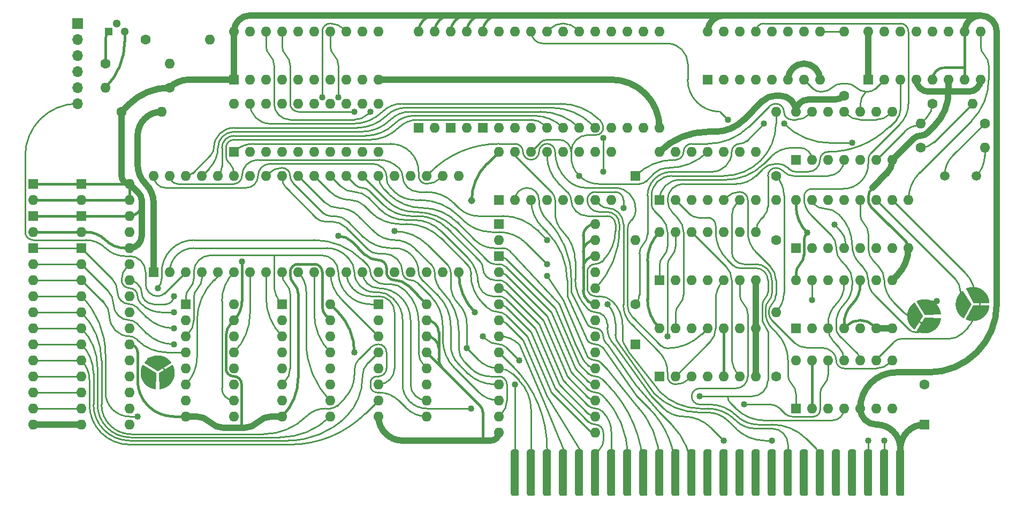
<source format=gbr>
G04 #@! TF.GenerationSoftware,KiCad,Pcbnew,(6.0.5-0)*
G04 #@! TF.CreationDate,2022-09-20T02:49:24-07:00*
G04 #@! TF.ProjectId,80ColumnCard,3830436f-6c75-46d6-9e43-6172642e6b69,rev?*
G04 #@! TF.SameCoordinates,Original*
G04 #@! TF.FileFunction,Copper,L1,Top*
G04 #@! TF.FilePolarity,Positive*
%FSLAX46Y46*%
G04 Gerber Fmt 4.6, Leading zero omitted, Abs format (unit mm)*
G04 Created by KiCad (PCBNEW (6.0.5-0)) date 2022-09-20 02:49:24*
%MOMM*%
%LPD*%
G01*
G04 APERTURE LIST*
G04 Aperture macros list*
%AMRoundRect*
0 Rectangle with rounded corners*
0 $1 Rounding radius*
0 $2 $3 $4 $5 $6 $7 $8 $9 X,Y pos of 4 corners*
0 Add a 4 corners polygon primitive as box body*
4,1,4,$2,$3,$4,$5,$6,$7,$8,$9,$2,$3,0*
0 Add four circle primitives for the rounded corners*
1,1,$1+$1,$2,$3*
1,1,$1+$1,$4,$5*
1,1,$1+$1,$6,$7*
1,1,$1+$1,$8,$9*
0 Add four rect primitives between the rounded corners*
20,1,$1+$1,$2,$3,$4,$5,0*
20,1,$1+$1,$4,$5,$6,$7,0*
20,1,$1+$1,$6,$7,$8,$9,0*
20,1,$1+$1,$8,$9,$2,$3,0*%
%AMFreePoly0*
4,1,35,0.258502,0.618924,0.265911,0.620060,0.275865,0.612753,0.287498,0.608619,0.290717,0.601851,0.296760,0.597415,1.566760,-1.498085,1.569005,-1.512728,1.579297,-1.521061,1.583298,-1.559119,1.559217,-1.588861,1.559214,-1.588861,1.287876,-1.716544,1.003649,-1.812165,0.710308,-1.874455,0.411749,-1.902585,0.111936,-1.896182,-0.185150,-1.855332,-0.475565,-1.780577,-0.755451,-1.672908,
-1.021093,-1.533757,-1.268964,-1.364970,-1.495772,-1.168789,-1.698505,-0.947819,-1.874473,-0.704993,-2.021338,-0.443537,-2.137150,-0.166920,-2.220371,0.121182,-2.269898,0.416945,-2.266338,0.429122,-2.272434,0.441939,-2.259619,0.477998,-2.225061,0.494434,0.251439,0.621434,0.258502,0.618924,0.258502,0.618924,$1*%
%AMFreePoly1*
4,1,44,0.728392,2.151956,0.746320,2.149112,0.746996,2.148181,0.748123,2.147952,0.748124,2.147950,0.971760,1.978982,1.175840,1.786849,1.357976,1.573798,1.516038,1.342323,1.648176,1.095132,1.752845,0.835115,1.828819,0.565316,1.875212,0.288889,1.891480,0.009068,1.889621,0.004529,1.891500,-0.000011,1.876344,-0.279256,1.831173,-0.555240,1.756511,-0.824746,1.653231,-1.084632,
1.522535,-1.331870,1.365946,-1.563576,1.185291,-1.777051,0.982675,-1.969806,0.760460,-2.139594,0.751940,-2.141372,0.746320,-2.149112,0.708525,-2.155108,0.677558,-2.132624,-0.614125,-0.026137,-0.615388,-0.018177,-0.620121,-0.011658,-0.618272,0.000000,-0.620121,0.011658,-0.615388,0.018177,-0.614125,0.026137,0.677558,2.132624,0.678489,2.133300,0.678718,2.134427,0.693845,2.144449,
0.708525,2.155108,0.709660,2.154928,0.710619,2.155563,0.728392,2.151956,0.728392,2.151956,$1*%
%AMFreePoly2*
4,1,41,0.695802,1.876527,0.990035,1.815773,1.275307,1.721516,1.547816,1.595012,1.572048,1.565394,1.569515,1.540059,1.572560,1.535911,1.566760,1.498085,0.296760,-0.597415,0.290717,-0.601851,0.287498,-0.608619,0.275865,-0.612753,0.265911,-0.620060,0.258502,-0.618924,0.251439,-0.621434,-2.225061,-0.494434,-2.226232,-0.493877,-2.227475,-0.494252,-2.243355,-0.485733,-2.259619,-0.477998,
-2.260053,-0.476775,-2.261197,-0.476162,-2.266403,-0.458910,-2.272434,-0.441939,-2.271877,-0.440768,-2.272252,-0.439525,-2.272251,-0.439522,-2.225152,-0.142799,-2.144170,0.146521,-2.030386,0.424581,-1.885315,0.687676,-1.710891,0.932300,-1.509438,1.155192,-1.283641,1.353384,-1.036508,1.524233,-0.771332,1.665464,-0.491647,1.775193,-0.201179,1.851960,0.096199,1.894742,0.396527,1.902967,
0.695802,1.876527,0.695802,1.876527,$1*%
%AMFreePoly3*
4,1,35,0.258502,0.618924,0.265911,0.620060,0.275865,0.612753,0.287498,0.608619,0.290717,0.601851,0.296760,0.597415,1.566760,-1.498085,1.569005,-1.512728,1.579297,-1.521061,1.583298,-1.559119,1.559217,-1.588861,1.559214,-1.588861,1.288124,-1.716444,1.004164,-1.812024,0.711100,-1.874334,0.412817,-1.902546,0.113267,-1.896288,-0.183577,-1.855641,-0.473783,-1.781146,-0.753503,-1.673789,
-1.019030,-1.534993,-1.266845,-1.366598,-1.493662,-1.170835,-1.696476,-0.950301,-1.872598,-0.707917,-2.019694,-0.446897,-2.135815,-0.170699,-2.219420,0.117014,-2.269403,0.412431,-2.265231,0.426794,-2.272434,0.441939,-2.259619,0.477998,-2.225061,0.494434,0.251439,0.621434,0.258502,0.618924,0.258502,0.618924,$1*%
%AMFreePoly4*
4,1,44,0.728392,2.151956,0.746320,2.149112,0.746996,2.148181,0.748123,2.147952,0.748124,2.147950,0.971760,1.978982,1.175840,1.786849,1.357976,1.573798,1.516038,1.342323,1.648176,1.095132,1.752845,0.835115,1.828819,0.565316,1.875212,0.288889,1.891480,0.009068,1.889621,0.004529,1.891500,-0.000011,1.876614,-0.276760,1.832245,-0.550334,1.758901,-0.817603,1.657420,-1.075504,
1.528966,-1.321088,1.375008,-1.551541,1.197309,-1.764226,0.997904,-1.956707,0.779075,-2.126783,0.759425,-2.131062,0.746320,-2.149112,0.708525,-2.155108,0.677558,-2.132624,-0.614125,-0.026137,-0.615388,-0.018177,-0.620121,-0.011658,-0.618272,0.000000,-0.620121,0.011658,-0.615388,0.018177,-0.614125,0.026137,0.677558,2.132624,0.678489,2.133300,0.678718,2.134427,0.693845,2.144449,
0.708525,2.155108,0.709660,2.154928,0.710619,2.155563,0.728392,2.151956,0.728392,2.151956,$1*%
G04 Aperture macros list end*
G04 #@! TA.AperFunction,EtchedComponent*
%ADD10C,0.254000*%
G04 #@! TD*
G04 #@! TA.AperFunction,ComponentPad*
%ADD11R,1.600000X1.600000*%
G04 #@! TD*
G04 #@! TA.AperFunction,ComponentPad*
%ADD12O,1.600000X1.600000*%
G04 #@! TD*
G04 #@! TA.AperFunction,SMDPad,CuDef*
%ADD13FreePoly0,90.000000*%
G04 #@! TD*
G04 #@! TA.AperFunction,SMDPad,CuDef*
%ADD14FreePoly1,90.000000*%
G04 #@! TD*
G04 #@! TA.AperFunction,SMDPad,CuDef*
%ADD15FreePoly2,90.000000*%
G04 #@! TD*
G04 #@! TA.AperFunction,ComponentPad*
%ADD16C,1.600000*%
G04 #@! TD*
G04 #@! TA.AperFunction,ComponentPad*
%ADD17R,1.300000X1.300000*%
G04 #@! TD*
G04 #@! TA.AperFunction,ComponentPad*
%ADD18C,1.300000*%
G04 #@! TD*
G04 #@! TA.AperFunction,SMDPad,CuDef*
%ADD19FreePoly3,180.000000*%
G04 #@! TD*
G04 #@! TA.AperFunction,SMDPad,CuDef*
%ADD20FreePoly4,180.000000*%
G04 #@! TD*
G04 #@! TA.AperFunction,SMDPad,CuDef*
%ADD21FreePoly2,180.000000*%
G04 #@! TD*
G04 #@! TA.AperFunction,ComponentPad*
%ADD22R,1.700000X1.700000*%
G04 #@! TD*
G04 #@! TA.AperFunction,ComponentPad*
%ADD23O,1.700000X1.700000*%
G04 #@! TD*
G04 #@! TA.AperFunction,ComponentPad*
%ADD24C,1.500000*%
G04 #@! TD*
G04 #@! TA.AperFunction,SMDPad,CuDef*
%ADD25FreePoly2,300.000000*%
G04 #@! TD*
G04 #@! TA.AperFunction,SMDPad,CuDef*
%ADD26FreePoly4,300.000000*%
G04 #@! TD*
G04 #@! TA.AperFunction,SMDPad,CuDef*
%ADD27FreePoly3,300.000000*%
G04 #@! TD*
G04 #@! TA.AperFunction,ConnectorPad*
%ADD28RoundRect,0.317500X-0.317500X-3.365500X0.317500X-3.365500X0.317500X3.365500X-0.317500X3.365500X0*%
G04 #@! TD*
G04 #@! TA.AperFunction,ViaPad*
%ADD29C,1.016000*%
G04 #@! TD*
G04 #@! TA.AperFunction,ViaPad*
%ADD30C,1.143000*%
G04 #@! TD*
G04 #@! TA.AperFunction,Conductor*
%ADD31C,0.250000*%
G04 #@! TD*
G04 #@! TA.AperFunction,Conductor*
%ADD32C,0.381000*%
G04 #@! TD*
G04 #@! TA.AperFunction,Conductor*
%ADD33C,1.016000*%
G04 #@! TD*
G04 APERTURE END LIST*
D10*
G04 #@! TO.C,X21*
X116052600Y-110769400D02*
X115771423Y-110332513D01*
G04 #@! TO.C,X6*
X235813600Y-103301800D02*
X235469448Y-103096064D01*
G04 #@! TO.C,X7*
X244967076Y-100148553D02*
X244960979Y-100549465D01*
G04 #@! TD*
D11*
G04 #@! TO.P,U10W28,1,A14*
G04 #@! TO.N,+5V*
X95250000Y-86360000D03*
D12*
G04 #@! TO.P,U10W28,2,A12*
X95250000Y-88900000D03*
G04 #@! TO.P,U10W28,3,A7*
G04 #@! TO.N,/SRAM/RAMA5*
X95250000Y-91440000D03*
G04 #@! TO.P,U10W28,4,A6*
G04 #@! TO.N,/SRAM/RAMA3*
X95250000Y-93980000D03*
G04 #@! TO.P,U10W28,5,A5*
G04 #@! TO.N,/SRAM/RAMA0*
X95250000Y-96520000D03*
G04 #@! TO.P,U10W28,6,A4*
G04 #@! TO.N,/SRAM/RAMA2*
X95250000Y-99060000D03*
G04 #@! TO.P,U10W28,7,A3*
G04 #@! TO.N,/SRAM/RAMA10*
X95250000Y-101600000D03*
G04 #@! TO.P,U10W28,8,A2*
G04 #@! TO.N,/SRAM/RAMA6*
X95250000Y-104140000D03*
G04 #@! TO.P,U10W28,9,A1*
G04 #@! TO.N,/SRAM/RAMA8*
X95250000Y-106680000D03*
G04 #@! TO.P,U10W28,10,A0*
G04 #@! TO.N,/SRAM/RAMA9*
X95250000Y-109220000D03*
G04 #@! TO.P,U10W28,11,Q0*
G04 #@! TO.N,/E0*
X95250000Y-111760000D03*
G04 #@! TO.P,U10W28,12,Q1*
G04 #@! TO.N,/E1*
X95250000Y-114300000D03*
G04 #@! TO.P,U10W28,13,Q2*
G04 #@! TO.N,/E2*
X95250000Y-116840000D03*
G04 #@! TO.P,U10W28,14,GND*
G04 #@! TO.N,GND*
X95250000Y-119380000D03*
G04 #@! TO.P,U10W28,15,Q3*
G04 #@! TO.N,/E3*
X110490000Y-119380000D03*
G04 #@! TO.P,U10W28,16,Q4*
G04 #@! TO.N,/E4*
X110490000Y-116840000D03*
G04 #@! TO.P,U10W28,17,Q5*
G04 #@! TO.N,/E5*
X110490000Y-114300000D03*
G04 #@! TO.P,U10W28,18,Q6*
G04 #@! TO.N,/E6*
X110490000Y-111760000D03*
G04 #@! TO.P,U10W28,19,Q7*
G04 #@! TO.N,/E7*
X110490000Y-109220000D03*
G04 #@! TO.P,U10W28,20,~{CS}*
G04 #@! TO.N,GND*
X110490000Y-106680000D03*
G04 #@! TO.P,U10W28,21,A10*
G04 #@! TO.N,/SRAM/RAMA1*
X110490000Y-104140000D03*
G04 #@! TO.P,U10W28,22,~{OE}*
G04 #@! TO.N,GND*
X110490000Y-101600000D03*
G04 #@! TO.P,U10W28,23,A11*
G04 #@! TO.N,Net-(U10-Pad21)*
X110490000Y-99060000D03*
G04 #@! TO.P,U10W28,24,A9*
G04 #@! TO.N,/SRAM/RAMA7*
X110490000Y-96520000D03*
G04 #@! TO.P,U10W28,25,A8*
G04 #@! TO.N,/SRAM/RAMA4*
X110490000Y-93980000D03*
G04 #@! TO.P,U10W28,26,A13*
G04 #@! TO.N,+5V*
X110490000Y-91440000D03*
G04 #@! TO.P,U10W28,27,~{WE}*
G04 #@! TO.N,/SRAM/RAM_R{slash}~{W}*
X110490000Y-88900000D03*
G04 #@! TO.P,U10W28,28,VCC*
G04 #@! TO.N,+5V*
X110490000Y-86360000D03*
G04 #@! TD*
D11*
G04 #@! TO.P,U10W24,1,A7*
G04 #@! TO.N,/SRAM/RAMA5*
X95250000Y-91440000D03*
D12*
G04 #@! TO.P,U10W24,2,A6*
G04 #@! TO.N,/SRAM/RAMA3*
X95250000Y-93980000D03*
G04 #@! TO.P,U10W24,3,A5*
G04 #@! TO.N,/SRAM/RAMA0*
X95250000Y-96520000D03*
G04 #@! TO.P,U10W24,4,A4*
G04 #@! TO.N,/SRAM/RAMA2*
X95250000Y-99060000D03*
G04 #@! TO.P,U10W24,5,A3*
G04 #@! TO.N,/SRAM/RAMA10*
X95250000Y-101600000D03*
G04 #@! TO.P,U10W24,6,A2*
G04 #@! TO.N,/SRAM/RAMA6*
X95250000Y-104140000D03*
G04 #@! TO.P,U10W24,7,A1*
G04 #@! TO.N,/SRAM/RAMA8*
X95250000Y-106680000D03*
G04 #@! TO.P,U10W24,8,A0*
G04 #@! TO.N,/SRAM/RAMA9*
X95250000Y-109220000D03*
G04 #@! TO.P,U10W24,9,DQ1*
G04 #@! TO.N,/E0*
X95250000Y-111760000D03*
G04 #@! TO.P,U10W24,10,DQ2*
G04 #@! TO.N,/E1*
X95250000Y-114300000D03*
G04 #@! TO.P,U10W24,11,DQ3*
G04 #@! TO.N,/E2*
X95250000Y-116840000D03*
G04 #@! TO.P,U10W24,12,GND*
G04 #@! TO.N,GND*
X95250000Y-119380000D03*
G04 #@! TO.P,U10W24,13,DQ4*
G04 #@! TO.N,/E3*
X110490000Y-119380000D03*
G04 #@! TO.P,U10W24,14,DQ5*
G04 #@! TO.N,/E4*
X110490000Y-116840000D03*
G04 #@! TO.P,U10W24,15,DQ6*
G04 #@! TO.N,/E5*
X110490000Y-114300000D03*
G04 #@! TO.P,U10W24,16,DQ7*
G04 #@! TO.N,/E6*
X110490000Y-111760000D03*
G04 #@! TO.P,U10W24,17,DQ8*
G04 #@! TO.N,/E7*
X110490000Y-109220000D03*
G04 #@! TO.P,U10W24,18,~{CS}*
G04 #@! TO.N,GND*
X110490000Y-106680000D03*
G04 #@! TO.P,U10W24,19,A10*
G04 #@! TO.N,/SRAM/RAMA1*
X110490000Y-104140000D03*
G04 #@! TO.P,U10W24,20,~{OE}*
G04 #@! TO.N,GND*
X110490000Y-101600000D03*
G04 #@! TO.P,U10W24,21,~{WE}*
G04 #@! TO.N,Net-(U10-Pad21)*
X110490000Y-99060000D03*
G04 #@! TO.P,U10W24,22,A9*
G04 #@! TO.N,/SRAM/RAMA7*
X110490000Y-96520000D03*
G04 #@! TO.P,U10W24,23,A8*
G04 #@! TO.N,/SRAM/RAMA4*
X110490000Y-93980000D03*
G04 #@! TO.P,U10W24,24,VCC*
G04 #@! TO.N,+5V*
X110490000Y-91440000D03*
G04 #@! TD*
D11*
G04 #@! TO.P,U10W32,1,A17*
G04 #@! TO.N,+5V*
X95250000Y-81280000D03*
D12*
G04 #@! TO.P,U10W32,2,A16*
X95250000Y-83820000D03*
G04 #@! TO.P,U10W32,3,A14*
X95250000Y-86360000D03*
G04 #@! TO.P,U10W32,4,A12*
X95250000Y-88900000D03*
G04 #@! TO.P,U10W32,5,A7*
G04 #@! TO.N,/SRAM/RAMA5*
X95250000Y-91440000D03*
G04 #@! TO.P,U10W32,6,A6*
G04 #@! TO.N,/SRAM/RAMA3*
X95250000Y-93980000D03*
G04 #@! TO.P,U10W32,7,A5*
G04 #@! TO.N,/SRAM/RAMA0*
X95250000Y-96520000D03*
G04 #@! TO.P,U10W32,8,A4*
G04 #@! TO.N,/SRAM/RAMA2*
X95250000Y-99060000D03*
G04 #@! TO.P,U10W32,9,A3*
G04 #@! TO.N,/SRAM/RAMA10*
X95250000Y-101600000D03*
G04 #@! TO.P,U10W32,10,A2*
G04 #@! TO.N,/SRAM/RAMA6*
X95250000Y-104140000D03*
G04 #@! TO.P,U10W32,11,A1*
G04 #@! TO.N,/SRAM/RAMA8*
X95250000Y-106680000D03*
G04 #@! TO.P,U10W32,12,A0*
G04 #@! TO.N,/SRAM/RAMA9*
X95250000Y-109220000D03*
G04 #@! TO.P,U10W32,13,I/O0*
G04 #@! TO.N,/E0*
X95250000Y-111760000D03*
G04 #@! TO.P,U10W32,14,I/O1*
G04 #@! TO.N,/E1*
X95250000Y-114300000D03*
G04 #@! TO.P,U10W32,15,I/O2*
G04 #@! TO.N,/E2*
X95250000Y-116840000D03*
G04 #@! TO.P,U10W32,16,GND*
G04 #@! TO.N,GND*
X95250000Y-119380000D03*
G04 #@! TO.P,U10W32,17,I/O3*
G04 #@! TO.N,/E3*
X110490000Y-119380000D03*
G04 #@! TO.P,U10W32,18,I/O4*
G04 #@! TO.N,/E4*
X110490000Y-116840000D03*
G04 #@! TO.P,U10W32,19,I/O5*
G04 #@! TO.N,/E5*
X110490000Y-114300000D03*
G04 #@! TO.P,U10W32,20,I/O6*
G04 #@! TO.N,/E6*
X110490000Y-111760000D03*
G04 #@! TO.P,U10W32,21,I/O7*
G04 #@! TO.N,/E7*
X110490000Y-109220000D03*
G04 #@! TO.P,U10W32,22,~{CE}*
G04 #@! TO.N,GND*
X110490000Y-106680000D03*
G04 #@! TO.P,U10W32,23,A10*
G04 #@! TO.N,/SRAM/RAMA1*
X110490000Y-104140000D03*
G04 #@! TO.P,U10W32,24,~{OE}*
G04 #@! TO.N,GND*
X110490000Y-101600000D03*
G04 #@! TO.P,U10W32,25,A11*
G04 #@! TO.N,Net-(U10-Pad21)*
X110490000Y-99060000D03*
G04 #@! TO.P,U10W32,26,A9*
G04 #@! TO.N,/SRAM/RAMA7*
X110490000Y-96520000D03*
G04 #@! TO.P,U10W32,27,A8*
G04 #@! TO.N,/SRAM/RAMA4*
X110490000Y-93980000D03*
G04 #@! TO.P,U10W32,28,A13*
G04 #@! TO.N,+5V*
X110490000Y-91440000D03*
G04 #@! TO.P,U10W32,29,~{WE}*
G04 #@! TO.N,/SRAM/RAM_R{slash}~{W}*
X110490000Y-88900000D03*
G04 #@! TO.P,U10W32,30,A18*
G04 #@! TO.N,+5V*
X110490000Y-86360000D03*
G04 #@! TO.P,U10W32,31,A15*
X110490000Y-83820000D03*
G04 #@! TO.P,U10W32,32,VDD*
X110490000Y-81280000D03*
G04 #@! TD*
D11*
G04 #@! TO.P,U10N32,1,A17*
G04 #@! TO.N,+5V*
X102870000Y-81280000D03*
D12*
G04 #@! TO.P,U10N32,2,A16*
X102870000Y-83820000D03*
G04 #@! TO.P,U10N32,3,A14*
X102870000Y-86360000D03*
G04 #@! TO.P,U10N32,4,A12*
X102870000Y-88900000D03*
G04 #@! TO.P,U10N32,5,A7*
G04 #@! TO.N,/SRAM/RAMA5*
X102870000Y-91440000D03*
G04 #@! TO.P,U10N32,6,A6*
G04 #@! TO.N,/SRAM/RAMA3*
X102870000Y-93980000D03*
G04 #@! TO.P,U10N32,7,A5*
G04 #@! TO.N,/SRAM/RAMA0*
X102870000Y-96520000D03*
G04 #@! TO.P,U10N32,8,A4*
G04 #@! TO.N,/SRAM/RAMA2*
X102870000Y-99060000D03*
G04 #@! TO.P,U10N32,9,A3*
G04 #@! TO.N,/SRAM/RAMA10*
X102870000Y-101600000D03*
G04 #@! TO.P,U10N32,10,A2*
G04 #@! TO.N,/SRAM/RAMA6*
X102870000Y-104140000D03*
G04 #@! TO.P,U10N32,11,A1*
G04 #@! TO.N,/SRAM/RAMA8*
X102870000Y-106680000D03*
G04 #@! TO.P,U10N32,12,A0*
G04 #@! TO.N,/SRAM/RAMA9*
X102870000Y-109220000D03*
G04 #@! TO.P,U10N32,13,I/O0*
G04 #@! TO.N,/E0*
X102870000Y-111760000D03*
G04 #@! TO.P,U10N32,14,I/O1*
G04 #@! TO.N,/E1*
X102870000Y-114300000D03*
G04 #@! TO.P,U10N32,15,I/O2*
G04 #@! TO.N,/E2*
X102870000Y-116840000D03*
G04 #@! TO.P,U10N32,16,GND*
G04 #@! TO.N,GND*
X102870000Y-119380000D03*
G04 #@! TO.P,U10N32,17,I/O3*
G04 #@! TO.N,/E3*
X110490000Y-119380000D03*
G04 #@! TO.P,U10N32,18,I/O4*
G04 #@! TO.N,/E4*
X110490000Y-116840000D03*
G04 #@! TO.P,U10N32,19,I/O5*
G04 #@! TO.N,/E5*
X110490000Y-114300000D03*
G04 #@! TO.P,U10N32,20,I/O6*
G04 #@! TO.N,/E6*
X110490000Y-111760000D03*
G04 #@! TO.P,U10N32,21,I/O7*
G04 #@! TO.N,/E7*
X110490000Y-109220000D03*
G04 #@! TO.P,U10N32,22,~{CE}*
G04 #@! TO.N,GND*
X110490000Y-106680000D03*
G04 #@! TO.P,U10N32,23,A10*
G04 #@! TO.N,/SRAM/RAMA1*
X110490000Y-104140000D03*
G04 #@! TO.P,U10N32,24,~{OE}*
G04 #@! TO.N,GND*
X110490000Y-101600000D03*
G04 #@! TO.P,U10N32,25,A11*
G04 #@! TO.N,Net-(U10-Pad21)*
X110490000Y-99060000D03*
G04 #@! TO.P,U10N32,26,A9*
G04 #@! TO.N,/SRAM/RAMA7*
X110490000Y-96520000D03*
G04 #@! TO.P,U10N32,27,A8*
G04 #@! TO.N,/SRAM/RAMA4*
X110490000Y-93980000D03*
G04 #@! TO.P,U10N32,28,A13*
G04 #@! TO.N,+5V*
X110490000Y-91440000D03*
G04 #@! TO.P,U10N32,29,~{WE}*
G04 #@! TO.N,/SRAM/RAM_R{slash}~{W}*
X110490000Y-88900000D03*
G04 #@! TO.P,U10N32,30,A18*
G04 #@! TO.N,+5V*
X110490000Y-86360000D03*
G04 #@! TO.P,U10N32,31,A15*
X110490000Y-83820000D03*
G04 #@! TO.P,U10N32,32,VDD*
X110490000Y-81280000D03*
G04 #@! TD*
D13*
G04 #@! TO.P,X21,1,A*
G04 #@! TO.N,/SRAM/RAM_R{slash}~{W}*
X115747800Y-111480600D03*
D14*
G04 #@! TO.P,X21,2,C*
G04 #@! TO.N,Net-(U10-Pad21)*
X114935000Y-110312200D03*
D15*
G04 #@! TO.P,X21,3,B*
G04 #@! TO.N,/SRAM/RAMA11*
X114122200Y-111480600D03*
G04 #@! TD*
D11*
G04 #@! TO.P,U14,1,S*
G04 #@! TO.N,/RAM_~{A}{slash}B*
X119380000Y-100330000D03*
D12*
G04 #@! TO.P,U14,2,I0a*
G04 #@! TO.N,/A0*
X119380000Y-102870000D03*
G04 #@! TO.P,U14,3,I1a*
G04 #@! TO.N,/B0*
X119380000Y-105410000D03*
G04 #@! TO.P,U14,4,Za*
G04 #@! TO.N,/SRAM/RAMA0*
X119380000Y-107950000D03*
G04 #@! TO.P,U14,5,I0b*
G04 #@! TO.N,/A1*
X119380000Y-110490000D03*
G04 #@! TO.P,U14,6,I1b*
G04 #@! TO.N,/B1*
X119380000Y-113030000D03*
G04 #@! TO.P,U14,7,Zb*
G04 #@! TO.N,/SRAM/RAMA1*
X119380000Y-115570000D03*
G04 #@! TO.P,U14,8,GND*
G04 #@! TO.N,GND*
X119380000Y-118110000D03*
G04 #@! TO.P,U14,9,Zc*
G04 #@! TO.N,/SRAM/RAMA2*
X127000000Y-118110000D03*
G04 #@! TO.P,U14,10,I1c*
G04 #@! TO.N,/B2*
X127000000Y-115570000D03*
G04 #@! TO.P,U14,11,I0c*
G04 #@! TO.N,/A2*
X127000000Y-113030000D03*
G04 #@! TO.P,U14,12,Zd*
G04 #@! TO.N,/SRAM/RAMA3*
X127000000Y-110490000D03*
G04 #@! TO.P,U14,13,I1d*
G04 #@! TO.N,/B3*
X127000000Y-107950000D03*
G04 #@! TO.P,U14,14,I0d*
G04 #@! TO.N,/A3*
X127000000Y-105410000D03*
G04 #@! TO.P,U14,15,E*
G04 #@! TO.N,GND*
X127000000Y-102870000D03*
G04 #@! TO.P,U14,16,VCC*
G04 #@! TO.N,+5V*
X127000000Y-100330000D03*
G04 #@! TD*
D16*
G04 #@! TO.P,C3,1*
G04 #@! TO.N,Net-(C3-Pad1)*
X237490000Y-68580000D03*
D12*
G04 #@! TO.P,C3,2*
G04 #@! TO.N,Net-(C3-Pad2)*
X243840000Y-68580000D03*
G04 #@! TD*
D17*
G04 #@! TO.P,Q1,1,E*
G04 #@! TO.N,Net-(Q1-Pad1)*
X107188000Y-57150000D03*
D18*
G04 #@! TO.P,Q1,2,B*
G04 #@! TO.N,Net-(Q1-Pad2)*
X108458000Y-55880000D03*
G04 #@! TO.P,Q1,3,C*
G04 #@! TO.N,Net-(Q1-Pad3)*
X109728000Y-57150000D03*
G04 #@! TD*
D11*
G04 #@! TO.P,U21,1,Ds*
G04 #@! TO.N,/ROMD0*
X201930000Y-64770000D03*
D12*
G04 #@! TO.P,U21,2,A*
X204470000Y-64770000D03*
G04 #@! TO.P,U21,3,B*
G04 #@! TO.N,/ROMD1*
X207010000Y-64770000D03*
G04 #@! TO.P,U21,4,C*
G04 #@! TO.N,/ROMD2*
X209550000Y-64770000D03*
G04 #@! TO.P,U21,5,D*
G04 #@! TO.N,/ROMD3*
X212090000Y-64770000D03*
G04 #@! TO.P,U21,6,CE*
G04 #@! TO.N,GND*
X214630000Y-64770000D03*
G04 #@! TO.P,U21,7,Clk*
G04 #@! TO.N,Net-(U21-Pad7)*
X217170000Y-64770000D03*
G04 #@! TO.P,U21,8,GND*
G04 #@! TO.N,GND*
X219710000Y-64770000D03*
G04 #@! TO.P,U21,9,Clr*
G04 #@! TO.N,Net-(R8-Pad2)*
X219710000Y-57150000D03*
G04 #@! TO.P,U21,10,E*
G04 #@! TO.N,/ROMD4*
X217170000Y-57150000D03*
G04 #@! TO.P,U21,11,F*
G04 #@! TO.N,/ROMD5*
X214630000Y-57150000D03*
G04 #@! TO.P,U21,12,G*
G04 #@! TO.N,/ROMD6*
X212090000Y-57150000D03*
G04 #@! TO.P,U21,13,Qh*
G04 #@! TO.N,Net-(U1-Pad10)*
X209550000Y-57150000D03*
G04 #@! TO.P,U21,14,H*
G04 #@! TO.N,/ROMD7*
X207010000Y-57150000D03*
G04 #@! TO.P,U21,15,PE*
G04 #@! TO.N,Net-(U18-Pad11)*
X204470000Y-57150000D03*
G04 #@! TO.P,U21,16,VCC*
G04 #@! TO.N,+5V*
X201930000Y-57150000D03*
G04 #@! TD*
D11*
G04 #@! TO.P,U2,1*
G04 #@! TO.N,Net-(R10-Pad2)*
X194310000Y-96520000D03*
D12*
G04 #@! TO.P,U2,2*
G04 #@! TO.N,/VSYNC*
X196850000Y-96520000D03*
G04 #@! TO.P,U2,3*
G04 #@! TO.N,/HSYNC*
X199390000Y-96520000D03*
G04 #@! TO.P,U2,4*
G04 #@! TO.N,Net-(U2-Pad4)*
X201930000Y-96520000D03*
G04 #@! TO.P,U2,5*
G04 #@! TO.N,Net-(U2-Pad5)*
X204470000Y-96520000D03*
G04 #@! TO.P,U2,6*
G04 #@! TO.N,/~{IO_STROBE}*
X207010000Y-96520000D03*
G04 #@! TO.P,U2,7,GND*
G04 #@! TO.N,GND*
X209550000Y-96520000D03*
G04 #@! TO.P,U2,8*
G04 #@! TO.N,Net-(U2-Pad8)*
X209550000Y-88900000D03*
G04 #@! TO.P,U2,9*
G04 #@! TO.N,/A10*
X207010000Y-88900000D03*
G04 #@! TO.P,U2,10*
G04 #@! TO.N,Net-(U2-Pad10)*
X204470000Y-88900000D03*
G04 #@! TO.P,U2,11*
X201930000Y-88900000D03*
G04 #@! TO.P,U2,12*
G04 #@! TO.N,Net-(U1-Pad6)*
X199390000Y-88900000D03*
G04 #@! TO.P,U2,13*
G04 #@! TO.N,/Firmware/~{OE}*
X196850000Y-88900000D03*
G04 #@! TO.P,U2,14,VCC*
G04 #@! TO.N,+5V*
X194310000Y-88900000D03*
G04 #@! TD*
D11*
G04 #@! TO.P,C4,1*
G04 #@! TO.N,+5V*
X236220000Y-119380000D03*
D16*
G04 #@! TO.P,C4,2*
G04 #@! TO.N,GND*
X236220000Y-113030000D03*
G04 #@! TD*
D11*
G04 #@! TO.P,U20,1,A7*
G04 #@! TO.N,/ROMA3*
X166370000Y-72390000D03*
D12*
G04 #@! TO.P,U20,2,A6*
G04 #@! TO.N,/ROMA2*
X168910000Y-72390000D03*
G04 #@! TO.P,U20,3,A5*
G04 #@! TO.N,/ROMA1*
X171450000Y-72390000D03*
G04 #@! TO.P,U20,4,A4*
G04 #@! TO.N,/ROMA0*
X173990000Y-72390000D03*
G04 #@! TO.P,U20,5,A3*
G04 #@! TO.N,/RA3*
X176530000Y-72390000D03*
G04 #@! TO.P,U20,6,A2*
G04 #@! TO.N,/RA2*
X179070000Y-72390000D03*
G04 #@! TO.P,U20,7,A1*
G04 #@! TO.N,/RA1*
X181610000Y-72390000D03*
G04 #@! TO.P,U20,8,A0*
G04 #@! TO.N,/RA0*
X184150000Y-72390000D03*
G04 #@! TO.P,U20,9,D0*
G04 #@! TO.N,/ROMD0*
X186690000Y-72390000D03*
G04 #@! TO.P,U20,10,D1*
G04 #@! TO.N,/ROMD1*
X189230000Y-72390000D03*
G04 #@! TO.P,U20,11,D2*
G04 #@! TO.N,/ROMD2*
X191770000Y-72390000D03*
G04 #@! TO.P,U20,12,GND*
G04 #@! TO.N,GND*
X194310000Y-72390000D03*
G04 #@! TO.P,U20,13,D3*
G04 #@! TO.N,/ROMD3*
X194310000Y-57150000D03*
G04 #@! TO.P,U20,14,D4*
G04 #@! TO.N,/ROMD4*
X191770000Y-57150000D03*
G04 #@! TO.P,U20,15,D5*
G04 #@! TO.N,/ROMD5*
X189230000Y-57150000D03*
G04 #@! TO.P,U20,16,D6*
G04 #@! TO.N,/ROMD6*
X186690000Y-57150000D03*
G04 #@! TO.P,U20,17,D7*
G04 #@! TO.N,/ROMD7*
X184150000Y-57150000D03*
G04 #@! TO.P,U20,18,~{CE}*
G04 #@! TO.N,GND*
X181610000Y-57150000D03*
G04 #@! TO.P,U20,19,A10*
G04 #@! TO.N,/ROMA6*
X179070000Y-57150000D03*
G04 #@! TO.P,U20,20,~{G}VPP*
G04 #@! TO.N,GND*
X176530000Y-57150000D03*
G04 #@! TO.P,U20,21,A11*
G04 #@! TO.N,/ROMA7*
X173990000Y-57150000D03*
G04 #@! TO.P,U20,22,A9*
G04 #@! TO.N,/ROMA5*
X171450000Y-57150000D03*
G04 #@! TO.P,U20,23,A8*
G04 #@! TO.N,/ROMA4*
X168910000Y-57150000D03*
G04 #@! TO.P,U20,24,VCC*
G04 #@! TO.N,+5V*
X166370000Y-57150000D03*
G04 #@! TD*
D11*
G04 #@! TO.P,U4,1*
G04 #@! TO.N,/A9*
X215900000Y-77470000D03*
D12*
G04 #@! TO.P,U4,2*
G04 #@! TO.N,Net-(U4-Pad2)*
X218440000Y-77470000D03*
G04 #@! TO.P,U4,3*
G04 #@! TO.N,Net-(U2-Pad4)*
X220980000Y-77470000D03*
G04 #@! TO.P,U4,4*
G04 #@! TO.N,Net-(U2-Pad8)*
X223520000Y-77470000D03*
G04 #@! TO.P,U4,5*
G04 #@! TO.N,Net-(R1-Pad1)*
X226060000Y-77470000D03*
G04 #@! TO.P,U4,6*
G04 #@! TO.N,Net-(C3-Pad1)*
X228600000Y-77470000D03*
G04 #@! TO.P,U4,7,GND*
G04 #@! TO.N,GND*
X231140000Y-77470000D03*
G04 #@! TO.P,U4,8*
G04 #@! TO.N,Net-(R2-Pad2)*
X231140000Y-69850000D03*
G04 #@! TO.P,U4,9*
G04 #@! TO.N,Net-(C3-Pad2)*
X228600000Y-69850000D03*
G04 #@! TO.P,U4,10*
G04 #@! TO.N,Net-(U21-Pad7)*
X226060000Y-69850000D03*
G04 #@! TO.P,U4,11*
G04 #@! TO.N,Net-(R2-Pad2)*
X223520000Y-69850000D03*
G04 #@! TO.P,U4,12*
G04 #@! TO.N,Net-(U4-Pad12)*
X220980000Y-69850000D03*
G04 #@! TO.P,U4,13*
G04 #@! TO.N,Net-(CR1-Pad1)*
X218440000Y-69850000D03*
G04 #@! TO.P,U4,14,VCC*
G04 #@! TO.N,+5V*
X215900000Y-69850000D03*
G04 #@! TD*
D11*
G04 #@! TO.P,U9,1,E*
G04 #@! TO.N,/~{IO_STROBE}*
X168910000Y-83820000D03*
D12*
G04 #@! TO.P,U9,2,A0*
G04 #@! TO.N,/A10*
X171450000Y-83820000D03*
G04 #@! TO.P,U9,3,A1*
G04 #@! TO.N,/A9*
X173990000Y-83820000D03*
G04 #@! TO.P,U9,4,O0*
G04 #@! TO.N,unconnected-(U9-Pad4)*
X176530000Y-83820000D03*
G04 #@! TO.P,U9,5,O1*
G04 #@! TO.N,Net-(CR1-Pad1)*
X179070000Y-83820000D03*
G04 #@! TO.P,U9,6,O2*
G04 #@! TO.N,unconnected-(U9-Pad6)*
X181610000Y-83820000D03*
G04 #@! TO.P,U9,7,O3*
G04 #@! TO.N,Net-(U7-Pad3)*
X184150000Y-83820000D03*
G04 #@! TO.P,U9,8,GND*
G04 #@! TO.N,GND*
X186690000Y-83820000D03*
G04 #@! TO.P,U9,9,O3*
G04 #@! TO.N,unconnected-(U9-Pad9)*
X186690000Y-76200000D03*
G04 #@! TO.P,U9,10,O2*
G04 #@! TO.N,unconnected-(U9-Pad10)*
X184150000Y-76200000D03*
G04 #@! TO.P,U9,11,O1*
G04 #@! TO.N,unconnected-(U9-Pad11)*
X181610000Y-76200000D03*
G04 #@! TO.P,U9,12,O0*
G04 #@! TO.N,/SRAM/RAM_R{slash}~{W}*
X179070000Y-76200000D03*
G04 #@! TO.P,U9,13,A1*
G04 #@! TO.N,/R{slash}~{W}*
X176530000Y-76200000D03*
G04 #@! TO.P,U9,14,A0*
G04 #@! TO.N,/RAM_~{A}{slash}B*
X173990000Y-76200000D03*
G04 #@! TO.P,U9,15,E*
G04 #@! TO.N,/Q3*
X171450000Y-76200000D03*
G04 #@! TO.P,U9,16,VCC*
G04 #@! TO.N,+5V*
X168910000Y-76200000D03*
G04 #@! TD*
D11*
G04 #@! TO.P,U20C1,1,VPP*
G04 #@! TO.N,+5V*
X156210000Y-72390000D03*
D12*
G04 #@! TO.P,U20C1,2,A16*
X158750000Y-72390000D03*
G04 #@! TO.P,U20C1,3,A15*
X161290000Y-72390000D03*
G04 #@! TO.P,U20C1,4,A12*
X163830000Y-72390000D03*
G04 #@! TO.P,U20C1,5,A7*
G04 #@! TO.N,/ROMA3*
X166370000Y-72390000D03*
G04 #@! TO.P,U20C1,6,A6*
G04 #@! TO.N,/ROMA2*
X168910000Y-72390000D03*
G04 #@! TO.P,U20C1,7,A5*
G04 #@! TO.N,/ROMA1*
X171450000Y-72390000D03*
G04 #@! TO.P,U20C1,8,A4*
G04 #@! TO.N,/ROMA0*
X173990000Y-72390000D03*
G04 #@! TO.P,U20C1,9,A3*
G04 #@! TO.N,/RA3*
X176530000Y-72390000D03*
G04 #@! TO.P,U20C1,10,A2*
G04 #@! TO.N,/RA2*
X179070000Y-72390000D03*
G04 #@! TO.P,U20C1,11,A1*
G04 #@! TO.N,/RA1*
X181610000Y-72390000D03*
G04 #@! TO.P,U20C1,12,A0*
G04 #@! TO.N,/RA0*
X184150000Y-72390000D03*
G04 #@! TO.P,U20C1,13,D0*
G04 #@! TO.N,/ROMD0*
X186690000Y-72390000D03*
G04 #@! TO.P,U20C1,14,D1*
G04 #@! TO.N,/ROMD1*
X189230000Y-72390000D03*
G04 #@! TO.P,U20C1,15,D2*
G04 #@! TO.N,/ROMD2*
X191770000Y-72390000D03*
G04 #@! TO.P,U20C1,16,GND*
G04 #@! TO.N,GND*
X194310000Y-72390000D03*
G04 #@! TO.P,U20C1,17,D3*
G04 #@! TO.N,/ROMD3*
X194310000Y-57150000D03*
G04 #@! TO.P,U20C1,18,D4*
G04 #@! TO.N,/ROMD4*
X191770000Y-57150000D03*
G04 #@! TO.P,U20C1,19,D5*
G04 #@! TO.N,/ROMD5*
X189230000Y-57150000D03*
G04 #@! TO.P,U20C1,20,D6*
G04 #@! TO.N,/ROMD6*
X186690000Y-57150000D03*
G04 #@! TO.P,U20C1,21,D7*
G04 #@! TO.N,/ROMD7*
X184150000Y-57150000D03*
G04 #@! TO.P,U20C1,22,~{CE}*
G04 #@! TO.N,GND*
X181610000Y-57150000D03*
G04 #@! TO.P,U20C1,23,A10*
G04 #@! TO.N,/ROMA6*
X179070000Y-57150000D03*
G04 #@! TO.P,U20C1,24,~{OE}*
G04 #@! TO.N,GND*
X176530000Y-57150000D03*
G04 #@! TO.P,U20C1,25,A11*
G04 #@! TO.N,/ROMA7*
X173990000Y-57150000D03*
G04 #@! TO.P,U20C1,26,A9*
G04 #@! TO.N,/ROMA5*
X171450000Y-57150000D03*
G04 #@! TO.P,U20C1,27,A8*
G04 #@! TO.N,/ROMA4*
X168910000Y-57150000D03*
G04 #@! TO.P,U20C1,28,A13*
G04 #@! TO.N,+5V*
X166370000Y-57150000D03*
G04 #@! TO.P,U20C1,29,A14*
X163830000Y-57150000D03*
G04 #@! TO.P,U20C1,30,A17*
X161290000Y-57150000D03*
G04 #@! TO.P,U20C1,31,~{PGM}*
X158750000Y-57150000D03*
G04 #@! TO.P,U20C1,32,VCC*
X156210000Y-57150000D03*
G04 #@! TD*
D11*
G04 #@! TO.P,U5,1,A->B*
G04 #@! TO.N,/R{slash}~{W}*
X127000000Y-76200000D03*
D12*
G04 #@! TO.P,U5,2,A0*
G04 #@! TO.N,/E0*
X129540000Y-76200000D03*
G04 #@! TO.P,U5,3,A1*
G04 #@! TO.N,/E1*
X132080000Y-76200000D03*
G04 #@! TO.P,U5,4,A2*
G04 #@! TO.N,/E2*
X134620000Y-76200000D03*
G04 #@! TO.P,U5,5,A3*
G04 #@! TO.N,/E3*
X137160000Y-76200000D03*
G04 #@! TO.P,U5,6,A4*
G04 #@! TO.N,/E4*
X139700000Y-76200000D03*
G04 #@! TO.P,U5,7,A5*
G04 #@! TO.N,/E5*
X142240000Y-76200000D03*
G04 #@! TO.P,U5,8,A6*
G04 #@! TO.N,/E6*
X144780000Y-76200000D03*
G04 #@! TO.P,U5,9,A7*
G04 #@! TO.N,/E7*
X147320000Y-76200000D03*
G04 #@! TO.P,U5,10,GND*
G04 #@! TO.N,GND*
X149860000Y-76200000D03*
G04 #@! TO.P,U5,11,B7*
G04 #@! TO.N,/D7*
X149860000Y-68580000D03*
G04 #@! TO.P,U5,12,B6*
G04 #@! TO.N,/D6*
X147320000Y-68580000D03*
G04 #@! TO.P,U5,13,B5*
G04 #@! TO.N,/D5*
X144780000Y-68580000D03*
G04 #@! TO.P,U5,14,B4*
G04 #@! TO.N,/D4*
X142240000Y-68580000D03*
G04 #@! TO.P,U5,15,B3*
G04 #@! TO.N,/D3*
X139700000Y-68580000D03*
G04 #@! TO.P,U5,16,B2*
G04 #@! TO.N,/D2*
X137160000Y-68580000D03*
G04 #@! TO.P,U5,17,B1*
G04 #@! TO.N,/D1*
X134620000Y-68580000D03*
G04 #@! TO.P,U5,18,B0*
G04 #@! TO.N,/D0*
X132080000Y-68580000D03*
G04 #@! TO.P,U5,19,CE*
G04 #@! TO.N,/RAM_~{A}{slash}B*
X129540000Y-68580000D03*
G04 #@! TO.P,U5,20,VCC*
G04 #@! TO.N,+5V*
X127000000Y-68580000D03*
G04 #@! TD*
D11*
G04 #@! TO.P,U3W28,1,VPP*
G04 #@! TO.N,+5V*
X168910000Y-87630000D03*
D12*
G04 #@! TO.P,U3W28,2,A12*
X168910000Y-90170000D03*
G04 #@! TO.P,U3W28,3,A7*
G04 #@! TO.N,/A7*
X168910000Y-92710000D03*
G04 #@! TO.P,U3W28,4,A6*
G04 #@! TO.N,/A6*
X168910000Y-95250000D03*
G04 #@! TO.P,U3W28,5,A5*
G04 #@! TO.N,/A5*
X168910000Y-97790000D03*
G04 #@! TO.P,U3W28,6,A4*
G04 #@! TO.N,/A4*
X168910000Y-100330000D03*
G04 #@! TO.P,U3W28,7,A3*
G04 #@! TO.N,/A3*
X168910000Y-102870000D03*
G04 #@! TO.P,U3W28,8,A2*
G04 #@! TO.N,/A2*
X168910000Y-105410000D03*
G04 #@! TO.P,U3W28,9,A1*
G04 #@! TO.N,/A1*
X168910000Y-107950000D03*
G04 #@! TO.P,U3W28,10,A0*
G04 #@! TO.N,/A0*
X168910000Y-110490000D03*
G04 #@! TO.P,U3W28,11,D0*
G04 #@! TO.N,/D0*
X168910000Y-113030000D03*
G04 #@! TO.P,U3W28,12,D1*
G04 #@! TO.N,/D1*
X168910000Y-115570000D03*
G04 #@! TO.P,U3W28,13,D2*
G04 #@! TO.N,/D2*
X168910000Y-118110000D03*
G04 #@! TO.P,U3W28,14,GND*
G04 #@! TO.N,GND*
X168910000Y-120650000D03*
G04 #@! TO.P,U3W28,15,D3*
G04 #@! TO.N,/D3*
X184150000Y-120650000D03*
G04 #@! TO.P,U3W28,16,D4*
G04 #@! TO.N,/D4*
X184150000Y-118110000D03*
G04 #@! TO.P,U3W28,17,D5*
G04 #@! TO.N,/D5*
X184150000Y-115570000D03*
G04 #@! TO.P,U3W28,18,D6*
G04 #@! TO.N,/D6*
X184150000Y-113030000D03*
G04 #@! TO.P,U3W28,19,D7*
G04 #@! TO.N,/D7*
X184150000Y-110490000D03*
G04 #@! TO.P,U3W28,20,~{CE}*
G04 #@! TO.N,GND*
X184150000Y-107950000D03*
G04 #@! TO.P,U3W28,21,A10*
X184150000Y-105410000D03*
G04 #@! TO.P,U3W28,22,~{OE}*
G04 #@! TO.N,/Firmware/~{OE}*
X184150000Y-102870000D03*
G04 #@! TO.P,U3W28,23,A11*
G04 #@! TO.N,+5V*
X184150000Y-100330000D03*
G04 #@! TO.P,U3W28,24,A9*
G04 #@! TO.N,/Firmware/A9*
X184150000Y-97790000D03*
G04 #@! TO.P,U3W28,25,A8*
G04 #@! TO.N,/A8*
X184150000Y-95250000D03*
G04 #@! TO.P,U3W28,26,NC*
G04 #@! TO.N,+5V*
X184150000Y-92710000D03*
G04 #@! TO.P,U3W28,27,~{PGM}*
X184150000Y-90170000D03*
G04 #@! TO.P,U3W28,28,VCC*
X184150000Y-87630000D03*
G04 #@! TD*
D19*
G04 #@! TO.P,X6,1,A*
G04 #@! TO.N,/ROMA7*
X236575600Y-101422200D03*
D20*
G04 #@! TO.P,X6,2,C*
G04 #@! TO.N,Net-(U22-Pad12)*
X235407200Y-102235000D03*
D21*
G04 #@! TO.P,X6,3,B*
G04 #@! TO.N,Net-(U22-Pad15)*
X236575600Y-103047800D03*
G04 #@! TD*
D16*
G04 #@! TO.P,R8,1*
G04 #@! TO.N,+5V*
X223520000Y-67310000D03*
D12*
G04 #@! TO.P,R8,2*
G04 #@! TO.N,Net-(R8-Pad2)*
X223520000Y-57150000D03*
G04 #@! TD*
D16*
G04 #@! TO.P,R10,1*
G04 #@! TO.N,Net-(Q1-Pad2)*
X212725000Y-80010000D03*
D12*
G04 #@! TO.P,R10,2*
G04 #@! TO.N,Net-(R10-Pad2)*
X212725000Y-69850000D03*
G04 #@! TD*
D11*
G04 #@! TO.P,U22,1,~{Mr}*
G04 #@! TO.N,Net-(C2-Pad1)*
X215900000Y-91440000D03*
D12*
G04 #@! TO.P,U22,2,Q0*
G04 #@! TO.N,Net-(U22-Pad2)*
X218440000Y-91440000D03*
G04 #@! TO.P,U22,3,~{Q0}*
G04 #@! TO.N,unconnected-(U22-Pad3)*
X220980000Y-91440000D03*
G04 #@! TO.P,U22,4,D0*
G04 #@! TO.N,Net-(U19-Pad18)*
X223520000Y-91440000D03*
G04 #@! TO.P,U22,5,D1*
G04 #@! TO.N,Net-(U22-Pad2)*
X226060000Y-91440000D03*
G04 #@! TO.P,U22,6,~{Q1}*
G04 #@! TO.N,unconnected-(U22-Pad6)*
X228600000Y-91440000D03*
G04 #@! TO.P,U22,7,Q1*
G04 #@! TO.N,Net-(U22-Pad7)*
X231140000Y-91440000D03*
G04 #@! TO.P,U22,8,GND*
G04 #@! TO.N,GND*
X233680000Y-91440000D03*
G04 #@! TO.P,U22,9,Cp*
G04 #@! TO.N,Net-(U18-Pad11)*
X233680000Y-83820000D03*
G04 #@! TO.P,U22,10,Q2*
G04 #@! TO.N,Net-(U22-Pad10)*
X231140000Y-83820000D03*
G04 #@! TO.P,U22,11,~{Q2}*
G04 #@! TO.N,Net-(U22-Pad11)*
X228600000Y-83820000D03*
G04 #@! TO.P,U22,12,D2*
G04 #@! TO.N,Net-(U22-Pad12)*
X226060000Y-83820000D03*
G04 #@! TO.P,U22,13,D3*
G04 #@! TO.N,Net-(U19-Pad19)*
X223520000Y-83820000D03*
G04 #@! TO.P,U22,14,~{Q3}*
G04 #@! TO.N,unconnected-(U22-Pad14)*
X220980000Y-83820000D03*
G04 #@! TO.P,U22,15,Q3*
G04 #@! TO.N,Net-(U22-Pad15)*
X218440000Y-83820000D03*
G04 #@! TO.P,U22,16,VCC*
G04 #@! TO.N,+5V*
X215900000Y-83820000D03*
G04 #@! TD*
D11*
G04 #@! TO.P,U15,1,S*
G04 #@! TO.N,/RAM_~{A}{slash}B*
X134620000Y-100330000D03*
D12*
G04 #@! TO.P,U15,2,I0a*
G04 #@! TO.N,/A4*
X134620000Y-102870000D03*
G04 #@! TO.P,U15,3,I1a*
G04 #@! TO.N,/B4*
X134620000Y-105410000D03*
G04 #@! TO.P,U15,4,Za*
G04 #@! TO.N,/SRAM/RAMA4*
X134620000Y-107950000D03*
G04 #@! TO.P,U15,5,I0b*
G04 #@! TO.N,/A5*
X134620000Y-110490000D03*
G04 #@! TO.P,U15,6,I1b*
G04 #@! TO.N,/B5*
X134620000Y-113030000D03*
G04 #@! TO.P,U15,7,Zb*
G04 #@! TO.N,/SRAM/RAMA5*
X134620000Y-115570000D03*
G04 #@! TO.P,U15,8,GND*
G04 #@! TO.N,GND*
X134620000Y-118110000D03*
G04 #@! TO.P,U15,9,Zc*
G04 #@! TO.N,/SRAM/RAMA6*
X142240000Y-118110000D03*
G04 #@! TO.P,U15,10,I1c*
G04 #@! TO.N,/B6*
X142240000Y-115570000D03*
G04 #@! TO.P,U15,11,I0c*
G04 #@! TO.N,/A6*
X142240000Y-113030000D03*
G04 #@! TO.P,U15,12,Zd*
G04 #@! TO.N,/SRAM/RAMA7*
X142240000Y-110490000D03*
G04 #@! TO.P,U15,13,I1d*
G04 #@! TO.N,/B7*
X142240000Y-107950000D03*
G04 #@! TO.P,U15,14,I0d*
G04 #@! TO.N,/A7*
X142240000Y-105410000D03*
G04 #@! TO.P,U15,15,E*
G04 #@! TO.N,GND*
X142240000Y-102870000D03*
G04 #@! TO.P,U15,16,VCC*
G04 #@! TO.N,+5V*
X142240000Y-100330000D03*
G04 #@! TD*
D11*
G04 #@! TO.P,U18,1,~{Mr}*
G04 #@! TO.N,+5V*
X127000000Y-64770000D03*
D12*
G04 #@! TO.P,U18,2,Q0*
G04 #@! TO.N,/ROMA0*
X129540000Y-64770000D03*
G04 #@! TO.P,U18,3,D0*
G04 #@! TO.N,/E0*
X132080000Y-64770000D03*
G04 #@! TO.P,U18,4,D1*
G04 #@! TO.N,/E1*
X134620000Y-64770000D03*
G04 #@! TO.P,U18,5,Q1*
G04 #@! TO.N,/ROMA1*
X137160000Y-64770000D03*
G04 #@! TO.P,U18,6,Q2*
G04 #@! TO.N,/ROMA2*
X139700000Y-64770000D03*
G04 #@! TO.P,U18,7,D2*
G04 #@! TO.N,/E2*
X142240000Y-64770000D03*
G04 #@! TO.P,U18,8,D3*
G04 #@! TO.N,/E3*
X144780000Y-64770000D03*
G04 #@! TO.P,U18,9,Q3*
G04 #@! TO.N,/ROMA3*
X147320000Y-64770000D03*
G04 #@! TO.P,U18,10,GND*
G04 #@! TO.N,GND*
X149860000Y-64770000D03*
G04 #@! TO.P,U18,11,Cp*
G04 #@! TO.N,Net-(U18-Pad11)*
X149860000Y-57150000D03*
G04 #@! TO.P,U18,12,Q4*
G04 #@! TO.N,/ROMA4*
X147320000Y-57150000D03*
G04 #@! TO.P,U18,13,D4*
G04 #@! TO.N,/E4*
X144780000Y-57150000D03*
G04 #@! TO.P,U18,14,D5*
G04 #@! TO.N,/E5*
X142240000Y-57150000D03*
G04 #@! TO.P,U18,15,Q5*
G04 #@! TO.N,/ROMA5*
X139700000Y-57150000D03*
G04 #@! TO.P,U18,16,Q6*
G04 #@! TO.N,/ROMA6*
X137160000Y-57150000D03*
G04 #@! TO.P,U18,17,D6*
G04 #@! TO.N,/E6*
X134620000Y-57150000D03*
G04 #@! TO.P,U18,18,D7*
G04 #@! TO.N,/E7*
X132080000Y-57150000D03*
G04 #@! TO.P,U18,19,Q7*
G04 #@! TO.N,/ROMA7*
X129540000Y-57150000D03*
G04 #@! TO.P,U18,20,VCC*
G04 #@! TO.N,+5V*
X127000000Y-57150000D03*
G04 #@! TD*
D16*
G04 #@! TO.P,R2,1*
G04 #@! TO.N,Net-(C3-Pad2)*
X235585000Y-75565000D03*
D12*
G04 #@! TO.P,R2,2*
G04 #@! TO.N,Net-(R2-Pad2)*
X245745000Y-75565000D03*
G04 #@! TD*
D11*
G04 #@! TO.P,CR1,1,K*
G04 #@! TO.N,Net-(CR1-Pad1)*
X190500000Y-80010000D03*
D12*
G04 #@! TO.P,CR1,2,A*
G04 #@! TO.N,Net-(C2-Pad1)*
X190500000Y-90170000D03*
G04 #@! TD*
D16*
G04 #@! TO.P,R11,1*
G04 #@! TO.N,+5V*
X116840000Y-66040000D03*
D12*
G04 #@! TO.P,R11,2*
G04 #@! TO.N,Net-(Q1-Pad3)*
X106680000Y-66040000D03*
G04 #@! TD*
D22*
G04 #@! TO.P,J2,1,Pin_1*
G04 #@! TO.N,GND*
X102235000Y-55880000D03*
D23*
G04 #@! TO.P,J2,2,Pin_2*
G04 #@! TO.N,/VIDEO*
X102235000Y-58420000D03*
G04 #@! TO.P,J2,3,Pin_3*
G04 #@! TO.N,-5V*
X102235000Y-60960000D03*
G04 #@! TO.P,J2,4,Pin_4*
G04 #@! TO.N,+12V*
X102235000Y-63500000D03*
G04 #@! TO.P,J2,5,Pin_5*
G04 #@! TO.N,unconnected-(J2-Pad5)*
X102235000Y-66040000D03*
G04 #@! TO.P,J2,6,Pin_6*
G04 #@! TO.N,/LIGHT PEN*
X102235000Y-68580000D03*
G04 #@! TD*
D11*
G04 #@! TO.P,C1,1*
G04 #@! TO.N,GND*
X190500000Y-106680000D03*
D16*
G04 #@! TO.P,C1,2*
G04 #@! TO.N,-5V*
X190500000Y-100330000D03*
G04 #@! TD*
G04 #@! TO.P,R1,1*
G04 #@! TO.N,Net-(R1-Pad1)*
X245745000Y-71755000D03*
D12*
G04 #@! TO.P,R1,2*
G04 #@! TO.N,Net-(C3-Pad1)*
X235585000Y-71755000D03*
G04 #@! TD*
D11*
G04 #@! TO.P,U19,1,GND*
G04 #@! TO.N,GND*
X114300000Y-95250000D03*
D12*
G04 #@! TO.P,U19,2,~{RESET}*
G04 #@! TO.N,/~{RES}*
X116840000Y-95250000D03*
G04 #@! TO.P,U19,3,LPSTB*
G04 #@! TO.N,/LIGHT PEN*
X119380000Y-95250000D03*
G04 #@! TO.P,U19,4,MA0*
G04 #@! TO.N,/B0*
X121920000Y-95250000D03*
G04 #@! TO.P,U19,5,MA1*
G04 #@! TO.N,/B1*
X124460000Y-95250000D03*
G04 #@! TO.P,U19,6,MA2*
G04 #@! TO.N,/B2*
X127000000Y-95250000D03*
G04 #@! TO.P,U19,7,MA3*
G04 #@! TO.N,/B3*
X129540000Y-95250000D03*
G04 #@! TO.P,U19,8,MA4*
G04 #@! TO.N,/B4*
X132080000Y-95250000D03*
G04 #@! TO.P,U19,9,MA5*
G04 #@! TO.N,/B5*
X134620000Y-95250000D03*
G04 #@! TO.P,U19,10,MA6*
G04 #@! TO.N,/B6*
X137160000Y-95250000D03*
G04 #@! TO.P,U19,11,MA7*
G04 #@! TO.N,/B7*
X139700000Y-95250000D03*
G04 #@! TO.P,U19,12,MA8*
G04 #@! TO.N,/B8*
X142240000Y-95250000D03*
G04 #@! TO.P,U19,13,MA9*
G04 #@! TO.N,/B9*
X144780000Y-95250000D03*
G04 #@! TO.P,U19,14,MA10*
G04 #@! TO.N,/B10*
X147320000Y-95250000D03*
G04 #@! TO.P,U19,15,MA11*
G04 #@! TO.N,unconnected-(U19-Pad15)*
X149860000Y-95250000D03*
G04 #@! TO.P,U19,16,MA12*
G04 #@! TO.N,unconnected-(U19-Pad16)*
X152400000Y-95250000D03*
G04 #@! TO.P,U19,17,MA13*
G04 #@! TO.N,unconnected-(U19-Pad17)*
X154940000Y-95250000D03*
G04 #@! TO.P,U19,18,DE*
G04 #@! TO.N,Net-(U19-Pad18)*
X157480000Y-95250000D03*
G04 #@! TO.P,U19,19,CURSOR*
G04 #@! TO.N,Net-(U19-Pad19)*
X160020000Y-95250000D03*
G04 #@! TO.P,U19,20,VCC*
G04 #@! TO.N,+5V*
X162560000Y-95250000D03*
G04 #@! TO.P,U19,21,CLK*
G04 #@! TO.N,Net-(U19-Pad21)*
X162560000Y-80010000D03*
G04 #@! TO.P,U19,22,R/~{W}*
G04 #@! TO.N,/R{slash}~{W}*
X160020000Y-80010000D03*
G04 #@! TO.P,U19,23,E*
G04 #@! TO.N,/DEV*
X157480000Y-80010000D03*
G04 #@! TO.P,U19,24,RS*
G04 #@! TO.N,/A0*
X154940000Y-80010000D03*
G04 #@! TO.P,U19,25,~{CS}*
G04 #@! TO.N,GND*
X152400000Y-80010000D03*
G04 #@! TO.P,U19,26,D7*
G04 #@! TO.N,/D7*
X149860000Y-80010000D03*
G04 #@! TO.P,U19,27,D6*
G04 #@! TO.N,/D6*
X147320000Y-80010000D03*
G04 #@! TO.P,U19,28,D5*
G04 #@! TO.N,/D5*
X144780000Y-80010000D03*
G04 #@! TO.P,U19,29,D4*
G04 #@! TO.N,/D4*
X142240000Y-80010000D03*
G04 #@! TO.P,U19,30,D3*
G04 #@! TO.N,/D3*
X139700000Y-80010000D03*
G04 #@! TO.P,U19,31,D2*
G04 #@! TO.N,/D2*
X137160000Y-80010000D03*
G04 #@! TO.P,U19,32,D1*
G04 #@! TO.N,/D1*
X134620000Y-80010000D03*
G04 #@! TO.P,U19,33,D0*
G04 #@! TO.N,/D0*
X132080000Y-80010000D03*
G04 #@! TO.P,U19,34,RA4*
G04 #@! TO.N,unconnected-(U19-Pad34)*
X129540000Y-80010000D03*
G04 #@! TO.P,U19,35,RA3*
G04 #@! TO.N,/RA3*
X127000000Y-80010000D03*
G04 #@! TO.P,U19,36,RA2*
G04 #@! TO.N,/RA2*
X124460000Y-80010000D03*
G04 #@! TO.P,U19,37,RA1*
G04 #@! TO.N,/RA1*
X121920000Y-80010000D03*
G04 #@! TO.P,U19,38,RA0*
G04 #@! TO.N,/RA0*
X119380000Y-80010000D03*
G04 #@! TO.P,U19,39,HS*
G04 #@! TO.N,/HSYNC*
X116840000Y-80010000D03*
G04 #@! TO.P,U19,40,VS*
G04 #@! TO.N,/VSYNC*
X114300000Y-80010000D03*
G04 #@! TD*
D24*
G04 #@! TO.P,Y1,1,1*
G04 #@! TO.N,Net-(R1-Pad1)*
X239395000Y-80010000D03*
G04 #@! TO.P,Y1,2,2*
G04 #@! TO.N,Net-(R2-Pad2)*
X244422000Y-80010000D03*
G04 #@! TD*
D11*
G04 #@! TO.P,U1,1*
G04 #@! TO.N,Net-(U1-Pad1)*
X215900000Y-116840000D03*
D12*
G04 #@! TO.P,U1,2*
G04 #@! TO.N,+5V*
X218440000Y-116840000D03*
G04 #@! TO.P,U1,3*
G04 #@! TO.N,Net-(R9-Pad1)*
X220980000Y-116840000D03*
G04 #@! TO.P,U1,4*
G04 #@! TO.N,/~{IO_SELECT}*
X223520000Y-116840000D03*
G04 #@! TO.P,U1,5*
G04 #@! TO.N,+5V*
X226060000Y-116840000D03*
G04 #@! TO.P,U1,6*
G04 #@! TO.N,Net-(U1-Pad6)*
X228600000Y-116840000D03*
G04 #@! TO.P,U1,7,GND*
G04 #@! TO.N,GND*
X231140000Y-116840000D03*
G04 #@! TO.P,U1,8*
G04 #@! TO.N,Net-(U1-Pad8)*
X231140000Y-109220000D03*
G04 #@! TO.P,U1,9*
G04 #@! TO.N,Net-(U1-Pad9)*
X228600000Y-109220000D03*
G04 #@! TO.P,U1,10*
G04 #@! TO.N,Net-(U1-Pad10)*
X226060000Y-109220000D03*
G04 #@! TO.P,U1,11*
G04 #@! TO.N,/DEV*
X223520000Y-109220000D03*
G04 #@! TO.P,U1,12*
G04 #@! TO.N,/~{DEV}*
X220980000Y-109220000D03*
G04 #@! TO.P,U1,13*
G04 #@! TO.N,+5V*
X218440000Y-109220000D03*
G04 #@! TO.P,U1,14,VCC*
X215900000Y-109220000D03*
G04 #@! TD*
D25*
G04 #@! TO.P,X7,3,B*
G04 #@! TO.N,Net-(U22-Pad10)*
X244366105Y-99615641D03*
D26*
G04 #@! TO.P,X7,2,C*
G04 #@! TO.N,Net-(U1-Pad9)*
X244246400Y-101033905D03*
D27*
G04 #@! TO.P,X7,1,A*
G04 #@! TO.N,Net-(U22-Pad11)*
X242958295Y-100428441D03*
G04 #@! TD*
D16*
G04 #@! TO.P,C5,1*
G04 #@! TO.N,+5V*
X109220000Y-69850000D03*
D12*
G04 #@! TO.P,C5,2*
G04 #@! TO.N,GND*
X115570000Y-69850000D03*
G04 #@! TD*
D11*
G04 #@! TO.P,U7,1,Q*
G04 #@! TO.N,unconnected-(U7-Pad1)*
X194310000Y-111760000D03*
D12*
G04 #@! TO.P,U7,2,~{Q}*
G04 #@! TO.N,Net-(U2-Pad5)*
X196850000Y-111760000D03*
G04 #@! TO.P,U7,3,C*
G04 #@! TO.N,Net-(U7-Pad3)*
X199390000Y-111760000D03*
G04 #@! TO.P,U7,4,R*
G04 #@! TO.N,GND*
X201930000Y-111760000D03*
G04 #@! TO.P,U7,5,D*
X204470000Y-111760000D03*
G04 #@! TO.P,U7,6,S*
G04 #@! TO.N,Net-(U1-Pad6)*
X207010000Y-111760000D03*
G04 #@! TO.P,U7,7,VSS*
G04 #@! TO.N,GND*
X209550000Y-111760000D03*
G04 #@! TO.P,U7,8,S*
X209550000Y-104140000D03*
G04 #@! TO.P,U7,9,D*
G04 #@! TO.N,/A1*
X207010000Y-104140000D03*
G04 #@! TO.P,U7,10,R*
G04 #@! TO.N,GND*
X204470000Y-104140000D03*
G04 #@! TO.P,U7,11,C*
G04 #@! TO.N,/DEV*
X201930000Y-104140000D03*
G04 #@! TO.P,U7,12,~{Q}*
G04 #@! TO.N,unconnected-(U7-Pad12)*
X199390000Y-104140000D03*
G04 #@! TO.P,U7,13,Q*
G04 #@! TO.N,Net-(U23-Pad3)*
X196850000Y-104140000D03*
G04 #@! TO.P,U7,14,VDD*
G04 #@! TO.N,+5V*
X194310000Y-104140000D03*
G04 #@! TD*
D11*
G04 #@! TO.P,U3,1,A7*
G04 #@! TO.N,/A7*
X168910000Y-92710000D03*
D12*
G04 #@! TO.P,U3,2,A6*
G04 #@! TO.N,/A6*
X168910000Y-95250000D03*
G04 #@! TO.P,U3,3,A5*
G04 #@! TO.N,/A5*
X168910000Y-97790000D03*
G04 #@! TO.P,U3,4,A4*
G04 #@! TO.N,/A4*
X168910000Y-100330000D03*
G04 #@! TO.P,U3,5,A3*
G04 #@! TO.N,/A3*
X168910000Y-102870000D03*
G04 #@! TO.P,U3,6,A2*
G04 #@! TO.N,/A2*
X168910000Y-105410000D03*
G04 #@! TO.P,U3,7,A1*
G04 #@! TO.N,/A1*
X168910000Y-107950000D03*
G04 #@! TO.P,U3,8,A0*
G04 #@! TO.N,/A0*
X168910000Y-110490000D03*
G04 #@! TO.P,U3,9,D0*
G04 #@! TO.N,/D0*
X168910000Y-113030000D03*
G04 #@! TO.P,U3,10,D1*
G04 #@! TO.N,/D1*
X168910000Y-115570000D03*
G04 #@! TO.P,U3,11,D2*
G04 #@! TO.N,/D2*
X168910000Y-118110000D03*
G04 #@! TO.P,U3,12,GND*
G04 #@! TO.N,GND*
X168910000Y-120650000D03*
G04 #@! TO.P,U3,13,D3*
G04 #@! TO.N,/D3*
X184150000Y-120650000D03*
G04 #@! TO.P,U3,14,D4*
G04 #@! TO.N,/D4*
X184150000Y-118110000D03*
G04 #@! TO.P,U3,15,D5*
G04 #@! TO.N,/D5*
X184150000Y-115570000D03*
G04 #@! TO.P,U3,16,D6*
G04 #@! TO.N,/D6*
X184150000Y-113030000D03*
G04 #@! TO.P,U3,17,D7*
G04 #@! TO.N,/D7*
X184150000Y-110490000D03*
G04 #@! TO.P,U3,18,~{CE}/PGM*
G04 #@! TO.N,GND*
X184150000Y-107950000D03*
G04 #@! TO.P,U3,19,A10*
X184150000Y-105410000D03*
G04 #@! TO.P,U3,20,~{OE}*
G04 #@! TO.N,/Firmware/~{OE}*
X184150000Y-102870000D03*
G04 #@! TO.P,U3,21,VPP*
G04 #@! TO.N,+5V*
X184150000Y-100330000D03*
G04 #@! TO.P,U3,22,A9*
G04 #@! TO.N,/Firmware/A9*
X184150000Y-97790000D03*
G04 #@! TO.P,U3,23,A8*
G04 #@! TO.N,/A8*
X184150000Y-95250000D03*
G04 #@! TO.P,U3,24,VCC*
G04 #@! TO.N,+5V*
X184150000Y-92710000D03*
G04 #@! TD*
D11*
G04 #@! TO.P,U8,1,Q*
G04 #@! TO.N,/fA9*
X215900000Y-104140000D03*
D12*
G04 #@! TO.P,U8,2,~{Q}*
G04 #@! TO.N,unconnected-(U8-Pad2)*
X218440000Y-104140000D03*
G04 #@! TO.P,U8,3,C*
G04 #@! TO.N,/DEV*
X220980000Y-104140000D03*
G04 #@! TO.P,U8,4,R*
G04 #@! TO.N,GND*
X223520000Y-104140000D03*
G04 #@! TO.P,U8,5,D*
G04 #@! TO.N,/A2*
X226060000Y-104140000D03*
G04 #@! TO.P,U8,6,S*
G04 #@! TO.N,GND*
X228600000Y-104140000D03*
G04 #@! TO.P,U8,7,VSS*
X231140000Y-104140000D03*
G04 #@! TO.P,U8,8,S*
X231140000Y-96520000D03*
G04 #@! TO.P,U8,9,D*
G04 #@! TO.N,/A3*
X228600000Y-96520000D03*
G04 #@! TO.P,U8,10,R*
G04 #@! TO.N,GND*
X226060000Y-96520000D03*
G04 #@! TO.P,U8,11,C*
G04 #@! TO.N,/DEV*
X223520000Y-96520000D03*
G04 #@! TO.P,U8,12,~{Q}*
G04 #@! TO.N,unconnected-(U8-Pad12)*
X220980000Y-96520000D03*
G04 #@! TO.P,U8,13,Q*
G04 #@! TO.N,/fA10*
X218440000Y-96520000D03*
G04 #@! TO.P,U8,14,VDD*
G04 #@! TO.N,+5V*
X215900000Y-96520000D03*
G04 #@! TD*
D11*
G04 #@! TO.P,U6,1*
G04 #@! TO.N,Net-(U4-Pad2)*
X194310000Y-83820000D03*
D12*
G04 #@! TO.P,U6,2*
G04 #@! TO.N,/~{IO_SELECT}*
X196850000Y-83820000D03*
G04 #@! TO.P,U6,3*
G04 #@! TO.N,/Firmware/A9*
X199390000Y-83820000D03*
G04 #@! TO.P,U6,4*
G04 #@! TO.N,Net-(U22-Pad7)*
X201930000Y-83820000D03*
G04 #@! TO.P,U6,5*
G04 #@! TO.N,Net-(U1-Pad8)*
X204470000Y-83820000D03*
G04 #@! TO.P,U6,6*
G04 #@! TO.N,Net-(U1-Pad1)*
X207010000Y-83820000D03*
G04 #@! TO.P,U6,7,GND*
G04 #@! TO.N,GND*
X209550000Y-83820000D03*
G04 #@! TO.P,U6,8*
G04 #@! TO.N,Net-(U18-Pad11)*
X209550000Y-76200000D03*
G04 #@! TO.P,U6,9*
G04 #@! TO.N,Net-(U19-Pad21)*
X207010000Y-76200000D03*
G04 #@! TO.P,U6,10*
G04 #@! TO.N,Net-(U23-Pad12)*
X204470000Y-76200000D03*
G04 #@! TO.P,U6,11*
G04 #@! TO.N,/RAM_~{A}{slash}B*
X201930000Y-76200000D03*
G04 #@! TO.P,U6,12*
G04 #@! TO.N,Net-(U2-Pad4)*
X199390000Y-76200000D03*
G04 #@! TO.P,U6,13*
G04 #@! TO.N,Net-(U4-Pad12)*
X196850000Y-76200000D03*
G04 #@! TO.P,U6,14,VCC*
G04 #@! TO.N,+5V*
X194310000Y-76200000D03*
G04 #@! TD*
G04 #@! TO.P,U16,16,VCC*
G04 #@! TO.N,+5V*
X157480000Y-100330000D03*
G04 #@! TO.P,U16,15,E*
G04 #@! TO.N,GND*
X157480000Y-102870000D03*
G04 #@! TO.P,U16,14,I0d*
X157480000Y-105410000D03*
G04 #@! TO.P,U16,13,I1d*
X157480000Y-107950000D03*
G04 #@! TO.P,U16,12,Zd*
G04 #@! TO.N,/SRAM/RAMA11*
X157480000Y-110490000D03*
G04 #@! TO.P,U16,11,I0c*
G04 #@! TO.N,/fA10*
X157480000Y-113030000D03*
G04 #@! TO.P,U16,10,I1c*
G04 #@! TO.N,/B10*
X157480000Y-115570000D03*
G04 #@! TO.P,U16,9,Zc*
G04 #@! TO.N,/SRAM/RAMA10*
X157480000Y-118110000D03*
G04 #@! TO.P,U16,8,GND*
G04 #@! TO.N,GND*
X149860000Y-118110000D03*
G04 #@! TO.P,U16,7,Zb*
G04 #@! TO.N,/SRAM/RAMA9*
X149860000Y-115570000D03*
G04 #@! TO.P,U16,6,I1b*
G04 #@! TO.N,/B9*
X149860000Y-113030000D03*
G04 #@! TO.P,U16,5,I0b*
G04 #@! TO.N,/fA9*
X149860000Y-110490000D03*
G04 #@! TO.P,U16,4,Za*
G04 #@! TO.N,/SRAM/RAMA8*
X149860000Y-107950000D03*
G04 #@! TO.P,U16,3,I1a*
G04 #@! TO.N,/B8*
X149860000Y-105410000D03*
G04 #@! TO.P,U16,2,I0a*
G04 #@! TO.N,/A8*
X149860000Y-102870000D03*
D11*
G04 #@! TO.P,U16,1,S*
G04 #@! TO.N,/RAM_~{A}{slash}B*
X149860000Y-100330000D03*
G04 #@! TD*
D16*
G04 #@! TO.P,C2,1*
G04 #@! TO.N,Net-(C2-Pad1)*
X212725000Y-90170000D03*
D12*
G04 #@! TO.P,C2,2*
G04 #@! TO.N,GND*
X212725000Y-83820000D03*
G04 #@! TD*
D11*
G04 #@! TO.P,U10N28,1,A14*
G04 #@! TO.N,+5V*
X102870000Y-86360000D03*
D12*
G04 #@! TO.P,U10N28,2,A12*
X102870000Y-88900000D03*
G04 #@! TO.P,U10N28,3,A7*
G04 #@! TO.N,/SRAM/RAMA5*
X102870000Y-91440000D03*
G04 #@! TO.P,U10N28,4,A6*
G04 #@! TO.N,/SRAM/RAMA3*
X102870000Y-93980000D03*
G04 #@! TO.P,U10N28,5,A5*
G04 #@! TO.N,/SRAM/RAMA0*
X102870000Y-96520000D03*
G04 #@! TO.P,U10N28,6,A4*
G04 #@! TO.N,/SRAM/RAMA2*
X102870000Y-99060000D03*
G04 #@! TO.P,U10N28,7,A3*
G04 #@! TO.N,/SRAM/RAMA10*
X102870000Y-101600000D03*
G04 #@! TO.P,U10N28,8,A2*
G04 #@! TO.N,/SRAM/RAMA6*
X102870000Y-104140000D03*
G04 #@! TO.P,U10N28,9,A1*
G04 #@! TO.N,/SRAM/RAMA8*
X102870000Y-106680000D03*
G04 #@! TO.P,U10N28,10,A0*
G04 #@! TO.N,/SRAM/RAMA9*
X102870000Y-109220000D03*
G04 #@! TO.P,U10N28,11,Q0*
G04 #@! TO.N,/E0*
X102870000Y-111760000D03*
G04 #@! TO.P,U10N28,12,Q1*
G04 #@! TO.N,/E1*
X102870000Y-114300000D03*
G04 #@! TO.P,U10N28,13,Q2*
G04 #@! TO.N,/E2*
X102870000Y-116840000D03*
G04 #@! TO.P,U10N28,14,GND*
G04 #@! TO.N,GND*
X102870000Y-119380000D03*
G04 #@! TO.P,U10N28,15,Q3*
G04 #@! TO.N,/E3*
X110490000Y-119380000D03*
G04 #@! TO.P,U10N28,16,Q4*
G04 #@! TO.N,/E4*
X110490000Y-116840000D03*
G04 #@! TO.P,U10N28,17,Q5*
G04 #@! TO.N,/E5*
X110490000Y-114300000D03*
G04 #@! TO.P,U10N28,18,Q6*
G04 #@! TO.N,/E6*
X110490000Y-111760000D03*
G04 #@! TO.P,U10N28,19,Q7*
G04 #@! TO.N,/E7*
X110490000Y-109220000D03*
G04 #@! TO.P,U10N28,20,~{CS}*
G04 #@! TO.N,GND*
X110490000Y-106680000D03*
G04 #@! TO.P,U10N28,21,A10*
G04 #@! TO.N,/SRAM/RAMA1*
X110490000Y-104140000D03*
G04 #@! TO.P,U10N28,22,~{OE}*
G04 #@! TO.N,GND*
X110490000Y-101600000D03*
G04 #@! TO.P,U10N28,23,A11*
G04 #@! TO.N,Net-(U10-Pad21)*
X110490000Y-99060000D03*
G04 #@! TO.P,U10N28,24,A9*
G04 #@! TO.N,/SRAM/RAMA7*
X110490000Y-96520000D03*
G04 #@! TO.P,U10N28,25,A8*
G04 #@! TO.N,/SRAM/RAMA4*
X110490000Y-93980000D03*
G04 #@! TO.P,U10N28,26,A13*
G04 #@! TO.N,+5V*
X110490000Y-91440000D03*
G04 #@! TO.P,U10N28,27,~{WE}*
G04 #@! TO.N,/SRAM/RAM_R{slash}~{W}*
X110490000Y-88900000D03*
G04 #@! TO.P,U10N28,28,VCC*
G04 #@! TO.N,+5V*
X110490000Y-86360000D03*
G04 #@! TD*
D11*
G04 #@! TO.P,U23,1,~{MR}*
G04 #@! TO.N,+5V*
X227330000Y-64770000D03*
D12*
G04 #@! TO.P,U23,2,CP*
G04 #@! TO.N,Net-(U21-Pad7)*
X229870000Y-64770000D03*
G04 #@! TO.P,U23,3,D0*
G04 #@! TO.N,Net-(U23-Pad3)*
X232410000Y-64770000D03*
G04 #@! TO.P,U23,4,D1*
G04 #@! TO.N,GND*
X234950000Y-64770000D03*
G04 #@! TO.P,U23,5,D2*
G04 #@! TO.N,+5V*
X237490000Y-64770000D03*
G04 #@! TO.P,U23,6,D3*
G04 #@! TO.N,GND*
X240030000Y-64770000D03*
G04 #@! TO.P,U23,7,CEP*
G04 #@! TO.N,+5V*
X242570000Y-64770000D03*
G04 #@! TO.P,U23,8,GND*
G04 #@! TO.N,GND*
X245110000Y-64770000D03*
G04 #@! TO.P,U23,9,~{PE}*
G04 #@! TO.N,Net-(U18-Pad11)*
X245110000Y-57150000D03*
G04 #@! TO.P,U23,10,CET*
G04 #@! TO.N,+5V*
X242570000Y-57150000D03*
G04 #@! TO.P,U23,11,Q3*
G04 #@! TO.N,Net-(U19-Pad21)*
X240030000Y-57150000D03*
G04 #@! TO.P,U23,12,Q2*
G04 #@! TO.N,Net-(U23-Pad12)*
X237490000Y-57150000D03*
G04 #@! TO.P,U23,13,Q1*
G04 #@! TO.N,unconnected-(U23-Pad13)*
X234950000Y-57150000D03*
G04 #@! TO.P,U23,14,Q0*
G04 #@! TO.N,unconnected-(U23-Pad14)*
X232410000Y-57150000D03*
G04 #@! TO.P,U23,15,TC*
G04 #@! TO.N,unconnected-(U23-Pad15)*
X229870000Y-57150000D03*
G04 #@! TO.P,U23,16,VCC*
G04 #@! TO.N,+5V*
X227330000Y-57150000D03*
G04 #@! TD*
D16*
G04 #@! TO.P,R9,1*
G04 #@! TO.N,Net-(R9-Pad1)*
X212725000Y-111760000D03*
D12*
G04 #@! TO.P,R9,2*
G04 #@! TO.N,Net-(Q1-Pad2)*
X212725000Y-101600000D03*
G04 #@! TD*
D28*
G04 #@! TO.P,J1,1,~{IO_SELECT}*
G04 #@! TO.N,/~{IO_SELECT}*
X171450000Y-127000000D03*
G04 #@! TO.P,J1,2,A00*
G04 #@! TO.N,/A0*
X173990000Y-127000000D03*
G04 #@! TO.P,J1,3,A01*
G04 #@! TO.N,/A1*
X176530000Y-127000000D03*
G04 #@! TO.P,J1,4,A02*
G04 #@! TO.N,/A2*
X179070000Y-127000000D03*
G04 #@! TO.P,J1,5,A03*
G04 #@! TO.N,/A3*
X181610000Y-127000000D03*
G04 #@! TO.P,J1,6,A04*
G04 #@! TO.N,/A4*
X184150000Y-127000000D03*
G04 #@! TO.P,J1,7,A05*
G04 #@! TO.N,/A5*
X186690000Y-127000000D03*
G04 #@! TO.P,J1,8,A06*
G04 #@! TO.N,/A6*
X189230000Y-127000000D03*
G04 #@! TO.P,J1,9,A07*
G04 #@! TO.N,/A7*
X191770000Y-127000000D03*
G04 #@! TO.P,J1,10,A08*
G04 #@! TO.N,/A8*
X194310000Y-127000000D03*
G04 #@! TO.P,J1,11,A09*
G04 #@! TO.N,/A9*
X196850000Y-127000000D03*
G04 #@! TO.P,J1,12,A10*
G04 #@! TO.N,/A10*
X199390000Y-127000000D03*
G04 #@! TO.P,J1,13,A11*
G04 #@! TO.N,/A11*
X201930000Y-127000000D03*
G04 #@! TO.P,J1,14,A12*
G04 #@! TO.N,/A12*
X204470000Y-127000000D03*
G04 #@! TO.P,J1,15,A13*
G04 #@! TO.N,/A13*
X207010000Y-127000000D03*
G04 #@! TO.P,J1,16,A14*
G04 #@! TO.N,/A14*
X209550000Y-127000000D03*
G04 #@! TO.P,J1,17,A15*
G04 #@! TO.N,/A15*
X212090000Y-127000000D03*
G04 #@! TO.P,J1,18,R/~{W}*
G04 #@! TO.N,/R{slash}~{W}*
X214630000Y-127000000D03*
G04 #@! TO.P,J1,19,N.C.*
G04 #@! TO.N,unconnected-(J1-Pad19)*
X217170000Y-127000000D03*
G04 #@! TO.P,J1,20,~{I/O_STROBE}*
G04 #@! TO.N,/~{IO_STROBE}*
X219710000Y-127000000D03*
G04 #@! TO.P,J1,21,RDY*
G04 #@! TO.N,/RDY*
X222250000Y-127000000D03*
G04 #@! TO.P,J1,22,~{DMA}*
G04 #@! TO.N,/~{DMA}*
X224790000Y-127000000D03*
G04 #@! TO.P,J1,23,INT_OUT*
G04 #@! TO.N,/INT_IN*
X227330000Y-127000000D03*
G04 #@! TO.P,J1,24,DMA_OUT*
G04 #@! TO.N,/DMA_IN*
X229870000Y-127000000D03*
G04 #@! TO.P,J1,25,+5V*
G04 #@! TO.N,+5V*
X232410000Y-127000000D03*
G04 #@! TD*
D16*
G04 #@! TO.P,R12,1*
G04 #@! TO.N,Net-(Q1-Pad1)*
X106680000Y-62230000D03*
D12*
G04 #@! TO.P,R12,2*
G04 #@! TO.N,/VIDEO*
X116840000Y-62230000D03*
G04 #@! TD*
D16*
G04 #@! TO.P,R13,1*
G04 #@! TO.N,/VIDEO*
X113030000Y-58420000D03*
D12*
G04 #@! TO.P,R13,2*
G04 #@! TO.N,GND*
X123190000Y-58420000D03*
G04 #@! TD*
D11*
G04 #@! TO.P,U10,1,A7*
G04 #@! TO.N,/SRAM/RAMA5*
X102870000Y-91440000D03*
D12*
G04 #@! TO.P,U10,2,A6*
G04 #@! TO.N,/SRAM/RAMA3*
X102870000Y-93980000D03*
G04 #@! TO.P,U10,3,A5*
G04 #@! TO.N,/SRAM/RAMA0*
X102870000Y-96520000D03*
G04 #@! TO.P,U10,4,A4*
G04 #@! TO.N,/SRAM/RAMA2*
X102870000Y-99060000D03*
G04 #@! TO.P,U10,5,A3*
G04 #@! TO.N,/SRAM/RAMA10*
X102870000Y-101600000D03*
G04 #@! TO.P,U10,6,A2*
G04 #@! TO.N,/SRAM/RAMA6*
X102870000Y-104140000D03*
G04 #@! TO.P,U10,7,A1*
G04 #@! TO.N,/SRAM/RAMA8*
X102870000Y-106680000D03*
G04 #@! TO.P,U10,8,A0*
G04 #@! TO.N,/SRAM/RAMA9*
X102870000Y-109220000D03*
G04 #@! TO.P,U10,9,DQ1*
G04 #@! TO.N,/E0*
X102870000Y-111760000D03*
G04 #@! TO.P,U10,10,DQ2*
G04 #@! TO.N,/E1*
X102870000Y-114300000D03*
G04 #@! TO.P,U10,11,DQ3*
G04 #@! TO.N,/E2*
X102870000Y-116840000D03*
G04 #@! TO.P,U10,12,GND*
G04 #@! TO.N,GND*
X102870000Y-119380000D03*
G04 #@! TO.P,U10,13,DQ4*
G04 #@! TO.N,/E3*
X110490000Y-119380000D03*
G04 #@! TO.P,U10,14,DQ5*
G04 #@! TO.N,/E4*
X110490000Y-116840000D03*
G04 #@! TO.P,U10,15,DQ6*
G04 #@! TO.N,/E5*
X110490000Y-114300000D03*
G04 #@! TO.P,U10,16,DQ7*
G04 #@! TO.N,/E6*
X110490000Y-111760000D03*
G04 #@! TO.P,U10,17,DQ8*
G04 #@! TO.N,/E7*
X110490000Y-109220000D03*
G04 #@! TO.P,U10,18,~{CS}*
G04 #@! TO.N,GND*
X110490000Y-106680000D03*
G04 #@! TO.P,U10,19,A10*
G04 #@! TO.N,/SRAM/RAMA1*
X110490000Y-104140000D03*
G04 #@! TO.P,U10,20,~{OE}*
G04 #@! TO.N,GND*
X110490000Y-101600000D03*
G04 #@! TO.P,U10,21,~{WE}*
G04 #@! TO.N,Net-(U10-Pad21)*
X110490000Y-99060000D03*
G04 #@! TO.P,U10,22,A9*
G04 #@! TO.N,/SRAM/RAMA7*
X110490000Y-96520000D03*
G04 #@! TO.P,U10,23,A8*
G04 #@! TO.N,/SRAM/RAMA4*
X110490000Y-93980000D03*
G04 #@! TO.P,U10,24,VCC*
G04 #@! TO.N,+5V*
X110490000Y-91440000D03*
G04 #@! TD*
D11*
G04 #@! TO.P,U20B1,1,VPP*
G04 #@! TO.N,+5V*
X161290000Y-72390000D03*
D12*
G04 #@! TO.P,U20B1,2,A12*
X163830000Y-72390000D03*
G04 #@! TO.P,U20B1,3,A7*
G04 #@! TO.N,/ROMA3*
X166370000Y-72390000D03*
G04 #@! TO.P,U20B1,4,A6*
G04 #@! TO.N,/ROMA2*
X168910000Y-72390000D03*
G04 #@! TO.P,U20B1,5,A5*
G04 #@! TO.N,/ROMA1*
X171450000Y-72390000D03*
G04 #@! TO.P,U20B1,6,A4*
G04 #@! TO.N,/ROMA0*
X173990000Y-72390000D03*
G04 #@! TO.P,U20B1,7,A3*
G04 #@! TO.N,/RA3*
X176530000Y-72390000D03*
G04 #@! TO.P,U20B1,8,A2*
G04 #@! TO.N,/RA2*
X179070000Y-72390000D03*
G04 #@! TO.P,U20B1,9,A1*
G04 #@! TO.N,/RA1*
X181610000Y-72390000D03*
G04 #@! TO.P,U20B1,10,A0*
G04 #@! TO.N,/RA0*
X184150000Y-72390000D03*
G04 #@! TO.P,U20B1,11,D0*
G04 #@! TO.N,/ROMD0*
X186690000Y-72390000D03*
G04 #@! TO.P,U20B1,12,D1*
G04 #@! TO.N,/ROMD1*
X189230000Y-72390000D03*
G04 #@! TO.P,U20B1,13,D2*
G04 #@! TO.N,/ROMD2*
X191770000Y-72390000D03*
G04 #@! TO.P,U20B1,14,GND*
G04 #@! TO.N,GND*
X194310000Y-72390000D03*
G04 #@! TO.P,U20B1,15,D3*
G04 #@! TO.N,/ROMD3*
X194310000Y-57150000D03*
G04 #@! TO.P,U20B1,16,D4*
G04 #@! TO.N,/ROMD4*
X191770000Y-57150000D03*
G04 #@! TO.P,U20B1,17,D5*
G04 #@! TO.N,/ROMD5*
X189230000Y-57150000D03*
G04 #@! TO.P,U20B1,18,D6*
G04 #@! TO.N,/ROMD6*
X186690000Y-57150000D03*
G04 #@! TO.P,U20B1,19,D7*
G04 #@! TO.N,/ROMD7*
X184150000Y-57150000D03*
G04 #@! TO.P,U20B1,20,~{CE}*
G04 #@! TO.N,GND*
X181610000Y-57150000D03*
G04 #@! TO.P,U20B1,21,A10*
G04 #@! TO.N,/ROMA6*
X179070000Y-57150000D03*
G04 #@! TO.P,U20B1,22,~{OE}*
G04 #@! TO.N,GND*
X176530000Y-57150000D03*
G04 #@! TO.P,U20B1,23,A11*
G04 #@! TO.N,/ROMA7*
X173990000Y-57150000D03*
G04 #@! TO.P,U20B1,24,A9*
G04 #@! TO.N,/ROMA5*
X171450000Y-57150000D03*
G04 #@! TO.P,U20B1,25,A8*
G04 #@! TO.N,/ROMA4*
X168910000Y-57150000D03*
G04 #@! TO.P,U20B1,26,A13*
G04 #@! TO.N,+5V*
X166370000Y-57150000D03*
G04 #@! TO.P,U20B1,27,~{PGM}*
X163830000Y-57150000D03*
G04 #@! TO.P,U20B1,28,VCC*
X161290000Y-57150000D03*
G04 #@! TD*
D29*
G04 #@! TO.N,/SRAM/RAM_R{slash}~{W}*
X116205000Y-112395000D03*
G04 #@! TO.N,/SRAM/RAMA11*
X113665000Y-112395000D03*
G04 #@! TO.N,Net-(U10-Pad21)*
X113665000Y-109220000D03*
G04 #@! TO.N,GND*
X184150000Y-64770000D03*
X128270000Y-93599000D03*
X227965000Y-81915000D03*
D30*
G04 #@! TO.N,+5V*
X164592000Y-83947000D03*
D29*
X146050000Y-107950000D03*
X143510000Y-89535000D03*
X217678000Y-89027000D03*
X165100000Y-101600000D03*
G04 #@! TO.N,Net-(Q1-Pad2)*
X185420000Y-74041000D03*
X185420000Y-79375000D03*
G04 #@! TO.N,/A0*
X163830000Y-107315000D03*
X152400000Y-88773000D03*
G04 #@! TO.N,/A8*
X176530000Y-95885000D03*
G04 #@! TO.N,/E4*
X140970000Y-67564000D03*
G04 #@! TO.N,/E5*
X143510000Y-67564000D03*
G04 #@! TO.N,/E6*
X146050000Y-69850000D03*
G04 #@! TO.N,/E7*
X148590000Y-69850000D03*
G04 #@! TO.N,/fA10*
X218440000Y-99695000D03*
X172085000Y-109220000D03*
X166370000Y-105410000D03*
G04 #@! TO.N,/Q3*
X204470000Y-121920000D03*
G04 #@! TO.N,/ROMA7*
X213995000Y-71755000D03*
X238125000Y-99822000D03*
X205105000Y-71120000D03*
X224790000Y-74803000D03*
G04 #@! TO.N,/~{RES}*
X164465000Y-116840000D03*
G04 #@! TO.N,Net-(U19-Pad18)*
X221996000Y-87757000D03*
G04 #@! TO.N,/~{IO_SELECT}*
X200660000Y-114935000D03*
X171450000Y-113030000D03*
G04 #@! TO.N,/INT_IN*
X227330000Y-121920000D03*
G04 #@! TO.N,/DMA_IN*
X229870000Y-121920000D03*
G04 #@! TO.N,-5V*
X210820000Y-71755000D03*
X212090000Y-121920000D03*
X186055000Y-100330000D03*
G04 #@! TO.N,/~{DEV}*
X207645000Y-116205000D03*
G04 #@! TO.N,/HSYNC*
X176530000Y-90170000D03*
G04 #@! TO.N,/VSYNC*
X176530000Y-93980000D03*
G04 #@! TO.N,/SRAM/RAMA5*
X117475000Y-104140000D03*
G04 #@! TO.N,/SRAM/RAMA3*
X117475000Y-106680000D03*
G04 #@! TO.N,/SRAM/RAMA2*
X111760000Y-118110000D03*
G04 #@! TO.N,/SRAM/RAMA7*
X117475000Y-99060000D03*
G04 #@! TO.N,/SRAM/RAMA4*
X117475000Y-101600000D03*
G04 #@! TO.N,/SRAM/RAMA11*
X114935000Y-97790000D03*
G04 #@! TO.N,/RAM_~{A}{slash}B*
X181610000Y-80010000D03*
G04 #@! TO.N,/Firmware/~{OE}*
X195580000Y-105410000D03*
G04 #@! TO.N,/Firmware/A9*
X188595000Y-85090000D03*
G04 #@! TD*
D31*
G04 #@! TO.N,/A10*
X175260022Y-83928949D02*
G75*
G03*
X176530001Y-86994999I4335978J-51D01*
G01*
X175260000Y-83928949D02*
X175260000Y-83820000D01*
G04 #@! TO.N,-5V*
X206375007Y-120014993D02*
G75*
G03*
X210974076Y-121920000I4599093J4599093D01*
G01*
X186055015Y-100329985D02*
G75*
G02*
X187325000Y-103396051I-3066015J-3066015D01*
G01*
X193477933Y-114497067D02*
G75*
G03*
X200667292Y-117475000I7189367J7189367D01*
G01*
X201930000Y-117475007D02*
G75*
G02*
X205182039Y-118822039I0J-4599093D01*
G01*
X187325011Y-105146975D02*
G75*
G03*
X187960000Y-106680000I2167989J-25D01*
G01*
X206375000Y-120015000D02*
X205182039Y-118822039D01*
X212090000Y-121920000D02*
X210974076Y-121920000D01*
X201930000Y-117475000D02*
X200667292Y-117475000D01*
X193477931Y-114497069D02*
X187960000Y-106680000D01*
X187325000Y-105146975D02*
X187325000Y-103396051D01*
G04 #@! TO.N,/Q3*
X186055000Y-103505000D02*
X186055000Y-104047554D01*
X187197986Y-106807014D02*
G75*
G02*
X186055000Y-104047554I2759414J2759414D01*
G01*
X186055000Y-103505000D02*
G75*
G03*
X184150000Y-101600000I-1905000J0D01*
G01*
G04 #@! TO.N,/A10*
X185869013Y-106494013D02*
X186055000Y-106680000D01*
X185869018Y-106494008D02*
G75*
G02*
X185420000Y-105410000I1083982J1084008D01*
G01*
X184150000Y-104140007D02*
G75*
G02*
X183065987Y-103690987I0J1533007D01*
G01*
X182880000Y-103505000D02*
X183065987Y-103690987D01*
X185420000Y-105410000D02*
G75*
G03*
X184150000Y-104140000I-1270000J0D01*
G01*
X180340000Y-98425000D02*
X182880000Y-103505000D01*
X190500000Y-113030000D02*
X186055000Y-106680000D01*
X194310000Y-117475000D02*
X190500000Y-113030000D01*
X173355000Y-81915000D02*
G75*
G03*
X171450000Y-83820000I0J-1905000D01*
G01*
X180340000Y-96193153D02*
X180340000Y-98425000D01*
X180340019Y-96193153D02*
G75*
G03*
X176530000Y-86995000I-13008219J-47D01*
G01*
X175260000Y-83820000D02*
G75*
G03*
X173355000Y-81915000I-1905000J0D01*
G01*
X196246910Y-119411911D02*
X194310000Y-117475000D01*
X196246915Y-119411906D02*
G75*
G02*
X199390000Y-127000000I-7588115J-7588094D01*
G01*
G04 #@! TO.N,/LIGHT PEN*
X110490000Y-92710000D02*
G75*
G02*
X113030000Y-95250000I0J-2540000D01*
G01*
X106679985Y-91440015D02*
G75*
G03*
X109746051Y-92710000I3066015J3066015D01*
G01*
X113030000Y-97155000D02*
G75*
G03*
X114935000Y-99060000I1905000J0D01*
G01*
X113030000Y-97155000D02*
X113030000Y-95250000D01*
X103613949Y-90170022D02*
G75*
G02*
X106679999Y-91440001I51J-4335978D01*
G01*
X93980000Y-88900000D02*
G75*
G03*
X95250000Y-90170000I1270000J0D01*
G01*
X102235000Y-68580000D02*
G75*
G03*
X93980000Y-76835000I0J-8255000D01*
G01*
X110490000Y-92710000D02*
X109746051Y-92710000D01*
X103613949Y-90170000D02*
X95250000Y-90170000D01*
X93980000Y-88900000D02*
X93980000Y-76835000D01*
X117103027Y-97526974D02*
X116019015Y-98610986D01*
X114935000Y-99060008D02*
G75*
G03*
X116019015Y-98610986I0J1533008D01*
G01*
G04 #@! TO.N,/SRAM/RAMA7*
X116205000Y-100330000D02*
G75*
G03*
X117475000Y-99060000I0J1270000D01*
G01*
X112395000Y-98425000D02*
G75*
G03*
X114300000Y-100330000I1905000J0D01*
G01*
X111945982Y-97340992D02*
G75*
G02*
X112395000Y-98425000I-1083982J-1084008D01*
G01*
X110490000Y-96519993D02*
G75*
G02*
X111574013Y-96969013I0J-1533007D01*
G01*
X116205000Y-100330000D02*
X114300000Y-100330000D01*
X111945987Y-97340987D02*
X111574013Y-96969013D01*
G04 #@! TO.N,/SRAM/RAMA4*
X110490000Y-97790000D02*
G75*
G02*
X111760000Y-99060000I0J-1270000D01*
G01*
X112395000Y-100330000D02*
X112209013Y-100144013D01*
X112394985Y-100330015D02*
G75*
G03*
X115461051Y-101600000I3066015J3066015D01*
G01*
X117475000Y-101600000D02*
X115461051Y-101600000D01*
X111759993Y-99060000D02*
G75*
G03*
X112209013Y-100144013I1533007J0D01*
G01*
G04 #@! TO.N,/SRAM/RAMA0*
X111760007Y-106044993D02*
G75*
G03*
X116359076Y-107950000I4599093J4599093D01*
G01*
X119380000Y-107950000D02*
X116359076Y-107950000D01*
X111760000Y-106045000D02*
X111574013Y-105859013D01*
X110490000Y-105409993D02*
G75*
G02*
X111574013Y-105859013I0J-1533007D01*
G01*
G04 #@! TO.N,/SRAM/RAMA5*
X110490000Y-100329993D02*
G75*
G02*
X111574013Y-100779013I0J-1533007D01*
G01*
X108585000Y-98425000D02*
G75*
G03*
X110490000Y-100330000I1905000J0D01*
G01*
X107686964Y-96256985D02*
G75*
G02*
X108585000Y-98425000I-2167964J-2168015D01*
G01*
X113138949Y-102343949D02*
X111574013Y-100779013D01*
X113138950Y-102343948D02*
G75*
G03*
X117475000Y-104140000I4336050J4336048D01*
G01*
X107686974Y-96256975D02*
X102870000Y-91440000D01*
G04 #@! TO.N,/SRAM/RAMA3*
X113138950Y-104883948D02*
G75*
G03*
X117475000Y-106680000I4336050J4336048D01*
G01*
X110490000Y-102869993D02*
G75*
G02*
X111574013Y-103319013I0J-1533007D01*
G01*
X107950000Y-100330000D02*
G75*
G03*
X110490000Y-102870000I2540000J0D01*
G01*
X113138949Y-104883949D02*
X111574013Y-103319013D01*
X107051964Y-98161985D02*
G75*
G02*
X107950000Y-100330000I-2167964J-2168015D01*
G01*
X107051974Y-98161975D02*
X102870000Y-93980000D01*
G04 #@! TO.N,/LIGHT PEN*
X117103028Y-97526973D02*
G75*
G03*
X117103027Y-97526974I0J-1D01*
G01*
X117103028Y-97526973D02*
X119380000Y-95250000D01*
G04 #@! TO.N,/SRAM/RAMA11*
X149039013Y-96334013D02*
X149225000Y-96520000D01*
X153933015Y-98053037D02*
G75*
G03*
X151765000Y-97155000I-2168015J-2167963D01*
G01*
X149039018Y-96334008D02*
G75*
G02*
X148590000Y-95250000I1083982J1084008D01*
G01*
X150758025Y-97154989D02*
G75*
G02*
X149225000Y-96520000I-25J2167989D01*
G01*
X115569989Y-96256975D02*
G75*
G02*
X114935000Y-97790000I-2167989J-25D01*
G01*
X147320008Y-93344992D02*
G75*
G03*
X139654872Y-90170000I-7665108J-7665108D01*
G01*
X120650000Y-90170000D02*
G75*
G03*
X115570000Y-95250000I0J-5080000D01*
G01*
X120650000Y-90170000D02*
X139654872Y-90170000D01*
X148590007Y-95250000D02*
G75*
G03*
X148140987Y-94165987I-1533007J0D01*
G01*
X156210009Y-103024076D02*
G75*
G03*
X154305000Y-98425000I-6504109J-24D01*
G01*
X157108037Y-110118015D02*
G75*
G02*
X156210000Y-107950000I2167963J2168015D01*
G01*
X156210000Y-103024076D02*
X156210000Y-107950000D01*
X115570000Y-96256975D02*
X115570000Y-95250000D01*
X147320000Y-93345000D02*
X148140987Y-94165987D01*
X153933026Y-98053026D02*
X154305000Y-98425000D01*
X150758025Y-97155000D02*
X151765000Y-97155000D01*
D32*
G04 #@! TO.N,GND*
X111760000Y-112395000D02*
X111760000Y-107950000D01*
X119380000Y-118110000D02*
X117475000Y-118110000D01*
X111760000Y-112395000D02*
G75*
G03*
X117475000Y-118110000I5715000J0D01*
G01*
D31*
G04 #@! TO.N,/SRAM/RAMA2*
X106680000Y-114300000D02*
G75*
G03*
X110490000Y-118110000I3810000J0D01*
G01*
X111760000Y-118110000D02*
X110490000Y-118110000D01*
X102870001Y-99059999D02*
G75*
G02*
X106680000Y-108258153I-9198151J-9198151D01*
G01*
X106680000Y-114300000D02*
X106680000Y-108258153D01*
D32*
G04 #@! TO.N,GND*
X110490000Y-106680000D02*
G75*
G02*
X111760000Y-107950000I0J-1270000D01*
G01*
D33*
X237784936Y-72095064D02*
X236669013Y-73210987D01*
X132956235Y-118110000D02*
X134620000Y-118110000D01*
X119380000Y-118110000D02*
X121043765Y-118110000D01*
D32*
X157480000Y-107950000D02*
X160020000Y-110490000D01*
D33*
X234500987Y-74109013D02*
X231140000Y-77470000D01*
X209550000Y-111760000D02*
X209550000Y-104140000D01*
D32*
X137160000Y-93980000D02*
X139700000Y-93980000D01*
X233230987Y-90355987D02*
X227779013Y-84904013D01*
D33*
X230241974Y-79638025D02*
X227965000Y-81915000D01*
X231140000Y-96520000D02*
X231883948Y-95776052D01*
D32*
X160020000Y-110490000D02*
X165920987Y-116390987D01*
D33*
X111760000Y-73660000D02*
X111760000Y-78213949D01*
X240030000Y-64770000D02*
X240030000Y-66675000D01*
D32*
X135890000Y-95621975D02*
X135890000Y-95250000D01*
X128270000Y-93599000D02*
X128270000Y-99803949D01*
X137160000Y-111977898D02*
X137160000Y-98688025D01*
D33*
X153670000Y-121920000D02*
X166370000Y-121920000D01*
D32*
X141605000Y-102235000D02*
X142240000Y-102870000D01*
X227330000Y-83820000D02*
X227330000Y-83448025D01*
D33*
X243205000Y-66675000D02*
X240030000Y-66675000D01*
X186690000Y-64770000D02*
X149860000Y-64770000D01*
X128143000Y-119888000D02*
X128663765Y-119888000D01*
X209550000Y-96520000D02*
X209550000Y-104140000D01*
X125336235Y-119888000D02*
X128143000Y-119888000D01*
X236855000Y-66675000D02*
X240030000Y-66675000D01*
D32*
X159385000Y-107950000D02*
X159385000Y-107315000D01*
X166370000Y-117475000D02*
X166370000Y-121920000D01*
X204470000Y-111760000D02*
X204470000Y-104140000D01*
D33*
X166370000Y-121920000D02*
X167640000Y-121920000D01*
D32*
X140970000Y-95250000D02*
X140970000Y-100701975D01*
X159385000Y-104775000D02*
X159385000Y-107950000D01*
X128208370Y-112968370D02*
X128208370Y-119730183D01*
D33*
X231140000Y-104140000D02*
X228600000Y-104140000D01*
D32*
X159385000Y-107950000D02*
X159385000Y-108956975D01*
X223520000Y-103396051D02*
X223520000Y-104140000D01*
X226060000Y-96520000D02*
X226060000Y-97263949D01*
X125730000Y-105410000D02*
X125730000Y-110490000D01*
D33*
X114300000Y-84346051D02*
X114300000Y-95250000D01*
X102890000Y-119380000D02*
X95250000Y-119380000D01*
D31*
X181238015Y-56778036D02*
G75*
G03*
X179070000Y-55880000I-2168015J-2167964D01*
G01*
D33*
X233680000Y-91440000D02*
G75*
G02*
X231883947Y-95776051I-6132100J0D01*
G01*
D32*
X128208400Y-112968370D02*
G75*
G03*
X127000000Y-111760000I-1208400J-30D01*
G01*
D33*
X130810011Y-118999011D02*
G75*
G02*
X128663765Y-119888000I-2146211J2146211D01*
G01*
D32*
X140970000Y-95250000D02*
G75*
G03*
X139700000Y-93980000I-1270000J0D01*
G01*
X227329993Y-83820000D02*
G75*
G03*
X227779013Y-84904013I1533007J0D01*
G01*
D33*
X243205000Y-66675000D02*
G75*
G03*
X245110000Y-64770000I0J1905000D01*
G01*
D32*
X157480000Y-105410000D02*
G75*
G02*
X159385000Y-107315000I0J-1905000D01*
G01*
D33*
X125336235Y-119887985D02*
G75*
G02*
X123190000Y-118999000I-35J3035185D01*
G01*
D32*
X159385000Y-104775000D02*
G75*
G03*
X157480000Y-102870000I-1905000J0D01*
G01*
X137160000Y-93980000D02*
G75*
G03*
X135890000Y-95250000I0J-1270000D01*
G01*
X227964992Y-81914992D02*
G75*
G03*
X227330000Y-83448025I1533008J-1533008D01*
G01*
D33*
X234500992Y-74109018D02*
G75*
G02*
X235585000Y-73660000I1084008J-1083982D01*
G01*
X186690000Y-64770000D02*
G75*
G02*
X194310000Y-72390000I0J-7620000D01*
G01*
D32*
X223520022Y-103396051D02*
G75*
G02*
X224790001Y-100330001I4335978J51D01*
G01*
D33*
X114299978Y-84346051D02*
G75*
G03*
X113029999Y-81280001I-4335978J51D01*
G01*
X168910000Y-120650000D02*
G75*
G02*
X167640000Y-121920000I-1270000J0D01*
G01*
X132956235Y-118110015D02*
G75*
G03*
X130810000Y-118999000I-35J-3035185D01*
G01*
X113030014Y-81279986D02*
G75*
G02*
X111760000Y-78213949I3066086J3066086D01*
G01*
D32*
X126999986Y-102869986D02*
G75*
G03*
X128270000Y-99803949I-3066086J3066086D01*
G01*
X166370007Y-117475000D02*
G75*
G03*
X165920987Y-116390987I-1533007J0D01*
G01*
D33*
X123190011Y-118998989D02*
G75*
G03*
X121043765Y-118110000I-2146211J-2146211D01*
G01*
X236855000Y-66675000D02*
G75*
G02*
X234950000Y-64770000I0J1905000D01*
G01*
D32*
X127000000Y-111760000D02*
G75*
G02*
X125730000Y-110490000I0J1270000D01*
G01*
X224789986Y-100329986D02*
G75*
G03*
X226060000Y-97263949I-3066086J3066086D01*
G01*
D33*
X230241964Y-79638015D02*
G75*
G03*
X231140000Y-77470000I-2167964J2168015D01*
G01*
X111760000Y-73660000D02*
G75*
G02*
X115570000Y-69850000I3810000J0D01*
G01*
D32*
X137159998Y-111977898D02*
G75*
G02*
X134619999Y-118109999I-8672098J-2D01*
G01*
D33*
X235585000Y-73660007D02*
G75*
G03*
X236669013Y-73210987I0J1533007D01*
G01*
D31*
X179070000Y-55879985D02*
G75*
G03*
X176901974Y-56778026I0J-3066015D01*
G01*
D33*
X237784930Y-72095058D02*
G75*
G03*
X240030000Y-66675000I-5420030J5420058D01*
G01*
D32*
X233230982Y-90355992D02*
G75*
G02*
X233680000Y-91440000I-1083982J-1084008D01*
G01*
D33*
X217170000Y-62230000D02*
G75*
G03*
X214630000Y-64770000I0J-2540000D01*
G01*
D32*
X226060000Y-102869985D02*
G75*
G03*
X223891974Y-103768026I0J-3066015D01*
G01*
X136525008Y-97154992D02*
G75*
G02*
X137160000Y-98688025I-1533008J-1533008D01*
G01*
X135890011Y-95621975D02*
G75*
G03*
X136525000Y-97155000I2167989J-25D01*
G01*
X125729985Y-105410000D02*
G75*
G02*
X126628026Y-103241974I3066015J0D01*
G01*
X228228015Y-103768036D02*
G75*
G03*
X226060000Y-102870000I-2168015J-2167964D01*
G01*
X160019992Y-110490008D02*
G75*
G02*
X159385000Y-108956975I1533008J1533008D01*
G01*
X128143005Y-119888005D02*
G75*
G03*
X128208370Y-119730183I-157805J157805D01*
G01*
X141604992Y-102235008D02*
G75*
G02*
X140970000Y-100701975I1533008J1533008D01*
G01*
D33*
X149860000Y-118110000D02*
G75*
G03*
X153670000Y-121920000I3810000J0D01*
G01*
X219710000Y-64770000D02*
G75*
G03*
X217170000Y-62230000I-2540000J0D01*
G01*
D31*
G04 #@! TO.N,Net-(C3-Pad1)*
X235585000Y-71755000D02*
X236591974Y-70748026D01*
X233073172Y-72996828D02*
X228600000Y-77470000D01*
X233073163Y-72996819D02*
G75*
G02*
X235458000Y-72009000I2384837J-2384881D01*
G01*
X237490015Y-68580000D02*
G75*
G02*
X236591974Y-70748026I-3066015J0D01*
G01*
G04 #@! TO.N,Net-(C3-Pad2)*
X243840000Y-68580000D02*
X237753026Y-74666974D01*
X235585000Y-75565015D02*
G75*
G03*
X237753026Y-74666974I0J3066015D01*
G01*
D32*
G04 #@! TO.N,+5V*
X239395000Y-62865000D02*
X242570000Y-62865000D01*
D33*
X127000000Y-57150000D02*
X127000000Y-64770000D01*
X227330000Y-64770000D02*
X227330000Y-57150000D01*
D32*
X102870000Y-83820000D02*
X110490000Y-83820000D01*
X102870000Y-86360000D02*
X110490000Y-86360000D01*
X143355923Y-101445923D02*
X142240000Y-100330000D01*
X168910000Y-76200000D02*
X167016669Y-78093331D01*
X182245000Y-95885000D02*
X182245000Y-98161975D01*
X182245000Y-95885000D02*
X182245000Y-94615000D01*
D33*
X169545000Y-54610000D02*
X207645000Y-54610000D01*
D32*
X112395000Y-83820000D02*
X112395000Y-84455000D01*
D33*
X217805000Y-67945000D02*
X221986975Y-67945000D01*
D32*
X151130000Y-95250000D02*
X151130000Y-94615000D01*
X217170000Y-92446975D02*
X217170000Y-90253420D01*
X102870000Y-81280000D02*
X95250000Y-81280000D01*
X182880000Y-99695000D02*
X183065987Y-99880987D01*
D33*
X110490000Y-81280000D02*
X111945987Y-82735987D01*
D32*
X182245000Y-95885000D02*
X182245000Y-92710000D01*
D33*
X210556974Y-68208026D02*
X207645000Y-71120000D01*
X245110000Y-54610000D02*
X207645000Y-54610000D01*
X203045924Y-73025000D02*
X201975128Y-73025000D01*
D32*
X110490000Y-91440000D02*
X109746051Y-91440000D01*
X95250000Y-86360000D02*
X102870000Y-86360000D01*
X95245000Y-88900000D02*
X102870000Y-88900000D01*
X145678026Y-90433026D02*
X147691975Y-92446974D01*
X242570000Y-62865000D02*
X242570000Y-64770000D01*
D33*
X109220000Y-69850000D02*
X109220000Y-80010000D01*
D32*
X157480000Y-100330000D02*
X154568026Y-97418026D01*
D33*
X129540000Y-54610000D02*
X169545000Y-54610000D01*
D32*
X167005000Y-54610000D02*
X166370000Y-54610000D01*
D33*
X207645000Y-54610000D02*
X204470000Y-54610000D01*
X212725000Y-67310000D02*
X213360000Y-67310000D01*
D32*
X103613949Y-88900000D02*
X102870000Y-88900000D01*
D33*
X232410000Y-123190000D02*
X232410000Y-127000000D01*
X247650000Y-57150000D02*
X247650000Y-100330000D01*
D32*
X110490000Y-81280000D02*
X102870000Y-81280000D01*
X242570000Y-57150000D02*
X242570000Y-62865000D01*
X182245000Y-92710000D02*
X182245000Y-89535000D01*
D33*
X110335923Y-68734077D02*
X109220000Y-69850000D01*
D32*
X182245000Y-92710000D02*
X182245000Y-92075000D01*
X215900000Y-96520000D02*
X215900000Y-95513025D01*
X192405000Y-99540924D02*
X192405000Y-93499076D01*
D33*
X231775000Y-111125000D02*
X236855000Y-111125000D01*
D32*
X215900000Y-84734529D02*
X215900000Y-83820000D01*
X95245000Y-83820000D02*
X102890000Y-83820000D01*
D33*
X112395000Y-83820000D02*
X112395000Y-89535000D01*
X127000000Y-64770000D02*
X119906051Y-64770000D01*
D32*
X218440000Y-116840000D02*
X218440000Y-109220000D01*
X110490000Y-81280000D02*
X110490000Y-83820000D01*
D33*
X112395000Y-89535000D02*
G75*
G02*
X110490000Y-91440000I-1905000J0D01*
G01*
X210556985Y-68208037D02*
G75*
G02*
X212725000Y-67310000I2168015J-2167963D01*
G01*
D32*
X110490000Y-86360000D02*
G75*
G03*
X112395000Y-84455000I0J1905000D01*
G01*
X165099999Y-101600001D02*
G75*
G02*
X162560000Y-95467898I6132101J6132101D01*
G01*
X217677994Y-89026994D02*
G75*
G03*
X217170000Y-90253420I1226406J-1226406D01*
G01*
X149860000Y-93345000D02*
G75*
G02*
X151130000Y-94615000I0J-1270000D01*
G01*
X151130000Y-95250000D02*
G75*
G03*
X152400000Y-96520000I1270000J0D01*
G01*
X147691985Y-92446964D02*
G75*
G03*
X149860000Y-93345000I2168015J2167964D01*
G01*
X184150000Y-100330007D02*
G75*
G02*
X183065987Y-99880987I0J1533007D01*
G01*
X106679985Y-90170015D02*
G75*
G03*
X109746051Y-91440000I3066015J3066015D01*
G01*
X216534992Y-93979992D02*
G75*
G03*
X215900000Y-95513025I1533008J-1533008D01*
G01*
X184150000Y-87630000D02*
G75*
G03*
X182245000Y-89535000I0J-1905000D01*
G01*
X143510000Y-89534985D02*
G75*
G02*
X145678026Y-90433026I0J-3066015D01*
G01*
X161290000Y-57150000D02*
G75*
G02*
X163830000Y-54610000I2540000J0D01*
G01*
X163830000Y-57150000D02*
G75*
G02*
X166370000Y-54610000I2540000J0D01*
G01*
D33*
X203045924Y-73025009D02*
G75*
G03*
X207645000Y-71120000I-24J6504109D01*
G01*
D32*
X168910000Y-54610000D02*
G75*
G03*
X166370000Y-57150000I0J-2540000D01*
G01*
X239395000Y-62865000D02*
G75*
G03*
X237490000Y-64770000I0J-1905000D01*
G01*
X152400000Y-96519985D02*
G75*
G02*
X154568026Y-97418026I0J-3066015D01*
G01*
D33*
X245110000Y-54610000D02*
G75*
G03*
X242570000Y-57150000I0J-2540000D01*
G01*
X215900000Y-69850000D02*
G75*
G03*
X213360000Y-67310000I-2540000J0D01*
G01*
D32*
X215899989Y-84734529D02*
G75*
G03*
X217678001Y-89026999I6070511J29D01*
G01*
D33*
X116840014Y-66040014D02*
G75*
G02*
X119906051Y-64770000I3066086J-3066086D01*
G01*
D32*
X192404991Y-99540924D02*
G75*
G03*
X194310000Y-104140000I6504109J24D01*
G01*
X184150000Y-92710000D02*
G75*
G03*
X182245000Y-94615000I0J-1905000D01*
G01*
D33*
X110490000Y-81280000D02*
G75*
G02*
X109220000Y-80010000I0J1270000D01*
G01*
X110335913Y-68734067D02*
G75*
G02*
X116840000Y-66040000I6504087J-6504133D01*
G01*
D32*
X143355933Y-101445913D02*
G75*
G02*
X146050000Y-107950000I-6504133J-6504087D01*
G01*
D33*
X217805000Y-67945000D02*
G75*
G03*
X215900000Y-69850000I0J-1905000D01*
G01*
X223520008Y-67310008D02*
G75*
G02*
X221986975Y-67945000I-1533008J1533008D01*
G01*
D32*
X156210000Y-57150000D02*
G75*
G02*
X158750000Y-54610000I2540000J0D01*
G01*
X158750000Y-57150000D02*
G75*
G02*
X161290000Y-54610000I2540000J0D01*
G01*
X182879992Y-99695008D02*
G75*
G02*
X182245000Y-98161975I1533008J1533008D01*
G01*
D33*
X247650000Y-100330000D02*
G75*
G02*
X236855000Y-111125000I-10795000J0D01*
G01*
D32*
X103613949Y-88900022D02*
G75*
G02*
X106679999Y-90170001I51J-4335978D01*
G01*
D33*
X231775000Y-111125000D02*
G75*
G03*
X226060000Y-116840000I0J-5715000D01*
G01*
X232410000Y-123190000D02*
G75*
G03*
X228600000Y-119380000I-3810000J0D01*
G01*
D32*
X184150000Y-90170000D02*
G75*
G03*
X182245000Y-92075000I0J-1905000D01*
G01*
D33*
X112395007Y-83820000D02*
G75*
G03*
X111945987Y-82735987I-1533007J0D01*
G01*
X247650000Y-57150000D02*
G75*
G03*
X245110000Y-54610000I-2540000J0D01*
G01*
X236220000Y-119380000D02*
G75*
G03*
X232410000Y-123190000I0J-3810000D01*
G01*
X194309992Y-76199992D02*
G75*
G02*
X201975128Y-73025000I7665108J-7665108D01*
G01*
X201930000Y-57150000D02*
G75*
G02*
X204470000Y-54610000I2540000J0D01*
G01*
D32*
X194310007Y-88900007D02*
G75*
G03*
X192405000Y-93499076I4599093J-4599093D01*
G01*
D33*
X226060000Y-116840000D02*
G75*
G03*
X228600000Y-119380000I2540000J0D01*
G01*
X129540000Y-54610000D02*
G75*
G03*
X127000000Y-57150000I0J-2540000D01*
G01*
D32*
X217169989Y-92446975D02*
G75*
G02*
X216535000Y-93980000I-2167989J-25D01*
G01*
X164591989Y-83947000D02*
G75*
G02*
X167016669Y-78093331I8278311J0D01*
G01*
G04 #@! TO.N,Net-(Q1-Pad1)*
X106680000Y-58376420D02*
X106680000Y-62230000D01*
X106680009Y-58376420D02*
G75*
G02*
X107188000Y-57150000I1734391J20D01*
G01*
D31*
G04 #@! TO.N,Net-(Q1-Pad2)*
X213995000Y-98533949D02*
X213995000Y-83076051D01*
X185420000Y-74041000D02*
X185420000Y-79375000D01*
X213994978Y-98533949D02*
G75*
G02*
X212724999Y-101599999I-4335978J-51D01*
G01*
X212725015Y-80009985D02*
G75*
G02*
X213995000Y-83076051I-3066015J-3066015D01*
G01*
D32*
G04 #@! TO.N,Net-(Q1-Pad3)*
X109728000Y-57150000D02*
X109728000Y-58681478D01*
X106680007Y-66040007D02*
G75*
G03*
X109728000Y-58681478I-7358507J7358507D01*
G01*
D31*
G04 #@! TO.N,Net-(R1-Pad1)*
X240742039Y-76757961D02*
X245745000Y-71755000D01*
X239395007Y-80010000D02*
G75*
G02*
X240742039Y-76757961I4599093J0D01*
G01*
G04 #@! TO.N,Net-(R2-Pad2)*
X228600000Y-71120000D02*
X226060000Y-71120000D01*
X245745000Y-76815996D02*
X245745000Y-75565000D01*
X223891985Y-70221964D02*
G75*
G03*
X226060000Y-71120000I2168015J2167964D01*
G01*
X245744998Y-76815996D02*
G75*
G02*
X244422000Y-80010000I-4516998J-4D01*
G01*
X228600000Y-71120015D02*
G75*
G03*
X230768026Y-70221974I0J3066015D01*
G01*
G04 #@! TO.N,Net-(R8-Pad2)*
X219710000Y-57150000D02*
X223520000Y-57150000D01*
G04 #@! TO.N,Net-(R10-Pad2)*
X195580000Y-88900000D02*
X195580000Y-91176975D01*
X193040000Y-83185000D02*
X193040000Y-84455000D01*
X204470000Y-80010000D02*
X196215000Y-80010000D01*
X193489013Y-85539013D02*
X194681974Y-86731974D01*
X194310000Y-94243025D02*
X194310000Y-96520000D01*
X212725000Y-69850000D02*
X212725000Y-71755000D01*
X195579985Y-88900000D02*
G75*
G03*
X194681973Y-86731975I-3066085J0D01*
G01*
X193040000Y-83185000D02*
G75*
G02*
X196215000Y-80010000I3175000J0D01*
G01*
X193489018Y-85539008D02*
G75*
G02*
X193040000Y-84455000I1083982J1084008D01*
G01*
X194945008Y-92710008D02*
G75*
G03*
X195580000Y-91176975I-1533008J1533008D01*
G01*
X204470000Y-80010000D02*
G75*
G03*
X212725000Y-71755000I0J8255000D01*
G01*
X194310011Y-94243025D02*
G75*
G02*
X194945000Y-92710000I2167989J25D01*
G01*
G04 #@! TO.N,Net-(U1-Pad1)*
X207645000Y-93980000D02*
X209550000Y-93980000D01*
X212725000Y-104775000D02*
X212833948Y-104883948D01*
X212090000Y-96520000D02*
X212090000Y-98595580D01*
X205740000Y-86360000D02*
X205740000Y-92075000D01*
X212151631Y-104201630D02*
X212725000Y-104775000D01*
X214630000Y-111496975D02*
X214630000Y-109220000D01*
X215900000Y-116840000D02*
X215900000Y-114563025D01*
X211074000Y-101048420D02*
X211074000Y-101600000D01*
X207010000Y-83820000D02*
X206638026Y-84191974D01*
X215265008Y-113029992D02*
G75*
G02*
X215900000Y-114563025I-1533008J-1533008D01*
G01*
X211074009Y-101048420D02*
G75*
G02*
X211582000Y-99822000I1734391J20D01*
G01*
X214630000Y-109220000D02*
G75*
G03*
X212833947Y-104883949I-6132100J0D01*
G01*
X212090000Y-96520000D02*
G75*
G03*
X209550000Y-93980000I-2540000J0D01*
G01*
X214630011Y-111496975D02*
G75*
G03*
X215265000Y-113030000I2167989J-25D01*
G01*
X211582006Y-99822006D02*
G75*
G03*
X212090000Y-98595580I-1226406J1226406D01*
G01*
X207645000Y-93980000D02*
G75*
G02*
X205740000Y-92075000I0J1905000D01*
G01*
X205739985Y-86360000D02*
G75*
G02*
X206638026Y-84191974I3066015J0D01*
G01*
X212151623Y-104201638D02*
G75*
G02*
X211074000Y-101600000I2601677J2601638D01*
G01*
G04 #@! TO.N,Net-(U1-Pad6)*
X205740000Y-108693949D02*
X205740000Y-96520000D01*
X204841974Y-94351975D02*
X199390000Y-88900000D01*
X204841964Y-94351985D02*
G75*
G02*
X205740000Y-96520000I-2167964J-2168015D01*
G01*
X205740022Y-108693949D02*
G75*
G03*
X207010001Y-111759999I4335978J-51D01*
G01*
G04 #@! TO.N,Net-(U1-Pad8)*
X211582000Y-101556420D02*
X211582000Y-101600000D01*
X212725000Y-96520000D02*
X212725000Y-98796975D01*
X208280000Y-83820000D02*
X208280000Y-88900000D01*
X222250000Y-109186420D02*
X222250000Y-109230000D01*
X209627038Y-92152039D02*
X211826974Y-94351974D01*
X223520000Y-110500000D02*
X228600000Y-110500000D01*
X212127886Y-102917887D02*
X215646000Y-106436000D01*
X217485630Y-107198000D02*
X219902370Y-107198000D01*
X217485630Y-107197987D02*
G75*
G02*
X215646000Y-106436000I-30J2601587D01*
G01*
X221742009Y-107959991D02*
G75*
G03*
X219902370Y-107198000I-1839609J-1839609D01*
G01*
X212127881Y-102917892D02*
G75*
G02*
X211582000Y-101600000I1317919J1317892D01*
G01*
X230750953Y-109609043D02*
G75*
G02*
X228600000Y-110500000I-2150953J2150943D01*
G01*
X212090008Y-100330008D02*
G75*
G03*
X212725000Y-98796975I-1533008J1533008D01*
G01*
X212724985Y-96520000D02*
G75*
G03*
X211826973Y-94351975I-3066085J0D01*
G01*
X223520000Y-110500000D02*
G75*
G02*
X222250000Y-109230000I0J1270000D01*
G01*
X208280000Y-83820000D02*
G75*
G03*
X207010000Y-82550000I-1270000J0D01*
G01*
X222249991Y-109186420D02*
G75*
G03*
X221742000Y-107960000I-1734391J20D01*
G01*
X207010000Y-82549985D02*
G75*
G03*
X204841974Y-83448026I0J-3066015D01*
G01*
X209627034Y-92152043D02*
G75*
G02*
X208280000Y-88900000I3252066J3252043D01*
G01*
X211582009Y-101556420D02*
G75*
G02*
X212090000Y-100330000I1734391J20D01*
G01*
G04 #@! TO.N,Net-(U1-Pad9)*
X242062000Y-105029000D02*
X243055848Y-104035152D01*
X228854000Y-108829000D02*
X231346113Y-106336887D01*
X232664000Y-105791000D02*
X240222370Y-105791000D01*
X242062009Y-105029009D02*
G75*
G02*
X240222370Y-105791000I-1839609J1839609D01*
G01*
X244246403Y-101160905D02*
G75*
G02*
X243055848Y-104035152I-4064803J5D01*
G01*
X232664000Y-105791008D02*
G75*
G03*
X231346113Y-106336887I0J-1863792D01*
G01*
G04 #@! TO.N,Net-(U1-Pad10)*
X210820000Y-55880000D02*
X232410000Y-55880000D01*
X224790000Y-96520000D02*
X224790000Y-97263949D01*
X217170000Y-83322000D02*
X217170000Y-83576000D01*
X227330000Y-77470000D02*
X227330000Y-78105000D01*
X222250000Y-103396051D02*
X222250000Y-104140000D01*
X218247631Y-86177631D02*
X221531580Y-89461579D01*
X222250000Y-91196000D02*
X222250000Y-91440000D01*
X223148026Y-93608025D02*
X223891974Y-94351974D01*
X223383000Y-82052000D02*
X218440000Y-82052000D01*
X233680000Y-57150000D02*
X233680000Y-68580000D01*
X222699013Y-105224013D02*
X225610987Y-108135987D01*
X232332961Y-71832039D02*
X227779013Y-76385987D01*
X227329993Y-77470000D02*
G75*
G02*
X227779013Y-76385987I1533007J0D01*
G01*
X224789985Y-96520000D02*
G75*
G03*
X223891973Y-94351975I-3066085J0D01*
G01*
X222250012Y-91196000D02*
G75*
G03*
X221531579Y-89461580I-2452812J0D01*
G01*
X226060007Y-109220000D02*
G75*
G03*
X225610987Y-108135987I-1533007J0D01*
G01*
X223148036Y-93608015D02*
G75*
G02*
X222250000Y-91440000I2167964J2168015D01*
G01*
X223383000Y-82052000D02*
G75*
G03*
X227330000Y-78105000I0J3947000D01*
G01*
X222699018Y-105224008D02*
G75*
G02*
X222250000Y-104140000I1083982J1084008D01*
G01*
X232332966Y-71832044D02*
G75*
G03*
X233680000Y-68580000I-3252066J3252044D01*
G01*
X217170000Y-83322000D02*
G75*
G02*
X218440000Y-82052000I1270000J0D01*
G01*
X222250022Y-103396051D02*
G75*
G02*
X223520001Y-100330001I4335978J51D01*
G01*
X233680000Y-57150000D02*
G75*
G03*
X232410000Y-55880000I-1270000J0D01*
G01*
X218247623Y-86177639D02*
G75*
G02*
X217170000Y-83576000I2601677J2601639D01*
G01*
X223519986Y-100329986D02*
G75*
G03*
X224790000Y-97263949I-3066086J3066086D01*
G01*
X210820000Y-55880000D02*
G75*
G03*
X209550000Y-57150000I0J-1270000D01*
G01*
G04 #@! TO.N,Net-(U2-Pad5)*
X203200000Y-104140000D02*
X203200000Y-99586051D01*
X196850000Y-111760000D02*
X202301974Y-106308026D01*
X203200015Y-104140000D02*
G75*
G02*
X202301974Y-106308026I-3066015J0D01*
G01*
X204470014Y-96520014D02*
G75*
G03*
X203200000Y-99586051I3066086J-3066086D01*
G01*
G04 #@! TO.N,Net-(U2-Pad8)*
X213995000Y-79375000D02*
X213809013Y-79189013D01*
X211455000Y-80010000D02*
X211455000Y-84826975D01*
X210820000Y-86360000D02*
X210448026Y-86731974D01*
X220980000Y-80010000D02*
X215528025Y-80010000D01*
X209549985Y-88900000D02*
G75*
G02*
X210448026Y-86731974I3066015J0D01*
G01*
X210820008Y-86360008D02*
G75*
G03*
X211455000Y-84826975I-1533008J1533008D01*
G01*
X211455000Y-80010000D02*
G75*
G02*
X212725000Y-78740000I1270000J0D01*
G01*
X212725000Y-78739993D02*
G75*
G02*
X213809013Y-79189013I0J-1533007D01*
G01*
X213994992Y-79375008D02*
G75*
G03*
X215528025Y-80010000I1533008J1533008D01*
G01*
X220980000Y-80010000D02*
G75*
G03*
X223520000Y-77470000I0J2540000D01*
G01*
G04 #@! TO.N,/A7*
X185932834Y-112907833D02*
X185234013Y-112209013D01*
X183065987Y-111310987D02*
X181610000Y-109855000D01*
X177800000Y-100965000D02*
X169994013Y-93159013D01*
X181610000Y-109855000D02*
X177800000Y-100965000D01*
X185932827Y-112907840D02*
G75*
G02*
X191770000Y-127000000I-14092127J-14092160D01*
G01*
X168910000Y-92709993D02*
G75*
G02*
X169994013Y-93159013I0J-1533007D01*
G01*
X184150000Y-111759993D02*
G75*
G02*
X185234013Y-112209013I0J-1533007D01*
G01*
X183065992Y-111310982D02*
G75*
G03*
X184150000Y-111760000I1084008J1083982D01*
G01*
G04 #@! TO.N,/A6*
X183065987Y-113850987D02*
X180340000Y-111125000D01*
X176530000Y-102235000D02*
X180340000Y-111125000D01*
X169994013Y-95699013D02*
X176530000Y-102235000D01*
X185234013Y-114749013D02*
X185420000Y-114935000D01*
X189230019Y-124133153D02*
G75*
G03*
X185420000Y-114935000I-13008219J-47D01*
G01*
X169994008Y-95699018D02*
G75*
G03*
X168910000Y-95250000I-1084008J-1083982D01*
G01*
X183065992Y-113850982D02*
G75*
G03*
X184150000Y-114300000I1084008J1083982D01*
G01*
X185234008Y-114749018D02*
G75*
G03*
X184150000Y-114300000I-1084008J-1083982D01*
G01*
G04 #@! TO.N,/A5*
X183065987Y-116390987D02*
X179070000Y-112395000D01*
X179070000Y-112395000D02*
X175260000Y-103505000D01*
X175260000Y-103505000D02*
X169994013Y-98239013D01*
X185420000Y-117475000D02*
X185234013Y-117289013D01*
X186690000Y-127000000D02*
X186690000Y-120541051D01*
X184150000Y-116839993D02*
G75*
G02*
X185234013Y-117289013I0J-1533007D01*
G01*
X168910000Y-97789993D02*
G75*
G02*
X169994013Y-98239013I0J-1533007D01*
G01*
X183065992Y-116390982D02*
G75*
G03*
X184150000Y-116840000I1084008J1083982D01*
G01*
X185420015Y-117474985D02*
G75*
G02*
X186690000Y-120541051I-3066015J-3066015D01*
G01*
G04 #@! TO.N,/A4*
X177800000Y-113665000D02*
X173990000Y-104775000D01*
X183065987Y-118930987D02*
X177800000Y-113665000D01*
X173990000Y-104775000D02*
X169994013Y-100779013D01*
X185420000Y-121963580D02*
X185420000Y-120650000D01*
X168910000Y-100329993D02*
G75*
G02*
X169994013Y-100779013I0J-1533007D01*
G01*
X184150000Y-119380000D02*
G75*
G02*
X185420000Y-120650000I0J-1270000D01*
G01*
X184911991Y-123189991D02*
G75*
G03*
X184150000Y-125029630I1839609J-1839609D01*
G01*
X183065992Y-118930982D02*
G75*
G03*
X184150000Y-119380000I1084008J1083982D01*
G01*
X185419991Y-121963580D02*
G75*
G02*
X184912000Y-123190000I-1734391J-20D01*
G01*
G04 #@! TO.N,/A3*
X181610000Y-124245840D02*
X181610000Y-123190000D01*
X172720000Y-106045000D02*
X169994013Y-103319013D01*
X181610000Y-123190000D02*
X176530000Y-114935000D01*
X176530000Y-114935000D02*
X172720000Y-106045000D01*
X168910000Y-102869993D02*
G75*
G02*
X169994013Y-103319013I0J-1533007D01*
G01*
G04 #@! TO.N,/A2*
X175895000Y-115570000D02*
X172085000Y-106680000D01*
X179070000Y-123190000D02*
X175895000Y-115570000D01*
X179070000Y-127000000D02*
X179070000Y-123190000D01*
X169018949Y-105409980D02*
G75*
G02*
X172085000Y-106680000I-49J-4336120D01*
G01*
G04 #@! TO.N,/A1*
X176530000Y-127000000D02*
X176530000Y-123190000D01*
X168910000Y-107950000D02*
X171141846Y-110181846D01*
X176530002Y-123190000D02*
G75*
G03*
X171141846Y-110181846I-18396302J0D01*
G01*
G04 #@! TO.N,/A0*
X173990000Y-116994076D02*
X173990000Y-127000000D01*
X161290000Y-95250000D02*
X161290000Y-97263949D01*
X157603262Y-90928262D02*
X160840987Y-94165987D01*
X171078025Y-111388026D02*
X172085000Y-112395000D01*
X163830000Y-103396051D02*
X163830000Y-107315000D01*
X165657961Y-109142962D02*
X163830000Y-107315000D01*
X161290007Y-95250000D02*
G75*
G03*
X160840987Y-94165987I-1533007J0D01*
G01*
X163829978Y-103396051D02*
G75*
G03*
X162559999Y-100330001I-4335978J51D01*
G01*
X171078015Y-111388036D02*
G75*
G03*
X168910000Y-110490000I-2168015J-2167964D01*
G01*
X157603257Y-90928267D02*
G75*
G03*
X152400000Y-88773000I-5203257J-5203233D01*
G01*
X162560014Y-100329986D02*
G75*
G02*
X161290000Y-97263949I3066086J3066086D01*
G01*
X173990009Y-116994076D02*
G75*
G03*
X172085000Y-112395000I-6504109J-24D01*
G01*
X165657957Y-109142966D02*
G75*
G03*
X168910000Y-110490000I3252043J3252066D01*
G01*
G04 #@! TO.N,/D0*
X161290000Y-103768025D02*
X161290000Y-106788949D01*
X136339013Y-81094013D02*
X141155987Y-85910987D01*
X162560000Y-109855000D02*
X163938949Y-111233949D01*
X132451974Y-79638026D02*
X132080000Y-80010000D01*
X156659013Y-96334013D02*
X159307962Y-98982962D01*
X142240000Y-86360000D02*
X142875000Y-86360000D01*
X151765000Y-91440000D02*
X152400000Y-91440000D01*
X145043025Y-87258026D02*
X147428949Y-89643949D01*
X161289982Y-103768025D02*
G75*
G03*
X159307962Y-98982962I-6767082J25D01*
G01*
X136339018Y-81094008D02*
G75*
G02*
X135890000Y-80010000I1083982J1084008D01*
G01*
X142240000Y-86360007D02*
G75*
G02*
X141155987Y-85910987I0J1533007D01*
G01*
X156210000Y-95250000D02*
G75*
G03*
X152400000Y-91440000I-3810000J0D01*
G01*
X162560014Y-109854986D02*
G75*
G02*
X161290000Y-106788949I3066086J3066086D01*
G01*
X151765000Y-91440000D02*
G75*
G02*
X147428950Y-89643948I0J6132100D01*
G01*
X145043015Y-87258036D02*
G75*
G03*
X142875000Y-86360000I-2168015J-2167964D01*
G01*
X134620000Y-78739985D02*
G75*
G03*
X132451974Y-79638026I0J-3066015D01*
G01*
X135890000Y-80010000D02*
G75*
G03*
X134620000Y-78740000I-1270000J0D01*
G01*
X156659018Y-96334008D02*
G75*
G02*
X156210000Y-95250000I1083982J1084008D01*
G01*
X168275000Y-113030000D02*
G75*
G02*
X163938950Y-111233948I0J6132100D01*
G01*
G04 #@! TO.N,/D1*
X149860000Y-92329000D02*
X150749000Y-92329000D01*
X156024013Y-96969013D02*
X158115000Y-99060000D01*
X161925000Y-110490000D02*
X165657961Y-114222961D01*
X135255000Y-81915000D02*
X140050185Y-86710185D01*
X160020000Y-103659076D02*
X160020000Y-105890924D01*
X144662026Y-88147026D02*
X148125579Y-91610580D01*
X141351000Y-87249000D02*
X142494000Y-87249000D01*
X135254992Y-81915008D02*
G75*
G02*
X134620000Y-80381975I1533008J1533008D01*
G01*
X144662015Y-88147037D02*
G75*
G03*
X142494000Y-87249000I-2168015J-2167963D01*
G01*
X161925007Y-110489993D02*
G75*
G02*
X160020000Y-105890924I4599093J4599093D01*
G01*
X149860000Y-92329012D02*
G75*
G02*
X148125580Y-91610579I0J2452812D01*
G01*
X156024008Y-96969018D02*
G75*
G03*
X154940000Y-96520000I-1084008J-1083982D01*
G01*
X153670000Y-95250000D02*
G75*
G03*
X150749000Y-92329000I-2921000J0D01*
G01*
X141351000Y-87249009D02*
G75*
G02*
X140050185Y-86710185I0J1839609D01*
G01*
X168910000Y-115569993D02*
G75*
G02*
X165657961Y-114222961I0J4599093D01*
G01*
X160020009Y-103659076D02*
G75*
G03*
X158115000Y-99060000I-6504109J-24D01*
G01*
X154940000Y-96520000D02*
G75*
G02*
X153670000Y-95250000I0J1270000D01*
G01*
G04 #@! TO.N,/D2*
X162560000Y-104557102D02*
X162560000Y-107315000D01*
X158750000Y-95250000D02*
X158750000Y-95358949D01*
X167531051Y-111760000D02*
X168910000Y-111760000D01*
X155652039Y-91517038D02*
X158300987Y-94165987D01*
X163458026Y-109483025D02*
X164465000Y-110490000D01*
X137160000Y-80010000D02*
X141341974Y-84191974D01*
X146762039Y-86437038D02*
X149147962Y-88822962D01*
X170180000Y-113030000D02*
X170180000Y-115570000D01*
X160020014Y-98424986D02*
G75*
G02*
X158750000Y-95358949I3066086J3066086D01*
G01*
X170180000Y-113030000D02*
G75*
G03*
X168910000Y-111760000I-1270000J0D01*
G01*
X143510000Y-85089985D02*
G75*
G02*
X141341975Y-84191973I0J3066085D01*
G01*
X163458036Y-109483015D02*
G75*
G02*
X162560000Y-107315000I2167964J2168015D01*
G01*
X167531051Y-111759978D02*
G75*
G02*
X164465001Y-110489999I-51J4335978D01*
G01*
X158750007Y-95250000D02*
G75*
G03*
X158300987Y-94165987I-1533007J0D01*
G01*
X162559998Y-104557102D02*
G75*
G03*
X160019999Y-98425001I-8672098J2D01*
G01*
X169281963Y-117738015D02*
G75*
G03*
X170180000Y-115570000I-2167963J2168015D01*
G01*
X146762043Y-86437034D02*
G75*
G03*
X143510000Y-85090000I-3252043J-3252066D01*
G01*
X155652043Y-91517034D02*
G75*
G03*
X152400000Y-90170000I-3252043J-3252066D01*
G01*
X152400000Y-90169993D02*
G75*
G02*
X149147962Y-88822962I0J4599093D01*
G01*
G04 #@! TO.N,/D3*
X173355000Y-105410000D02*
X177165000Y-114300000D01*
X142162961Y-82472962D02*
X139700000Y-80010000D01*
X164465000Y-95603924D02*
X164465000Y-95250000D01*
X154305000Y-87630000D02*
X153189076Y-87630000D01*
X177165000Y-114300000D02*
X183515000Y-120650000D01*
X166370000Y-100203000D02*
X166958777Y-100791777D01*
X164015987Y-94165987D02*
X159725064Y-89875064D01*
X148590000Y-85725000D02*
X147583026Y-84718026D01*
X169994013Y-102049013D02*
X173355000Y-105410000D01*
X154305000Y-87629992D02*
G75*
G02*
X159725064Y-89875064I0J-7665108D01*
G01*
X142162957Y-82472966D02*
G75*
G03*
X145415000Y-83820000I3252043J3252066D01*
G01*
X164015982Y-94165992D02*
G75*
G02*
X164465000Y-95250000I-1083982J-1084008D01*
G01*
X148590007Y-85724993D02*
G75*
G03*
X153189076Y-87630000I4599093J4599093D01*
G01*
X168910000Y-101599984D02*
G75*
G02*
X166958777Y-100791777I0J2759484D01*
G01*
X145415000Y-83819985D02*
G75*
G02*
X147583026Y-84718026I0J-3066015D01*
G01*
X164464991Y-95603924D02*
G75*
G03*
X166370000Y-100203000I6504109J24D01*
G01*
X169994008Y-102049018D02*
G75*
G03*
X168910000Y-101600000I-1084008J-1083982D01*
G01*
G04 #@! TO.N,/D4*
X148218025Y-83448026D02*
X150058751Y-85288751D01*
X159766000Y-88773000D02*
X163991553Y-92998553D01*
X166326420Y-98381421D02*
X166370000Y-98425000D01*
X154178000Y-86995000D02*
X155473529Y-86995000D01*
X169994013Y-99509013D02*
X174625000Y-104140000D01*
X183065987Y-117660987D02*
X178435000Y-113030000D01*
X142240000Y-80010000D02*
X143881974Y-81651974D01*
X167903025Y-99060000D02*
X168910000Y-99060000D01*
X174625000Y-104140000D02*
X178435000Y-113030000D01*
X166326429Y-98381412D02*
G75*
G02*
X165608000Y-96647000I1734371J1734412D01*
G01*
X159765992Y-88773008D02*
G75*
G03*
X155473529Y-86995000I-4292492J-4292492D01*
G01*
X148218015Y-83448036D02*
G75*
G03*
X146050000Y-82550000I-2168015J-2167964D01*
G01*
X146050000Y-82549985D02*
G75*
G02*
X143881975Y-81651973I0J3066085D01*
G01*
X169994008Y-99509018D02*
G75*
G03*
X168910000Y-99060000I-1084008J-1083982D01*
G01*
X154178000Y-86994999D02*
G75*
G02*
X150058751Y-85288751I0J5825499D01*
G01*
X183065992Y-117660982D02*
G75*
G03*
X184150000Y-118110000I1084008J1083982D01*
G01*
X165607997Y-96901000D02*
G75*
G03*
X163991552Y-92998554I-5518897J0D01*
G01*
X167903025Y-99059989D02*
G75*
G02*
X166370000Y-98425000I-25J2167989D01*
G01*
G04 #@! TO.N,/D5*
X148404013Y-82364013D02*
X150603948Y-84563948D01*
X168275000Y-96520000D02*
X168910000Y-96520000D01*
X144780000Y-80010000D02*
X146235987Y-81465987D01*
X160655000Y-88265000D02*
X165920987Y-93530987D01*
X175895000Y-102870000D02*
X179705000Y-111760000D01*
X183065987Y-115120987D02*
X179705000Y-111760000D01*
X154940000Y-86360000D02*
X156055924Y-86360000D01*
X169994013Y-96969013D02*
X175895000Y-102870000D01*
X147320000Y-81915007D02*
G75*
G02*
X146235987Y-81465987I0J1533007D01*
G01*
X148404008Y-82364018D02*
G75*
G03*
X147320000Y-81915000I-1084008J-1083982D01*
G01*
X169994008Y-96969018D02*
G75*
G03*
X168910000Y-96520000I-1084008J-1083982D01*
G01*
X154940000Y-86360000D02*
G75*
G02*
X150603949Y-84563947I0J6132100D01*
G01*
X166370007Y-94615000D02*
G75*
G03*
X165920987Y-93530987I-1533007J0D01*
G01*
X168275000Y-96520000D02*
G75*
G02*
X166370000Y-94615000I0J1905000D01*
G01*
X160654993Y-88265007D02*
G75*
G03*
X156055924Y-86360000I-4599093J-4599093D01*
G01*
X183065992Y-115120982D02*
G75*
G03*
X184150000Y-115570000I1084008J1083982D01*
G01*
G04 #@! TO.N,/D6*
X147320000Y-80010000D02*
X151238948Y-83928948D01*
X180975000Y-110490000D02*
X183065987Y-112580987D01*
X155575000Y-85725000D02*
X155792898Y-85725000D01*
X161925000Y-88265000D02*
X167190987Y-93530987D01*
X169994013Y-94429013D02*
X177165000Y-101600000D01*
X177165000Y-101600000D02*
X180975000Y-110490000D01*
X168275000Y-93980000D02*
X168910000Y-93980000D01*
X169994008Y-94429018D02*
G75*
G03*
X168910000Y-93980000I-1084008J-1083982D01*
G01*
X155575000Y-85725000D02*
G75*
G02*
X151238949Y-83928947I0J6132100D01*
G01*
X184150000Y-113030007D02*
G75*
G02*
X183065987Y-112580987I0J1533007D01*
G01*
X168275000Y-93980007D02*
G75*
G02*
X167190987Y-93530987I0J1533007D01*
G01*
X161925001Y-88264999D02*
G75*
G03*
X155792898Y-85725000I-6132101J-6132101D01*
G01*
G04 #@! TO.N,/D7*
X182245000Y-109220000D02*
X180975000Y-106680000D01*
X178435000Y-100330000D02*
X170629013Y-91889013D01*
X180975000Y-106680000D02*
X178435000Y-100330000D01*
X183065987Y-110040987D02*
X182245000Y-109220000D01*
X151424936Y-82844936D02*
X150758026Y-82178025D01*
X165100000Y-90170000D02*
X162265064Y-87335064D01*
X169545000Y-91440000D02*
X168166051Y-91440000D01*
X165099985Y-90170015D02*
G75*
G03*
X168166051Y-91440000I3066015J3066015D01*
G01*
X156845000Y-85089992D02*
G75*
G02*
X162265064Y-87335064I0J-7665108D01*
G01*
X151424942Y-82844930D02*
G75*
G03*
X156845000Y-85090000I5420058J5420030D01*
G01*
X183065992Y-110040982D02*
G75*
G03*
X184150000Y-110490000I1084008J1083982D01*
G01*
X149859986Y-80010000D02*
G75*
G03*
X150758026Y-82178025I3066014J0D01*
G01*
X169545000Y-91439993D02*
G75*
G02*
X170629013Y-91889013I0J-1533007D01*
G01*
G04 #@! TO.N,/A8*
X176530000Y-95885000D02*
X179070000Y-99695000D01*
X185017210Y-109579210D02*
X185991500Y-110553500D01*
X179070000Y-99695000D02*
X182880000Y-108585000D01*
X185991500Y-110553500D02*
X190500000Y-116205000D01*
X182880000Y-108585000D02*
X183065987Y-108770987D01*
X184150000Y-109220007D02*
G75*
G02*
X183065987Y-108770987I0J1533007D01*
G01*
X185017206Y-109579214D02*
G75*
G03*
X184150000Y-109220000I-867206J-867186D01*
G01*
X194310019Y-125403153D02*
G75*
G03*
X190500000Y-116205000I-13008219J-47D01*
G01*
G04 #@! TO.N,/A9*
X175786051Y-88156051D02*
X176530000Y-88900000D01*
X190648411Y-114786589D02*
X192599000Y-116737178D01*
X179705000Y-96565128D02*
X179705000Y-99060000D01*
X179705000Y-99060000D02*
X182880000Y-106045000D01*
X182880000Y-106045000D02*
X183065987Y-106230987D01*
X185234013Y-107129013D02*
X185420000Y-107315000D01*
X185420000Y-107315000D02*
X190648411Y-114786589D01*
X196850006Y-127000000D02*
G75*
G03*
X192599000Y-116737178I-14513806J0D01*
G01*
X184150000Y-106680007D02*
G75*
G02*
X183065987Y-106230987I0J1533007D01*
G01*
X175786052Y-88156050D02*
G75*
G02*
X173990000Y-83820000I4336048J4336050D01*
G01*
X185234008Y-107129018D02*
G75*
G03*
X184150000Y-106680000I-1084008J-1083982D01*
G01*
X179704988Y-96565128D02*
G75*
G03*
X176530000Y-88900000I-10840088J28D01*
G01*
G04 #@! TO.N,Net-(U4-Pad2)*
X216535000Y-75565000D02*
X215265000Y-75565000D01*
X212012961Y-76912038D02*
X210820000Y-78105000D01*
X204687898Y-80645000D02*
X197485000Y-80645000D01*
X212012957Y-76912034D02*
G75*
G02*
X215265000Y-75565000I3252043J-3252066D01*
G01*
X194310000Y-83820000D02*
G75*
G02*
X197485000Y-80645000I3175000J0D01*
G01*
X216535000Y-75565000D02*
G75*
G02*
X218440000Y-77470000I0J-1905000D01*
G01*
X204687898Y-80644998D02*
G75*
G03*
X210819999Y-78104999I2J8672098D01*
G01*
G04 #@! TO.N,Net-(U21-Pad7)*
X226958025Y-66675000D02*
X227330000Y-66675000D01*
X217170000Y-64770000D02*
X218625987Y-66225987D01*
X226060000Y-69850000D02*
X226060000Y-68843024D01*
X219710000Y-66675000D02*
X220081975Y-66675000D01*
X228414013Y-66225987D02*
X229870000Y-64770000D01*
X223148025Y-65405000D02*
X223891975Y-65405000D01*
X219710000Y-66675007D02*
G75*
G02*
X218625987Y-66225987I0J1533007D01*
G01*
X226958023Y-66674998D02*
G75*
G03*
X226060000Y-68843024I2167977J-2168002D01*
G01*
X223148025Y-65405011D02*
G75*
G03*
X221615000Y-66040000I-25J-2167989D01*
G01*
X221615008Y-66040008D02*
G75*
G02*
X220081975Y-66675000I-1533008J1533008D01*
G01*
X225425008Y-66039992D02*
G75*
G03*
X223891975Y-65405000I-1533008J-1533008D01*
G01*
X226958025Y-66674989D02*
G75*
G02*
X225425000Y-66040000I-25J2167989D01*
G01*
X228414008Y-66225982D02*
G75*
G02*
X227330000Y-66675000I-1084008J1083982D01*
G01*
G04 #@! TO.N,/R{slash}~{W}*
X189484000Y-107950000D02*
X188649916Y-106480916D01*
X186944000Y-99949000D02*
X186931236Y-99936236D01*
X179890987Y-82735987D02*
X178326051Y-81171051D01*
X185234013Y-93530987D02*
X185420000Y-93345000D01*
X194390537Y-114219463D02*
X189484000Y-107950000D01*
X186055000Y-86360000D02*
X182880000Y-86360000D01*
X130066051Y-74930000D02*
X151765000Y-74930000D01*
X201930000Y-116840000D02*
X200717072Y-116840000D01*
X184815816Y-99060000D02*
X184150000Y-99060000D01*
X214630000Y-127000000D02*
X214630000Y-122555000D01*
X187325000Y-88745924D02*
X187325000Y-87630000D01*
X212090000Y-120015000D02*
X209441051Y-120015000D01*
X206375000Y-118745000D02*
X206266052Y-118636052D01*
X188468000Y-106041731D02*
X188468000Y-103628261D01*
X182880000Y-97790000D02*
X182880000Y-95250000D01*
X156210000Y-79375000D02*
X156210000Y-80010000D01*
X179890982Y-82735992D02*
G75*
G02*
X180340000Y-83820000I-1083982J-1084008D01*
G01*
X194390545Y-114219455D02*
G75*
G03*
X200717072Y-116840000I6326555J6326555D01*
G01*
X188467978Y-106041731D02*
G75*
G03*
X188649916Y-106480916I621122J31D01*
G01*
X159648015Y-80381963D02*
G75*
G02*
X157480000Y-81280000I-2168015J2167963D01*
G01*
X184150000Y-93980000D02*
G75*
G03*
X182880000Y-95250000I0J-1270000D01*
G01*
X176530000Y-76835000D02*
G75*
G03*
X178326052Y-81171050I6132100J0D01*
G01*
X187325009Y-88745924D02*
G75*
G02*
X185420000Y-93345000I-6504109J24D01*
G01*
X184815816Y-99060002D02*
G75*
G02*
X186931236Y-99936236I-16J-2991698D01*
G01*
X180340000Y-83820000D02*
G75*
G03*
X182880000Y-86360000I2540000J0D01*
G01*
X206374985Y-118745015D02*
G75*
G03*
X209441051Y-120015000I3066015J3066015D01*
G01*
X156210000Y-79375000D02*
G75*
G03*
X151765000Y-74930000I-4445000J0D01*
G01*
X157480000Y-81280000D02*
G75*
G02*
X156210000Y-80010000I0J1270000D01*
G01*
X186055000Y-86360000D02*
G75*
G02*
X187325000Y-87630000I0J-1270000D01*
G01*
X186943989Y-99949011D02*
G75*
G02*
X188468000Y-103628261I-3679289J-3679289D01*
G01*
X212090000Y-120015000D02*
G75*
G02*
X214630000Y-122555000I0J-2540000D01*
G01*
X185234008Y-93530982D02*
G75*
G02*
X184150000Y-93980000I-1084008J1083982D01*
G01*
X201930000Y-116840000D02*
G75*
G02*
X206266051Y-118636053I0J-6132100D01*
G01*
X130066051Y-74930022D02*
G75*
G03*
X127000001Y-76200001I-51J-4335978D01*
G01*
X182880000Y-97790000D02*
G75*
G03*
X184150000Y-99060000I1270000J0D01*
G01*
G04 #@! TO.N,/E0*
X102890000Y-111760000D02*
X95250000Y-111760000D01*
G04 #@! TO.N,/E1*
X102870000Y-114300000D02*
X95250000Y-114300000D01*
G04 #@! TO.N,/E2*
X102890000Y-116840000D02*
X95250000Y-116840000D01*
G04 #@! TO.N,/E4*
X140970000Y-67564000D02*
X140970000Y-57150000D01*
X140970000Y-57150000D02*
G75*
G02*
X142240000Y-55880000I1270000J0D01*
G01*
X142240000Y-55879985D02*
G75*
G02*
X144408026Y-56778026I0J-3066015D01*
G01*
G04 #@! TO.N,/E5*
X143510000Y-67564000D02*
X143510000Y-62493025D01*
X142240000Y-59426975D02*
X142240000Y-57150000D01*
X142240011Y-59426975D02*
G75*
G03*
X142875000Y-60960000I2167989J-25D01*
G01*
X142875008Y-60959992D02*
G75*
G02*
X143510000Y-62493025I-1533008J-1533008D01*
G01*
G04 #@! TO.N,/E6*
X134620000Y-59426975D02*
X134620000Y-57150000D01*
X135890000Y-68580000D02*
X135890000Y-62493025D01*
X146050000Y-69850000D02*
X137160000Y-69850000D01*
X134620011Y-59426975D02*
G75*
G03*
X135255000Y-60960000I2167989J-25D01*
G01*
X135890000Y-68580000D02*
G75*
G03*
X137160000Y-69850000I1270000J0D01*
G01*
X135255008Y-60959992D02*
G75*
G02*
X135890000Y-62493025I-1533008J-1533008D01*
G01*
G04 #@! TO.N,/E7*
X148590000Y-69850000D02*
X148218026Y-70221974D01*
X132080000Y-59426975D02*
X132080000Y-57150000D01*
X133350000Y-68580000D02*
X133350000Y-62493025D01*
X146050000Y-71120000D02*
X135890000Y-71120000D01*
X146050000Y-71120015D02*
G75*
G03*
X148218026Y-70221974I0J3066015D01*
G01*
X132080011Y-59426975D02*
G75*
G03*
X132715000Y-60960000I2167989J-25D01*
G01*
X132715008Y-60959992D02*
G75*
G02*
X133350000Y-62493025I-1533008J-1533008D01*
G01*
X133350000Y-68580000D02*
G75*
G03*
X135890000Y-71120000I2540000J0D01*
G01*
G04 #@! TO.N,Net-(U18-Pad11)*
X235476051Y-79483949D02*
X243685923Y-71274077D01*
X246380000Y-64770000D02*
X246380000Y-62493025D01*
X245110000Y-59426975D02*
X245110000Y-57150000D01*
X245745008Y-60959992D02*
G75*
G02*
X246380000Y-62493025I-1533008J-1533008D01*
G01*
X235476052Y-79483950D02*
G75*
G03*
X233680000Y-83820000I4336048J-4336050D01*
G01*
X245110011Y-59426975D02*
G75*
G03*
X245745000Y-60960000I2167989J-25D01*
G01*
X246380015Y-64770000D02*
G75*
G02*
X243685922Y-71274076I-9198115J0D01*
G01*
G04 #@! TO.N,Net-(U7-Pad3)*
X195580000Y-111760000D02*
X195580000Y-111125000D01*
X184970987Y-84640987D02*
X184150000Y-83820000D01*
X194232961Y-107872961D02*
X189865000Y-103505000D01*
X188595000Y-100438949D02*
X188595000Y-87630000D01*
X195580000Y-111760000D02*
G75*
G03*
X196850000Y-113030000I1270000J0D01*
G01*
X186055000Y-85090000D02*
G75*
G02*
X188595000Y-87630000I0J-2540000D01*
G01*
X194232966Y-107872956D02*
G75*
G02*
X195580000Y-111125000I-3252066J-3252044D01*
G01*
X184970992Y-84640982D02*
G75*
G03*
X186055000Y-85090000I1084008J1083982D01*
G01*
X196850000Y-113030015D02*
G75*
G03*
X199018026Y-112131974I0J3066015D01*
G01*
X188594980Y-100438949D02*
G75*
G03*
X189865000Y-103505000I4336120J49D01*
G01*
G04 #@! TO.N,Net-(U23-Pad3)*
X210185000Y-79375000D02*
X210556974Y-79003026D01*
X217805000Y-79375000D02*
X215900000Y-79375000D01*
X214815987Y-78925987D02*
X214630000Y-78740000D01*
X231775000Y-71120000D02*
X230690988Y-72204012D01*
X196478026Y-85988026D02*
X197221974Y-86731975D01*
X213096975Y-78105000D02*
X212725000Y-78105000D01*
X206483949Y-81280000D02*
X198120000Y-81280000D01*
X210556975Y-79003026D02*
X210185000Y-79375000D01*
X221043821Y-76200000D02*
X220980000Y-76200000D01*
X232410000Y-64770000D02*
X232410000Y-69586975D01*
X196850000Y-101863025D02*
X196850000Y-104140000D01*
X210185000Y-79375000D02*
X209550000Y-80010000D01*
X198120000Y-88900000D02*
X198120000Y-98796975D01*
X206483949Y-81279978D02*
G75*
G03*
X209549999Y-80009999I51J4335978D01*
G01*
X217805000Y-79375000D02*
G75*
G03*
X219710000Y-77470000I0J1905000D01*
G01*
X196850011Y-101863025D02*
G75*
G02*
X197485000Y-100330000I2167989J25D01*
G01*
X212725000Y-78104985D02*
G75*
G03*
X210556974Y-79003026I0J-3066015D01*
G01*
X221043821Y-76200030D02*
G75*
G03*
X230690988Y-72204012I-21J13643130D01*
G01*
X197485008Y-100330008D02*
G75*
G03*
X198120000Y-98796975I-1533008J1533008D01*
G01*
X231775008Y-71120008D02*
G75*
G03*
X232410000Y-69586975I-1533008J1533008D01*
G01*
X219710000Y-77470000D02*
G75*
G02*
X220980000Y-76200000I1270000J0D01*
G01*
X210556985Y-79003036D02*
G75*
G02*
X212725000Y-78105000I2168015J-2167964D01*
G01*
X213096975Y-78105011D02*
G75*
G02*
X214630000Y-78740000I25J-2167989D01*
G01*
X214815992Y-78925982D02*
G75*
G03*
X215900000Y-79375000I1084008J1083982D01*
G01*
X195580000Y-83820000D02*
G75*
G02*
X198120000Y-81280000I2540000J0D01*
G01*
X198120014Y-88900000D02*
G75*
G03*
X197221974Y-86731975I-3066014J0D01*
G01*
X196478037Y-85988015D02*
G75*
G02*
X195580000Y-83820000I2167963J2168015D01*
G01*
G04 #@! TO.N,/fA10*
X166741975Y-105781974D02*
X166370000Y-105410000D01*
X218440000Y-99695000D02*
X218440000Y-96520000D01*
X172085000Y-109220000D02*
X169994013Y-107129013D01*
X166741985Y-105781964D02*
G75*
G03*
X168910000Y-106680000I2168015J2167964D01*
G01*
X168910000Y-106679993D02*
G75*
G02*
X169994013Y-107129013I0J-1533007D01*
G01*
G04 #@! TO.N,/Q3*
X171450000Y-76835000D02*
X177350987Y-82735987D01*
X194856845Y-116758357D02*
X193036744Y-114938256D01*
X180975000Y-93499076D02*
X180975000Y-96365924D01*
X193036744Y-114938256D02*
X187198000Y-106807000D01*
X204470000Y-121920000D02*
X202456052Y-119906052D01*
X177800000Y-83820000D02*
X177800000Y-85833949D01*
X182880000Y-100965000D02*
X183065987Y-101150987D01*
X179070014Y-88899986D02*
G75*
G02*
X177800000Y-85833949I3066086J3066086D01*
G01*
X184150000Y-101600007D02*
G75*
G02*
X183065987Y-101150987I0J1533007D01*
G01*
X177800007Y-83820000D02*
G75*
G03*
X177350987Y-82735987I-1533007J0D01*
G01*
X180975009Y-93499076D02*
G75*
G03*
X179070000Y-88900000I-6504109J-24D01*
G01*
X198120000Y-118110000D02*
G75*
G02*
X202456051Y-119906053I0J-6132100D01*
G01*
X194856845Y-116758357D02*
G75*
G03*
X198120000Y-118110000I3263155J3263157D01*
G01*
X182880007Y-100964993D02*
G75*
G02*
X180975000Y-96365924I4599093J4599093D01*
G01*
G04 #@! TO.N,/B0*
X120650000Y-99323025D02*
X120650000Y-102870000D01*
X121920000Y-95250000D02*
X121920000Y-96256975D01*
X119751963Y-105038015D02*
G75*
G03*
X120650000Y-102870000I-2167963J2168015D01*
G01*
X121285008Y-97790008D02*
G75*
G03*
X121920000Y-96256975I-1533008J1533008D01*
G01*
X120650011Y-99323025D02*
G75*
G02*
X121285000Y-97790000I2167989J25D01*
G01*
G04 #@! TO.N,/B1*
X123852077Y-96492923D02*
X124968000Y-95377000D01*
X121158000Y-108737529D02*
X121158000Y-102997000D01*
X123852067Y-96492913D02*
G75*
G03*
X121158000Y-102997000I6504133J-6504087D01*
G01*
X121158011Y-108737529D02*
G75*
G02*
X119379999Y-113029999I-6070511J29D01*
G01*
G04 #@! TO.N,/B2*
X125095000Y-113665000D02*
X125095000Y-99849076D01*
X127000007Y-95250007D02*
G75*
G03*
X125095000Y-99849076I4599093J-4599093D01*
G01*
X125095000Y-113665000D02*
G75*
G03*
X127000000Y-115570000I1905000J0D01*
G01*
G04 #@! TO.N,/B3*
X129540000Y-95250000D02*
X129540000Y-101817898D01*
X127000001Y-107950001D02*
G75*
G03*
X129540000Y-101817898I-6132101J6132101D01*
G01*
G04 #@! TO.N,/B4*
X132080000Y-95250000D02*
X132080000Y-99277898D01*
X134619999Y-105410001D02*
G75*
G02*
X132080000Y-99277898I6132101J6132101D01*
G01*
G04 #@! TO.N,/B5*
X135890000Y-110490000D02*
X135890000Y-98688025D01*
X134620011Y-95621975D02*
G75*
G03*
X135255000Y-97155000I2167989J-25D01*
G01*
X135255008Y-97154992D02*
G75*
G02*
X135890000Y-98688025I-1533008J-1533008D01*
G01*
X135890015Y-110490000D02*
G75*
G02*
X134991974Y-112658026I-3066015J0D01*
G01*
G04 #@! TO.N,/B6*
X138430000Y-106371847D02*
X138430000Y-98316051D01*
X137160015Y-95249985D02*
G75*
G02*
X138430000Y-98316051I-3066015J-3066015D01*
G01*
X138430023Y-106371847D02*
G75*
G03*
X142240001Y-115569999I13008077J-53D01*
G01*
G04 #@! TO.N,/B7*
X139700000Y-95250000D02*
X139700000Y-101817898D01*
X142239999Y-107950001D02*
G75*
G02*
X139700000Y-101817898I6132101J6132101D01*
G01*
G04 #@! TO.N,/B8*
X144036051Y-99586051D02*
X149860000Y-105410000D01*
X144036052Y-99586050D02*
G75*
G02*
X142240000Y-95250000I4336048J4336050D01*
G01*
G04 #@! TO.N,/B9*
X152400000Y-101600000D02*
X152400000Y-110490000D01*
X148590000Y-99060000D02*
X149860000Y-99060000D01*
X152400000Y-101600000D02*
G75*
G03*
X149860000Y-99060000I-2540000J0D01*
G01*
X148590000Y-99060000D02*
G75*
G02*
X144780000Y-95250000I0J3810000D01*
G01*
X149860000Y-113030000D02*
G75*
G03*
X152400000Y-110490000I0J2540000D01*
G01*
G04 #@! TO.N,/B10*
X154940000Y-113030000D02*
X154940000Y-102870000D01*
X147320000Y-95250000D02*
G75*
G03*
X149860000Y-97790000I2540000J0D01*
G01*
X154940000Y-113030000D02*
G75*
G03*
X157480000Y-115570000I2540000J0D01*
G01*
X149860000Y-97790000D02*
G75*
G02*
X154940000Y-102870000I0J-5080000D01*
G01*
G04 #@! TO.N,/RA3*
X148435924Y-74295000D02*
X127000000Y-74295000D01*
X125730000Y-75565000D02*
X125730000Y-76835000D01*
X173990000Y-71120000D02*
X156101051Y-71120000D01*
X126179013Y-77919013D02*
X126365000Y-78105000D01*
X148435924Y-74295009D02*
G75*
G03*
X153035000Y-72390000I-24J6504109D01*
G01*
X173990000Y-71119985D02*
G75*
G02*
X176158026Y-72018026I0J-3066015D01*
G01*
X126999989Y-79638025D02*
G75*
G03*
X126365000Y-78105000I-2167989J25D01*
G01*
X126179018Y-77919008D02*
G75*
G02*
X125730000Y-76835000I1083982J1084008D01*
G01*
X125730000Y-75565000D02*
G75*
G02*
X127000000Y-74295000I1270000J0D01*
G01*
X153035014Y-72390014D02*
G75*
G02*
X156101051Y-71120000I3066086J-3066086D01*
G01*
G04 #@! TO.N,/RA2*
X155466051Y-70485000D02*
X174470924Y-70485000D01*
X127000000Y-73660000D02*
X147800924Y-73660000D01*
X125095000Y-78476975D02*
X125095000Y-75565000D01*
X152399993Y-71754993D02*
G75*
G02*
X147800924Y-73660000I-4599093J4599093D01*
G01*
X125094989Y-78476975D02*
G75*
G02*
X124460000Y-80010000I-2167989J-25D01*
G01*
X179069993Y-72390007D02*
G75*
G03*
X174470924Y-70485000I-4599093J-4599093D01*
G01*
X127000000Y-73660000D02*
G75*
G03*
X125095000Y-75565000I0J-1905000D01*
G01*
X155466051Y-70485022D02*
G75*
G03*
X152400001Y-71755001I-51J-4335978D01*
G01*
G04 #@! TO.N,/RA1*
X123112961Y-78817039D02*
X121920000Y-80010000D01*
X147165924Y-73025000D02*
X127000000Y-73025000D01*
X175477898Y-69850000D02*
X154831051Y-69850000D01*
X175477898Y-69850002D02*
G75*
G02*
X181609999Y-72390001I2J-8672098D01*
G01*
X123112966Y-78817044D02*
G75*
G03*
X124460000Y-75565000I-3252066J3252044D01*
G01*
X147165924Y-73025009D02*
G75*
G03*
X151765000Y-71120000I-24J6504109D01*
G01*
X151765014Y-71120014D02*
G75*
G02*
X154831051Y-69850000I3066086J-3066086D01*
G01*
X124460000Y-75565000D02*
G75*
G02*
X127000000Y-73025000I2540000J0D01*
G01*
G04 #@! TO.N,/RA0*
X146530924Y-72390000D02*
X127000000Y-72390000D01*
X123375987Y-76649013D02*
X120464013Y-79560987D01*
X154196051Y-69215000D02*
X177203293Y-69215000D01*
X146530924Y-72390009D02*
G75*
G03*
X151130000Y-70485000I-24J6504109D01*
G01*
X119380000Y-80010007D02*
G75*
G03*
X120464013Y-79560987I0J1533007D01*
G01*
X151130014Y-70485014D02*
G75*
G02*
X154196051Y-69215000I3066086J-3066086D01*
G01*
X183642002Y-71881998D02*
G75*
G03*
X177203293Y-69215000I-6438702J-6438702D01*
G01*
X123825000Y-75565000D02*
G75*
G02*
X127000000Y-72390000I3175000J0D01*
G01*
X123375982Y-76649008D02*
G75*
G03*
X123825000Y-75565000I-1083982J1084008D01*
G01*
G04 #@! TO.N,/ROMA7*
X195580000Y-59055000D02*
X175895000Y-59055000D01*
X237413800Y-99822000D02*
X236639100Y-100596700D01*
X236865521Y-101081479D02*
X238125000Y-99822000D01*
X221353522Y-74803000D02*
X224790000Y-74803000D01*
X238125000Y-99822000D02*
X237413800Y-99822000D01*
X205105000Y-71120000D02*
X203835000Y-69850000D01*
X198755000Y-64770000D02*
X198755000Y-62230000D01*
X221353522Y-74802990D02*
G75*
G02*
X213995000Y-71755000I-22J10406490D01*
G01*
X198755000Y-64770000D02*
G75*
G03*
X203835000Y-69850000I5080000J0D01*
G01*
X195580000Y-59055000D02*
G75*
G02*
X198755000Y-62230000I0J-3175000D01*
G01*
X173990000Y-57150000D02*
G75*
G03*
X175895000Y-59055000I1905000J0D01*
G01*
G04 #@! TO.N,/~{RES}*
X164465000Y-116840000D02*
X157480000Y-116840000D01*
X141713949Y-91440000D02*
X120650000Y-91440000D01*
X152400000Y-99695000D02*
X152028026Y-99323026D01*
X153670000Y-113030000D02*
X153670000Y-102761051D01*
X145151974Y-93081975D02*
X144780000Y-92710000D01*
X149860000Y-98425000D02*
X149225000Y-98425000D01*
X116840000Y-95250000D02*
G75*
G02*
X120650000Y-91440000I3810000J0D01*
G01*
X141713949Y-91440022D02*
G75*
G02*
X144779999Y-92710001I51J-4335978D01*
G01*
X152400015Y-99694985D02*
G75*
G02*
X153670000Y-102761051I-3066015J-3066015D01*
G01*
X145151964Y-93081985D02*
G75*
G02*
X146050000Y-95250000I-2167964J-2168015D01*
G01*
X153670000Y-113030000D02*
G75*
G03*
X157480000Y-116840000I3810000J0D01*
G01*
X149860000Y-98424985D02*
G75*
G02*
X152028026Y-99323026I0J-3066015D01*
G01*
X146050000Y-95250000D02*
G75*
G03*
X149225000Y-98425000I3175000J0D01*
G01*
G04 #@! TO.N,Net-(U19-Pad18)*
X221996000Y-87757000D02*
X222875974Y-88636974D01*
X223773985Y-90805000D02*
G75*
G03*
X222875973Y-88636975I-3066085J0D01*
G01*
G04 #@! TO.N,Net-(U22-Pad10)*
X231140000Y-83820000D02*
X242549169Y-95229169D01*
X244366077Y-99615641D02*
G75*
G03*
X242549169Y-95229169I-6203377J41D01*
G01*
G04 #@! TO.N,Net-(U22-Pad11)*
X228600000Y-83820000D02*
X241036974Y-96256974D01*
X241934985Y-98425000D02*
G75*
G03*
X241036973Y-96256975I-3066085J0D01*
G01*
X242628064Y-100098218D02*
G75*
G02*
X241935000Y-98425000I1673236J1673218D01*
G01*
G04 #@! TO.N,Net-(U22-Pad12)*
X226060000Y-83820000D02*
X226060000Y-86096975D01*
X227330000Y-89163025D02*
X227330000Y-91440000D01*
X231306841Y-99988841D02*
X232892291Y-101574290D01*
X228228026Y-93608025D02*
X228971974Y-94351974D01*
X227329989Y-89163025D02*
G75*
G03*
X226695000Y-87630000I-2167989J25D01*
G01*
X232892295Y-101574286D02*
G75*
G03*
X235407200Y-102616000I2514905J2514886D01*
G01*
X228228036Y-93608015D02*
G75*
G02*
X227330000Y-91440000I2167964J2168015D01*
G01*
X231306837Y-99988845D02*
G75*
G02*
X229870000Y-96520000I3468863J3468845D01*
G01*
X229869985Y-96520000D02*
G75*
G03*
X228971973Y-94351975I-3066085J0D01*
G01*
X226694992Y-87630008D02*
G75*
G02*
X226060000Y-86096975I1533008J1533008D01*
G01*
G04 #@! TO.N,Net-(U22-Pad15)*
X226431974Y-94351974D02*
X225972841Y-93892841D01*
X222758000Y-86211210D02*
X222640026Y-86093236D01*
X228302420Y-98867631D02*
X233807001Y-104372210D01*
X218737579Y-84476790D02*
X218694000Y-84433210D01*
X234870190Y-104753210D02*
X234726815Y-104753210D01*
X234726815Y-104753210D02*
X235204000Y-104753210D01*
X222814344Y-86267553D02*
X222758000Y-86211210D01*
X227330014Y-96520000D02*
G75*
G03*
X228302420Y-98867631I3320086J0D01*
G01*
X220472000Y-85195222D02*
G75*
G02*
X222640026Y-86093236I0J-3066078D01*
G01*
X218737586Y-84476783D02*
G75*
G03*
X220472000Y-85195210I1734414J1734383D01*
G01*
X226431984Y-94351964D02*
G75*
G02*
X227330000Y-96520000I-2168084J-2168036D01*
G01*
X235637605Y-104573605D02*
G75*
G02*
X235204000Y-104753210I-433605J433605D01*
G01*
X222814346Y-86267551D02*
G75*
G02*
X224790000Y-91037210I-4769646J-4769649D01*
G01*
X234870190Y-104753200D02*
G75*
G03*
X236575600Y-103047800I10J1705400D01*
G01*
X224790002Y-91037210D02*
G75*
G03*
X225972842Y-93892840I4038498J10D01*
G01*
X233806994Y-104372217D02*
G75*
G03*
X234726815Y-104753210I919806J919817D01*
G01*
G04 #@! TO.N,Net-(CR1-Pad1)*
X215900000Y-71120000D02*
X215265000Y-71120000D01*
X196632102Y-77470000D02*
X196850000Y-77470000D01*
X201930000Y-74930000D02*
X199390000Y-74930000D01*
X211640987Y-69029013D02*
X208434077Y-72235923D01*
X211640992Y-69029018D02*
G75*
G02*
X212725000Y-68580000I1084008J-1083982D01*
G01*
X196850000Y-77470000D02*
G75*
G03*
X198120000Y-76200000I0J1270000D01*
G01*
X213995000Y-69850000D02*
G75*
G03*
X215265000Y-71120000I1270000J0D01*
G01*
X196632102Y-77470002D02*
G75*
G03*
X190500001Y-80010001I-2J-8672098D01*
G01*
X198120000Y-76200000D02*
G75*
G02*
X199390000Y-74930000I1270000J0D01*
G01*
X215900000Y-71120015D02*
G75*
G03*
X218068026Y-70221974I0J3066015D01*
G01*
X212725000Y-68580000D02*
G75*
G02*
X213995000Y-69850000I0J-1270000D01*
G01*
X201930000Y-74930015D02*
G75*
G03*
X208434076Y-72235922I0J9198115D01*
G01*
G04 #@! TO.N,/~{IO_SELECT}*
X171450000Y-116205000D02*
X171450000Y-113030000D01*
X221615000Y-118745000D02*
X210974076Y-118745000D01*
X196850000Y-83820000D02*
X199105184Y-86075184D01*
X206375000Y-116840000D02*
X205554013Y-116019013D01*
X200406000Y-86614000D02*
X201930000Y-86614000D01*
X211455000Y-104775000D02*
X211455000Y-111760000D01*
X205105000Y-114935000D02*
X208915000Y-114935000D01*
X200660000Y-114935000D02*
X205105000Y-114935000D01*
X211455000Y-111760000D02*
X211455000Y-112395000D01*
X210566000Y-100540420D02*
X210566000Y-102944395D01*
X207010000Y-94615000D02*
X209550000Y-94615000D01*
X203200000Y-87884000D02*
X203200000Y-88900000D01*
X210566000Y-102944395D02*
X211455000Y-104775000D01*
X211455000Y-96520000D02*
X211455000Y-98394185D01*
X204996052Y-93236052D02*
X205925987Y-94165987D01*
X171450000Y-127000000D02*
X171450000Y-116205000D01*
X210566009Y-100540420D02*
G75*
G02*
X211074000Y-99314000I1734391J20D01*
G01*
X208915000Y-114935000D02*
G75*
G03*
X211455000Y-112395000I0J2540000D01*
G01*
X203200000Y-87884000D02*
G75*
G03*
X201930000Y-86614000I-1270000J0D01*
G01*
X221615000Y-118745000D02*
G75*
G03*
X223520000Y-116840000I0J1905000D01*
G01*
X206375007Y-116839993D02*
G75*
G03*
X210974076Y-118745000I4599093J4599093D01*
G01*
X211455000Y-96520000D02*
G75*
G03*
X209550000Y-94615000I-1905000J0D01*
G01*
X204996053Y-93236051D02*
G75*
G02*
X203200000Y-88900000I4336047J4336051D01*
G01*
X200406000Y-86614009D02*
G75*
G02*
X199105184Y-86075184I0J1839609D01*
G01*
X211074005Y-99314005D02*
G75*
G03*
X211455000Y-98394185I-919805J919805D01*
G01*
X205104993Y-114935000D02*
G75*
G03*
X205554013Y-116019013I1533007J0D01*
G01*
X207010000Y-94615007D02*
G75*
G02*
X205925987Y-94165987I0J1533007D01*
G01*
G04 #@! TO.N,/~{IO_STROBE}*
X219710000Y-127000000D02*
X219710000Y-124723025D01*
X219075000Y-123190000D02*
X217510065Y-121625065D01*
X208280000Y-111760000D02*
X208280000Y-101863025D01*
X207010000Y-98796975D02*
X207010000Y-96520000D01*
X200660000Y-113665000D02*
X206375000Y-113665000D01*
X202209529Y-116205000D02*
X200660000Y-116205000D01*
X212090000Y-119380000D02*
X209874656Y-119380000D01*
X202209529Y-116204989D02*
G75*
G02*
X206501999Y-117983001I-29J-6070511D01*
G01*
X219075008Y-123189992D02*
G75*
G02*
X219710000Y-124723025I-1533008J-1533008D01*
G01*
X207010011Y-98796975D02*
G75*
G03*
X207645000Y-100330000I2167989J-25D01*
G01*
X199390000Y-114935000D02*
G75*
G03*
X200660000Y-116205000I1270000J0D01*
G01*
X206502013Y-117982987D02*
G75*
G03*
X209874656Y-119380000I3372687J3372687D01*
G01*
X207645008Y-100329992D02*
G75*
G02*
X208280000Y-101863025I-1533008J-1533008D01*
G01*
X212090000Y-119379992D02*
G75*
G02*
X217510065Y-121625065I0J-7665108D01*
G01*
X208280000Y-111760000D02*
G75*
G02*
X206375000Y-113665000I-1905000J0D01*
G01*
X200660000Y-113665000D02*
G75*
G03*
X199390000Y-114935000I0J-1270000D01*
G01*
G04 #@! TO.N,/INT_IN*
X227330000Y-121920000D02*
X227330000Y-127000000D01*
G04 #@! TO.N,/DMA_IN*
X229870000Y-127000000D02*
X229870000Y-121920000D01*
G04 #@! TO.N,-5V*
X210820000Y-71755000D02*
X208094013Y-74480987D01*
X192405000Y-83185000D02*
X192405000Y-89271975D01*
X191135000Y-92338025D02*
X191135000Y-98796975D01*
X202565000Y-79375000D02*
X196215000Y-79375000D01*
X191135011Y-92338025D02*
G75*
G02*
X191770000Y-90805000I2167989J25D01*
G01*
X207010000Y-74930007D02*
G75*
G03*
X208094013Y-74480987I0J1533007D01*
G01*
X192405000Y-83185000D02*
G75*
G02*
X196215000Y-79375000I3810000J0D01*
G01*
X202565000Y-79375000D02*
G75*
G03*
X205740000Y-76200000I0J3175000D01*
G01*
X205740000Y-76200000D02*
G75*
G02*
X207010000Y-74930000I1270000J0D01*
G01*
X190500008Y-100330008D02*
G75*
G03*
X191135000Y-98796975I-1533008J1533008D01*
G01*
X191770008Y-90805008D02*
G75*
G03*
X192405000Y-89271975I-1533008J1533008D01*
G01*
G04 #@! TO.N,/~{DEV}*
X214180987Y-117660987D02*
X213360000Y-116840000D01*
X218694000Y-118110000D02*
X215265000Y-118110000D01*
X211826975Y-116205000D02*
X207645000Y-116205000D01*
X219710000Y-114563025D02*
X219710000Y-117094000D01*
X220980000Y-109220000D02*
X220980000Y-111496975D01*
X218694000Y-118110000D02*
G75*
G03*
X219710000Y-117094000I0J1016000D01*
G01*
X220345008Y-113030008D02*
G75*
G03*
X220980000Y-111496975I-1533008J1533008D01*
G01*
X214180992Y-117660982D02*
G75*
G03*
X215265000Y-118110000I1084008J1083982D01*
G01*
X219710011Y-114563025D02*
G75*
G02*
X220345000Y-113030000I2167989J25D01*
G01*
X211826975Y-116205011D02*
G75*
G02*
X213360000Y-116840000I25J-2167989D01*
G01*
G04 #@! TO.N,/HSYNC*
X127000000Y-81280000D02*
X118110000Y-81280000D01*
X153220987Y-78925987D02*
X153035000Y-78740000D01*
X149968949Y-77470000D02*
X130810000Y-77470000D01*
X157480000Y-82550000D02*
X156210000Y-82550000D01*
X169545000Y-86360000D02*
X165626051Y-86360000D01*
X162560000Y-85090000D02*
X161816051Y-84346051D01*
X174965064Y-88605064D02*
X176530000Y-90170000D01*
X149968949Y-77469980D02*
G75*
G02*
X153035000Y-78740000I-49J-4336120D01*
G01*
X116840000Y-80010000D02*
G75*
G03*
X118110000Y-81280000I1270000J0D01*
G01*
X174965058Y-88605070D02*
G75*
G03*
X169545000Y-86360000I-5420058J-5420030D01*
G01*
X157480000Y-82550000D02*
G75*
G02*
X161816050Y-84346052I0J-6132100D01*
G01*
X153220982Y-78925992D02*
G75*
G02*
X153670000Y-80010000I-1083982J-1084008D01*
G01*
X127000000Y-81280000D02*
G75*
G03*
X128270000Y-80010000I0J1270000D01*
G01*
X128270000Y-80010000D02*
G75*
G02*
X130810000Y-77470000I2540000J0D01*
G01*
X153670000Y-80010000D02*
G75*
G03*
X156210000Y-82550000I2540000J0D01*
G01*
X162559985Y-85090015D02*
G75*
G03*
X165626051Y-86360000I3066015J3066015D01*
G01*
G04 #@! TO.N,/VSYNC*
X173246051Y-90696051D02*
X176530000Y-93980000D01*
X155575000Y-83820000D02*
X156427898Y-83820000D01*
X151765000Y-81915000D02*
X152322961Y-82472961D01*
X167794076Y-88900000D02*
X168910000Y-88900000D01*
X150495000Y-78740000D02*
X150680987Y-78925987D01*
X162560000Y-86360000D02*
X163195000Y-86995000D01*
X116205000Y-81915000D02*
X128905000Y-81915000D01*
X151130000Y-80010000D02*
X151130000Y-80381975D01*
X132715000Y-78105000D02*
X148961975Y-78105000D01*
X151764992Y-81915008D02*
G75*
G02*
X151130000Y-80381975I1533008J1533008D01*
G01*
X150495008Y-78739992D02*
G75*
G03*
X148961975Y-78105000I-1533008J-1533008D01*
G01*
X116205000Y-81915000D02*
G75*
G02*
X114300000Y-80010000I0J1905000D01*
G01*
X173246050Y-90696052D02*
G75*
G03*
X168910000Y-88900000I-4336050J-4336048D01*
G01*
X151130007Y-80010000D02*
G75*
G03*
X150680987Y-78925987I-1533007J0D01*
G01*
X167794076Y-88900009D02*
G75*
G02*
X163195000Y-86995000I24J6504109D01*
G01*
X132715000Y-78105000D02*
G75*
G03*
X130810000Y-80010000I0J-1905000D01*
G01*
X130810000Y-80010000D02*
G75*
G02*
X128905000Y-81915000I-1905000J0D01*
G01*
X162560001Y-86359999D02*
G75*
G03*
X156427898Y-83820000I-6132101J-6132101D01*
G01*
X155575000Y-83819993D02*
G75*
G02*
X152322961Y-82472961I0J4599093D01*
G01*
G04 #@! TO.N,/DEV*
X182771051Y-81915000D02*
X187325000Y-81915000D01*
X190128026Y-102498025D02*
X194495987Y-106865987D01*
X222621974Y-107051975D02*
X222250000Y-106680000D01*
X190500000Y-85090000D02*
X190500000Y-85725000D01*
X223520000Y-97263949D02*
X223520000Y-96520000D01*
X189230000Y-100330000D02*
X189230000Y-88528025D01*
X179705000Y-80645000D02*
X179596051Y-80536051D01*
X201930000Y-104140000D02*
X201000064Y-105069936D01*
X189865000Y-86995000D02*
X190050987Y-86809013D01*
X222250000Y-106680000D02*
X221878026Y-106308026D01*
X158069871Y-79420129D02*
X157480000Y-80010000D01*
X171450000Y-74930000D02*
X168910000Y-74930000D01*
X220980000Y-104140000D02*
X220980000Y-103396051D01*
X176530000Y-74930000D02*
G75*
G02*
X177800000Y-76200000I0J-1270000D01*
G01*
X189864992Y-86994992D02*
G75*
G03*
X189230000Y-88528025I1533008J-1533008D01*
G01*
X182771051Y-81914978D02*
G75*
G02*
X179705001Y-80644999I-51J4335978D01*
G01*
X223519978Y-97263949D02*
G75*
G02*
X222249999Y-100329999I-4335978J-51D01*
G01*
X222250014Y-100330014D02*
G75*
G03*
X220980000Y-103396051I3066086J-3066086D01*
G01*
X222621964Y-107051985D02*
G75*
G02*
X223520000Y-109220000I-2167964J-2168015D01*
G01*
X194495992Y-106865982D02*
G75*
G03*
X195580000Y-107315000I1084008J1083982D01*
G01*
X172720000Y-76200000D02*
G75*
G03*
X173990000Y-77470000I1270000J0D01*
G01*
X171450000Y-74930000D02*
G75*
G02*
X172720000Y-76200000I0J-1270000D01*
G01*
X190128036Y-102498015D02*
G75*
G02*
X189230000Y-100330000I2167964J2168015D01*
G01*
X220979985Y-104140000D02*
G75*
G03*
X221878026Y-106308026I3066015J0D01*
G01*
X158069862Y-79420120D02*
G75*
G02*
X168910000Y-74930000I10840138J-10840180D01*
G01*
X190500000Y-85090000D02*
G75*
G03*
X187325000Y-81915000I-3175000J0D01*
G01*
X173990000Y-77470000D02*
G75*
G03*
X175260000Y-76200000I0J1270000D01*
G01*
X175260000Y-76200000D02*
G75*
G02*
X176530000Y-74930000I1270000J0D01*
G01*
X195580000Y-107315008D02*
G75*
G03*
X201000064Y-105069936I0J7665108D01*
G01*
X177800000Y-76200000D02*
G75*
G03*
X179596052Y-80536050I6132100J0D01*
G01*
X190050982Y-86809008D02*
G75*
G03*
X190500000Y-85725000I-1083982J1084008D01*
G01*
G04 #@! TO.N,/SRAM/RAMA5*
X102890000Y-91440000D02*
X95250000Y-91440000D01*
G04 #@! TO.N,/SRAM/RAMA3*
X102870000Y-93980000D02*
X95250000Y-93980000D01*
G04 #@! TO.N,/SRAM/RAMA0*
X102870000Y-96520000D02*
X106416974Y-100066974D01*
X102890000Y-96520000D02*
X95250000Y-96520000D01*
X106402832Y-100032833D02*
X102890000Y-96520000D01*
X107315000Y-102235000D02*
G75*
G03*
X110490000Y-105410000I3175000J0D01*
G01*
X106402825Y-100032840D02*
G75*
G02*
X107315000Y-102235000I-2202125J-2202160D01*
G01*
X107314985Y-102235000D02*
G75*
G03*
X106416973Y-100066975I-3066085J0D01*
G01*
G04 #@! TO.N,/SRAM/RAMA2*
X102870000Y-99060000D02*
X95250000Y-99060000D01*
G04 #@! TO.N,/SRAM/RAMA10*
X153081223Y-115616223D02*
X154227961Y-116762962D01*
X149860000Y-111760000D02*
X149606000Y-111760000D01*
X106045000Y-109265128D02*
X106045000Y-116205000D01*
X146050000Y-111506000D02*
X146050000Y-110805630D01*
X149606000Y-114300000D02*
X149903580Y-114300000D01*
X148590000Y-112776000D02*
X148590000Y-113284000D01*
X143324013Y-116390987D02*
X144523356Y-115191643D01*
X102890000Y-101600000D02*
X95250000Y-101600000D01*
X141496051Y-116840000D02*
X142240000Y-116840000D01*
X151130000Y-107950000D02*
X151130000Y-110490000D01*
X146812000Y-108966000D02*
X148559184Y-107218815D01*
X110744000Y-120904000D02*
X131684688Y-120904000D01*
X141496051Y-116839980D02*
G75*
G03*
X138430000Y-118110000I49J-4336120D01*
G01*
X143324008Y-116390982D02*
G75*
G02*
X142240000Y-116840000I-1084008J1083982D01*
G01*
X149860000Y-106679991D02*
G75*
G03*
X148559185Y-107218816I0J-1839609D01*
G01*
X157480000Y-118109993D02*
G75*
G02*
X154227962Y-116762961I0J4599093D01*
G01*
X153081240Y-115616206D02*
G75*
G03*
X149903580Y-114300000I-3177640J-3177694D01*
G01*
X148590000Y-112776000D02*
G75*
G02*
X149606000Y-111760000I1016000J0D01*
G01*
X151130000Y-107950000D02*
G75*
G03*
X149860000Y-106680000I-1270000J0D01*
G01*
X146049995Y-111506000D02*
G75*
G02*
X144523356Y-115191643I-5212295J0D01*
G01*
X149860000Y-111760000D02*
G75*
G03*
X151130000Y-110490000I0J1270000D01*
G01*
X110744000Y-120904000D02*
G75*
G02*
X106045000Y-116205000I0J4699000D01*
G01*
X138430004Y-118110004D02*
G75*
G02*
X131684688Y-120904000I-6745304J6745304D01*
G01*
X106044988Y-109265128D02*
G75*
G03*
X102870000Y-101600000I-10840088J28D01*
G01*
X146811991Y-108965991D02*
G75*
G03*
X146050000Y-110805630I1839609J-1839609D01*
G01*
X149606000Y-114300000D02*
G75*
G02*
X148590000Y-113284000I0J1016000D01*
G01*
G04 #@! TO.N,/SRAM/RAMA6*
X102870000Y-104140000D02*
X95250000Y-104140000D01*
X134268267Y-121412000D02*
X110617000Y-121412000D01*
X105410000Y-116205000D02*
X105410000Y-110272102D01*
X102870001Y-104139999D02*
G75*
G02*
X105410000Y-110272102I-6132101J-6132101D01*
G01*
X134268267Y-121411986D02*
G75*
G03*
X142240000Y-118110000I33J11273686D01*
G01*
X105410000Y-116205000D02*
G75*
G03*
X110617000Y-121412000I5207000J0D01*
G01*
G04 #@! TO.N,/SRAM/RAMA8*
X135581847Y-121920000D02*
X110490000Y-121920000D01*
X104775000Y-116205000D02*
X104775000Y-111279076D01*
X149860000Y-107950000D02*
X148218026Y-109591974D01*
X147320000Y-111760000D02*
X147320000Y-111977898D01*
X102890000Y-106680000D02*
X95250000Y-106680000D01*
X147319985Y-111760000D02*
G75*
G02*
X148218026Y-109591974I3066015J0D01*
G01*
X102869993Y-106680007D02*
G75*
G02*
X104775000Y-111279076I-4599093J-4599093D01*
G01*
X104775000Y-116205000D02*
G75*
G03*
X110490000Y-121920000I5715000J0D01*
G01*
X135581847Y-121920019D02*
G75*
G03*
X144780000Y-118110000I-47J13008219D01*
G01*
X144780001Y-118110001D02*
G75*
G03*
X147320000Y-111977898I-6132101J6132101D01*
G01*
G04 #@! TO.N,/SRAM/RAMA9*
X135890000Y-122555000D02*
X110490000Y-122555000D01*
X102870000Y-109220000D02*
X95250000Y-109220000D01*
X149860000Y-115570000D02*
X147814141Y-117615859D01*
X104140000Y-116205000D02*
X104140000Y-112286051D01*
X102870015Y-109219985D02*
G75*
G02*
X104140000Y-112286051I-3066015J-3066015D01*
G01*
X135890000Y-122554994D02*
G75*
G03*
X147814141Y-117615859I0J16863294D01*
G01*
X104140000Y-116205000D02*
G75*
G03*
X110490000Y-122555000I6350000J0D01*
G01*
G04 #@! TO.N,/SRAM/RAMA4*
X110118036Y-94351985D02*
G75*
G03*
X109220000Y-96520000I2167964J-2168015D01*
G01*
X109220000Y-96520000D02*
G75*
G03*
X110490000Y-97790000I1270000J0D01*
G01*
G04 #@! TO.N,/RAM_~{A}{slash}B*
X176530000Y-74295000D02*
X178435000Y-74295000D01*
X133350000Y-95250000D02*
X133350000Y-93345000D01*
X180340000Y-76943949D02*
X180340000Y-76200000D01*
X123317000Y-92583000D02*
X133477000Y-92583000D01*
X173990000Y-76200000D02*
X175445987Y-74744013D01*
X133477000Y-92583000D02*
X140843000Y-92583000D01*
X184785000Y-71120000D02*
X184970987Y-71305987D01*
X133350000Y-93345000D02*
X133350000Y-92710000D01*
X133350000Y-97263949D02*
X133350000Y-95250000D01*
X132715000Y-71755000D02*
X145895924Y-71755000D01*
X119380000Y-100330000D02*
X119380000Y-99323025D01*
X195797898Y-78740000D02*
X195580000Y-78740000D01*
X120650000Y-96256975D02*
X120650000Y-95250000D01*
X192219013Y-80830987D02*
X193411975Y-79638026D01*
X191135000Y-81280000D02*
X184676051Y-81280000D01*
X149860000Y-100330000D02*
X148590000Y-100330000D01*
X153561051Y-68580000D02*
X178652898Y-68580000D01*
X184277000Y-73533000D02*
X183007000Y-73533000D01*
X184785001Y-71119999D02*
G75*
G03*
X178652898Y-68580000I-6132101J-6132101D01*
G01*
X181609985Y-80010015D02*
G75*
G03*
X184676051Y-81280000I3066015J3066015D01*
G01*
X153561051Y-68579980D02*
G75*
G03*
X150495000Y-69850000I49J-4336120D01*
G01*
X123317000Y-92583000D02*
G75*
G03*
X120650000Y-95250000I0J-2667000D01*
G01*
X191135000Y-81280007D02*
G75*
G03*
X192219013Y-80830987I0J1533007D01*
G01*
X143510000Y-95250000D02*
G75*
G03*
X148590000Y-100330000I5080000J0D01*
G01*
X120014992Y-97789992D02*
G75*
G03*
X119380000Y-99323025I1533008J-1533008D01*
G01*
X120649989Y-96256975D02*
G75*
G02*
X120015000Y-97790000I-2167989J-25D01*
G01*
X195797898Y-78739998D02*
G75*
G03*
X201929999Y-76199999I2J8672098D01*
G01*
X133350022Y-97263949D02*
G75*
G03*
X134620001Y-100329999I4335978J-51D01*
G01*
X193411985Y-79638036D02*
G75*
G02*
X195580000Y-78740000I2168015J-2167964D01*
G01*
X180340000Y-76200000D02*
G75*
G03*
X178435000Y-74295000I-1905000J0D01*
G01*
X143510000Y-95250000D02*
G75*
G03*
X140843000Y-92583000I-2667000J0D01*
G01*
X176530000Y-74294993D02*
G75*
G03*
X175445987Y-74744013I0J-1533007D01*
G01*
X150494993Y-69849993D02*
G75*
G02*
X145895924Y-71755000I-4599093J4599093D01*
G01*
X133477000Y-92583000D02*
G75*
G03*
X133350000Y-92710000I0J-127000D01*
G01*
X132715000Y-71755000D02*
G75*
G02*
X129540000Y-68580000I0J3175000D01*
G01*
X184277000Y-73533000D02*
G75*
G03*
X185420000Y-72390000I0J1143000D01*
G01*
X185420007Y-72390000D02*
G75*
G03*
X184970987Y-71305987I-1533007J0D01*
G01*
X180340000Y-76200000D02*
G75*
G02*
X183007000Y-73533000I2667000J0D01*
G01*
X180340022Y-76943949D02*
G75*
G03*
X181610001Y-80009999I4335978J-51D01*
G01*
G04 #@! TO.N,/Firmware/~{OE}*
X196850000Y-88900000D02*
X196850000Y-91176975D01*
X195580000Y-94243025D02*
X195580000Y-105156000D01*
X196215008Y-92710008D02*
G75*
G03*
X196850000Y-91176975I-1533008J1533008D01*
G01*
X195580011Y-94243025D02*
G75*
G02*
X196215000Y-92710000I2167989J25D01*
G01*
G04 #@! TO.N,/Firmware/A9*
X186055000Y-85725000D02*
X184785000Y-85725000D01*
X187960000Y-88591847D02*
X187960000Y-87630000D01*
X188595000Y-83820000D02*
X188595000Y-85090000D01*
X184150000Y-82550000D02*
X187325000Y-82550000D01*
X182880000Y-83820000D02*
G75*
G03*
X184785000Y-85725000I1905000J0D01*
G01*
X184150000Y-82550000D02*
G75*
G03*
X182880000Y-83820000I0J-1270000D01*
G01*
X187960019Y-88591847D02*
G75*
G02*
X184150000Y-97790000I-13008219J47D01*
G01*
X188595000Y-83820000D02*
G75*
G03*
X187325000Y-82550000I-1270000J0D01*
G01*
X186055000Y-85725000D02*
G75*
G02*
X187960000Y-87630000I0J-1905000D01*
G01*
G04 #@! TD*
M02*

</source>
